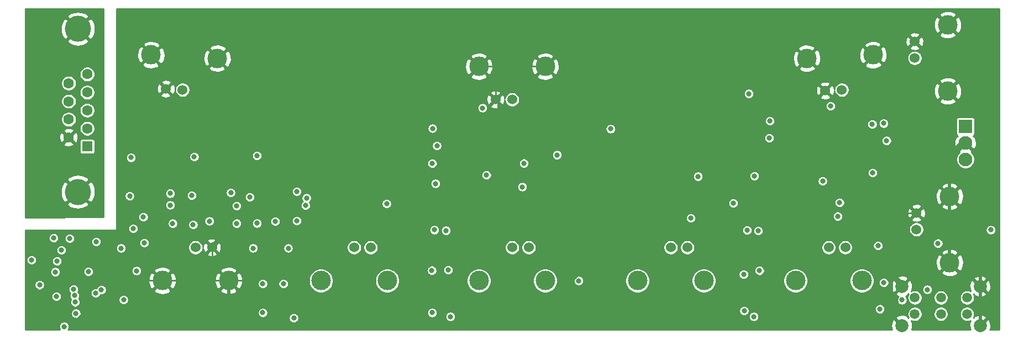
<source format=gbr>
G04 #@! TF.GenerationSoftware,KiCad,Pcbnew,(5.1.5)-3*
G04 #@! TF.CreationDate,2021-03-25T21:43:08+01:00*
G04 #@! TF.ProjectId,tiepieLCR,74696570-6965-44c4-9352-2e6b69636164,rev?*
G04 #@! TF.SameCoordinates,Original*
G04 #@! TF.FileFunction,Copper,L3,Inr*
G04 #@! TF.FilePolarity,Positive*
%FSLAX46Y46*%
G04 Gerber Fmt 4.6, Leading zero omitted, Abs format (unit mm)*
G04 Created by KiCad (PCBNEW (5.1.5)-3) date 2021-03-25 21:43:08*
%MOMM*%
%LPD*%
G04 APERTURE LIST*
%ADD10C,3.000000*%
%ADD11C,1.524000*%
%ADD12R,2.100000X2.100000*%
%ADD13C,2.100000*%
%ADD14R,1.600000X1.600000*%
%ADD15C,1.600000*%
%ADD16C,4.000000*%
%ADD17C,2.000000*%
%ADD18C,1.500000*%
%ADD19C,0.800000*%
%ADD20C,0.250000*%
%ADD21C,0.150000*%
%ADD22C,0.500000*%
%ADD23C,0.254000*%
G04 APERTURE END LIST*
D10*
X19838905Y-7992829D03*
X9692829Y-7461095D03*
D11*
X11963481Y-12667067D03*
X14500000Y-12800000D03*
D10*
X132030000Y-39330000D03*
X132030000Y-29170000D03*
D11*
X126950000Y-31710000D03*
X126950000Y-34250000D03*
X65000000Y-14300000D03*
X62460000Y-14300000D03*
D10*
X59920000Y-9220000D03*
X70080000Y-9220000D03*
D12*
X134450000Y-18400000D03*
D13*
X134450000Y-20940000D03*
X134450000Y-23480000D03*
D14*
X-100000Y-21500000D03*
D15*
X-100000Y-18730000D03*
X-100000Y-15960000D03*
X-100000Y-13190000D03*
X-100000Y-10420000D03*
X-2940000Y-20115000D03*
X-2940000Y-17345000D03*
X-2940000Y-14575000D03*
X-2940000Y-11805000D03*
D16*
X-1520000Y-3460000D03*
X-1520000Y-28460000D03*
D11*
X65000000Y-37000000D03*
X67540000Y-37000000D03*
D10*
X70080000Y-42080000D03*
X59920000Y-42080000D03*
X35720000Y-42080000D03*
X45880000Y-42080000D03*
D11*
X43340000Y-37000000D03*
X40800000Y-37000000D03*
D10*
X11420000Y-42080000D03*
X21580000Y-42080000D03*
D11*
X19040000Y-37000000D03*
X16500000Y-37000000D03*
D10*
X84220000Y-42080000D03*
X94380000Y-42080000D03*
D11*
X91840000Y-37000000D03*
X89300000Y-37000000D03*
X115500000Y-12800000D03*
X112963481Y-12932933D03*
D10*
X110161095Y-7992829D03*
X120307171Y-7461095D03*
D11*
X126670000Y-7930000D03*
X126670000Y-5390000D03*
D10*
X131750000Y-2850000D03*
X131750000Y-13010000D03*
X108420000Y-42080000D03*
X118580000Y-42080000D03*
D11*
X116040000Y-37000000D03*
X113500000Y-37000000D03*
D17*
X124700000Y-48950000D03*
X136700000Y-48950000D03*
D18*
X134700000Y-47200000D03*
X130700000Y-47200000D03*
X126700000Y-47200000D03*
X126700000Y-44700000D03*
X134700000Y-44700000D03*
X130700000Y-44700000D03*
D17*
X124700000Y-42950000D03*
X136700000Y-42950000D03*
D19*
X10500000Y-31400000D03*
X20200000Y-31300000D03*
X29900000Y-31100000D03*
X15200000Y-27900000D03*
X24900000Y-26100000D03*
X71000000Y-37800000D03*
X47000000Y-37800000D03*
X6500000Y-42900000D03*
X25300000Y-41600000D03*
X31300000Y-41800000D03*
X24000000Y-38600000D03*
X56700000Y-40300000D03*
X51100000Y-35700000D03*
X56400000Y-35600000D03*
X104100000Y-35700000D03*
X99600000Y-35500000D03*
X95350000Y-38750000D03*
X119750000Y-38750000D03*
X112900000Y-39150000D03*
X115600000Y-40850000D03*
X122100000Y-39850000D03*
X127100000Y-35750000D03*
X2750000Y-38550000D03*
X35700000Y-38800000D03*
X16000000Y-44350000D03*
X14050000Y-37700000D03*
X10050000Y-36550000D03*
X21700000Y-48750000D03*
X89250000Y-48650000D03*
X112800000Y-44400000D03*
X77900000Y-30900000D03*
X29950000Y-14550000D03*
X44400000Y-14750000D03*
X8450000Y-19200000D03*
X11150000Y-19250000D03*
X13960000Y-19460000D03*
X17300000Y-19900000D03*
X18050000Y-24050000D03*
X20850000Y-25000000D03*
X10850000Y-25150000D03*
X40100000Y-49250000D03*
X40150000Y-44250000D03*
X75275000Y-43825000D03*
X79850000Y-48600000D03*
X109600000Y-31750000D03*
X110675000Y-24700000D03*
X5800000Y-28150000D03*
X85500000Y-31700000D03*
X87725000Y-37325000D03*
X132100000Y-34150000D03*
X137450000Y-39200000D03*
X123450000Y-27325000D03*
X31850000Y-25300000D03*
X27950000Y-24650000D03*
X36125000Y-18575000D03*
X98475000Y-45025000D03*
X12950000Y-47900000D03*
X25000000Y-20850000D03*
X-5725000Y-43650000D03*
X-750000Y-45500000D03*
X3700000Y-45250000D03*
X-1875000Y-48150000D03*
X95375000Y-28900000D03*
X96275000Y-23100000D03*
X104275000Y-22900000D03*
X113375000Y-29700000D03*
X113975000Y-22800000D03*
X51175000Y-22300000D03*
X58075000Y-20500000D03*
X62975000Y-21100000D03*
X79675000Y-12700000D03*
X85975000Y-17700000D03*
X97025000Y-32550000D03*
X94075000Y-32100000D03*
X117075000Y-32000000D03*
X-6925000Y-49100000D03*
X120475000Y-21200000D03*
X42575000Y-30000000D03*
X64575000Y-24600000D03*
X71675000Y-20600000D03*
X64475000Y-30100000D03*
X114875000Y-19900000D03*
X56675000Y-44200000D03*
X54175000Y-31900000D03*
X107975000Y-16100000D03*
X13000000Y-33300000D03*
X22800000Y-33300000D03*
X32000000Y-32900000D03*
X1275000Y-36100000D03*
X60475000Y-15600000D03*
X130250000Y-36350000D03*
X121950000Y-42400000D03*
X128600000Y-43450000D03*
X-3650000Y-49125000D03*
X120175000Y-18100000D03*
X122375000Y-20600000D03*
X-4725000Y-39100000D03*
X53100000Y-34300000D03*
X52775000Y-24100000D03*
X71875000Y-22800000D03*
X66575000Y-27700000D03*
X54875000Y-34400000D03*
X61075000Y-25900000D03*
X45775000Y-30300000D03*
X75175000Y-42100000D03*
X-2800000Y-35600000D03*
X121925000Y-17950000D03*
X121050000Y-36725000D03*
X-5225000Y-35550000D03*
X-7400000Y-42750000D03*
X-5000000Y-40750000D03*
X7475000Y-40575000D03*
X18600000Y-32950000D03*
X8500000Y-32300000D03*
X28700000Y-33000000D03*
X5100000Y-37100000D03*
X25300000Y-37100000D03*
X12600000Y-30500000D03*
X22800000Y-30600000D03*
X32000000Y-28400000D03*
X33350000Y-30550000D03*
X30700000Y-37100000D03*
X75000Y-40700000D03*
X92375000Y-32500000D03*
X93475000Y-26100000D03*
X120225000Y-25550000D03*
X101000000Y-34350000D03*
X102125000Y-26025000D03*
X113775000Y-15300000D03*
X102700000Y-34450000D03*
X98875000Y-30200000D03*
X115175000Y-30100000D03*
X104475000Y-17600000D03*
X6600000Y-23200000D03*
X16300000Y-23100000D03*
X25900000Y-22900000D03*
X-4825000Y-44500000D03*
X53475000Y-21400000D03*
X-4050000Y-37400000D03*
X-8625000Y-38900000D03*
X5475000Y-45000000D03*
X101275000Y-13400000D03*
X52800000Y-18725000D03*
X1200000Y-44000000D03*
X-2175000Y-43400000D03*
X-1950000Y-45375000D03*
X-2025000Y-44375000D03*
X80075000Y-18800000D03*
X-1825000Y-47100000D03*
X2075000Y-43500000D03*
X12600000Y-28700000D03*
X33500000Y-29400000D03*
X21900000Y-28600000D03*
X100475000Y-41100000D03*
X52750000Y-47000000D03*
X52700000Y-40500000D03*
X26800000Y-47000000D03*
X26800000Y-42550000D03*
X124750000Y-45050000D03*
X100550000Y-46700000D03*
X102900000Y-40550000D03*
X29950000Y-42550000D03*
X31550000Y-47800000D03*
X138325000Y-34300000D03*
X102050000Y-47600000D03*
X121350000Y-46425000D03*
X55550000Y-47600000D03*
X55200000Y-40450000D03*
X6400000Y-29112500D03*
X15900000Y-29012500D03*
X24800000Y-29250000D03*
X-5587500Y-25662500D03*
X16125000Y-33475000D03*
X25900000Y-33275000D03*
X6950000Y-34100000D03*
X8650000Y-36300000D03*
X104375000Y-20200000D03*
X114875000Y-32200000D03*
X112575000Y-26800000D03*
X66800000Y-24075000D03*
X53275000Y-27200000D03*
D20*
X10500000Y-30400000D02*
X10500000Y-31400000D01*
X5750000Y-28200000D02*
X8300000Y-28200000D01*
X8300000Y-28200000D02*
X10500000Y-30400000D01*
X10500000Y-31400000D02*
X10400000Y-31300000D01*
X19100000Y-30200000D02*
X20200000Y-31300000D01*
X19100000Y-30200000D02*
X15200000Y-30200000D01*
X24900000Y-26100000D02*
X26200000Y-26100000D01*
X29900000Y-29800000D02*
X29900000Y-31100000D01*
X29900000Y-29800000D02*
X26200000Y-26100000D01*
X15200000Y-30200000D02*
X15200000Y-27900000D01*
X14000000Y-31400000D02*
X15200000Y-30200000D01*
X14000000Y-31400000D02*
X10500000Y-31400000D01*
X24900000Y-28100000D02*
X24900000Y-26100000D01*
X20600000Y-31300000D02*
X20200000Y-31300000D01*
X20600000Y-31300000D02*
X22800000Y-29100000D01*
X22800000Y-29100000D02*
X23900000Y-29100000D01*
X23900000Y-29100000D02*
X24900000Y-28100000D01*
X19040000Y-37000000D02*
X19040000Y-36460000D01*
X20200000Y-35300000D02*
X20200000Y-31300000D01*
X19040000Y-36460000D02*
X20200000Y-35300000D01*
X31900000Y-31100000D02*
X29900000Y-31100000D01*
X32500000Y-31700000D02*
X31900000Y-31100000D01*
X35600000Y-31700000D02*
X32500000Y-31700000D01*
X42200000Y-31300000D02*
X42725000Y-31825000D01*
X47000000Y-36100000D02*
X42725000Y-31825000D01*
X47000000Y-36100000D02*
X47000000Y-37800000D01*
X42200000Y-31300000D02*
X37300000Y-31300000D01*
X36000000Y-31300000D02*
X35600000Y-31700000D01*
X37300000Y-31300000D02*
X36000000Y-31300000D01*
X19040000Y-37000000D02*
X19040000Y-39540000D01*
X19040000Y-39540000D02*
X21580000Y-42080000D01*
X11420000Y-42080000D02*
X14100000Y-42080000D01*
X14100000Y-42080000D02*
X16000000Y-42080000D01*
X16000000Y-42080000D02*
X21580000Y-42080000D01*
X21580000Y-42080000D02*
X24820000Y-42080000D01*
X24820000Y-42080000D02*
X25300000Y-41600000D01*
X25500000Y-41800000D02*
X25300000Y-41600000D01*
X31300000Y-41800000D02*
X25500000Y-41800000D01*
X11420000Y-42080000D02*
X7320000Y-42080000D01*
X7320000Y-42080000D02*
X6500000Y-42900000D01*
D21*
X56700000Y-40300000D02*
X52100000Y-35700000D01*
X52100000Y-35700000D02*
X51100000Y-35700000D01*
D20*
X56400000Y-35600000D02*
X51200000Y-35600000D01*
X51200000Y-35600000D02*
X51100000Y-35700000D01*
X47000000Y-37800000D02*
X47600000Y-37800000D01*
X49700000Y-35700000D02*
X51100000Y-35700000D01*
X47600000Y-37800000D02*
X49700000Y-35700000D01*
X108150000Y-31650000D02*
X104100000Y-35700000D01*
X77900000Y-30900000D02*
X71000000Y-37800000D01*
X99600000Y-35500000D02*
X98600000Y-35500000D01*
X98600000Y-35500000D02*
X95350000Y-38750000D01*
X104100000Y-35700000D02*
X99800000Y-35700000D01*
X99800000Y-35700000D02*
X99600000Y-35500000D01*
D22*
X132030000Y-39330000D02*
X132030000Y-35350000D01*
X132030000Y-35350000D02*
X132030000Y-29170000D01*
X132030000Y-29170000D02*
X132030000Y-22720000D01*
X133810000Y-20940000D02*
X134450000Y-20940000D01*
X132030000Y-22720000D02*
X133810000Y-20940000D01*
D20*
X110150000Y-31650000D02*
X112575000Y-31650000D01*
X112575000Y-31650000D02*
X112650000Y-31650000D01*
X112900000Y-39150000D02*
X114600000Y-40850000D01*
X115600000Y-40850000D02*
X114600000Y-40850000D01*
D22*
X117700000Y-38750000D02*
X119750000Y-38750000D01*
X115600000Y-40850000D02*
X117700000Y-38750000D01*
D20*
X112650000Y-31650000D02*
X119750000Y-38750000D01*
D22*
X119750000Y-38750000D02*
X121000000Y-38750000D01*
X121000000Y-38750000D02*
X122100000Y-39850000D01*
X128250000Y-33010000D02*
X126950000Y-31710000D01*
X127100000Y-35750000D02*
X127650000Y-35750000D01*
X127650000Y-35750000D02*
X128250000Y-35150000D01*
X128250000Y-35150000D02*
X128250000Y-33010000D01*
X35600000Y-31700000D02*
X35600000Y-38700000D01*
X35600000Y-38700000D02*
X35700000Y-38800000D01*
X16000000Y-42080000D02*
X16000000Y-44350000D01*
X14100000Y-42080000D02*
X14100000Y-37750000D01*
X10500000Y-36100000D02*
X10050000Y-36550000D01*
X10500000Y-36100000D02*
X10500000Y-31400000D01*
X14100000Y-37750000D02*
X14050000Y-37700000D01*
X14050000Y-37700000D02*
X11200000Y-37700000D01*
X11200000Y-37700000D02*
X10050000Y-36550000D01*
X21580000Y-42080000D02*
X21580000Y-48630000D01*
X21580000Y-48630000D02*
X21700000Y-48750000D01*
X95350000Y-38750000D02*
X92600000Y-38750000D01*
X92600000Y-38750000D02*
X90700000Y-40650000D01*
X90700000Y-40650000D02*
X89100000Y-42250000D01*
X89100000Y-48500000D02*
X89100000Y-42250000D01*
X89250000Y-48650000D02*
X89100000Y-48500000D01*
X95350000Y-38750000D02*
X95900000Y-38750000D01*
X101550000Y-44400000D02*
X112800000Y-44400000D01*
X95900000Y-38750000D02*
X100187500Y-43037500D01*
X100187500Y-43037500D02*
X101550000Y-44400000D01*
X30150000Y-14750000D02*
X29950000Y-14550000D01*
X36350000Y-14750000D02*
X30150000Y-14750000D01*
X44400000Y-14750000D02*
X36350000Y-14750000D01*
X44100000Y-15050000D02*
X44400000Y-14750000D01*
X122100000Y-39850000D02*
X123000000Y-39850000D01*
X123000000Y-39850000D02*
X127100000Y-35750000D01*
X5750000Y-28200000D02*
X6350000Y-28200000D01*
X8500000Y-19250000D02*
X8450000Y-19200000D01*
X11150000Y-19250000D02*
X8500000Y-19250000D01*
X6350000Y-28200000D02*
X10375000Y-24175000D01*
X10375000Y-24175000D02*
X11150000Y-23400000D01*
X11150000Y-23400000D02*
X11150000Y-19250000D01*
X13750000Y-19250000D02*
X13960000Y-19460000D01*
X13750000Y-19250000D02*
X11150000Y-19250000D01*
X13960000Y-19460000D02*
X16860000Y-19460000D01*
X16860000Y-19460000D02*
X17300000Y-19900000D01*
X17300000Y-19900000D02*
X19050000Y-19900000D01*
X19050000Y-19900000D02*
X19050000Y-23000000D01*
X19050000Y-23000000D02*
X19050000Y-23050000D01*
X19050000Y-23050000D02*
X18050000Y-24050000D01*
X19050000Y-23000000D02*
X19050000Y-23200000D01*
X19050000Y-23200000D02*
X20850000Y-25000000D01*
X10375000Y-24175000D02*
X10375000Y-24675000D01*
X10375000Y-24675000D02*
X10850000Y-25150000D01*
X35700000Y-38800000D02*
X37900000Y-38800000D01*
X40150000Y-49200000D02*
X40100000Y-49250000D01*
X40150000Y-44250000D02*
X40150000Y-49200000D01*
X37900000Y-38800000D02*
X40150000Y-41050000D01*
X40150000Y-41050000D02*
X40150000Y-44250000D01*
X110150000Y-31650000D02*
X108150000Y-31650000D01*
X108150000Y-31650000D02*
X107950000Y-31850000D01*
X132030000Y-35350000D02*
X132150000Y-35350000D01*
X132150000Y-35350000D02*
X132030000Y-35350000D01*
D20*
X123200000Y-45950000D02*
X123200000Y-45900000D01*
X123200000Y-45900000D02*
X123200000Y-40950000D01*
X123200000Y-40950000D02*
X122100000Y-39850000D01*
X59920000Y-9220000D02*
X70080000Y-9220000D01*
X62460000Y-14300000D02*
X62460000Y-11760000D01*
X62460000Y-11760000D02*
X59920000Y-9220000D01*
D21*
X71000000Y-37800000D02*
X71000000Y-37850000D01*
X74150000Y-40900000D02*
X76250000Y-40900000D01*
X71100000Y-37850000D02*
X74150000Y-40900000D01*
X71000000Y-37800000D02*
X73050000Y-37800000D01*
X73150000Y-37800000D02*
X76250000Y-40900000D01*
D20*
X75425000Y-40850000D02*
X76300000Y-40850000D01*
X72075000Y-44200000D02*
X73675000Y-42600000D01*
X73675000Y-42600000D02*
X75425000Y-40850000D01*
X72075000Y-44200000D02*
X56675000Y-44200000D01*
D22*
X73675000Y-42600000D02*
X74900000Y-43825000D01*
X75275000Y-43825000D02*
X74900000Y-43825000D01*
D21*
X71000000Y-37800000D02*
X76500000Y-37800000D01*
X76500000Y-37800000D02*
X77600000Y-38900000D01*
X77600000Y-46350000D02*
X77612500Y-46362500D01*
X77612500Y-46362500D02*
X79850000Y-48600000D01*
D22*
X110675000Y-24700000D02*
X109600000Y-25775000D01*
X109600000Y-25775000D02*
X109600000Y-31750000D01*
D20*
X85500000Y-34625000D02*
X85500000Y-31700000D01*
X87725000Y-36850000D02*
X85500000Y-34625000D01*
X87725000Y-37325000D02*
X87725000Y-36850000D01*
X90700000Y-40300000D02*
X87725000Y-37325000D01*
X90700000Y-40650000D02*
X90700000Y-40300000D01*
X84700000Y-30900000D02*
X81775000Y-30900000D01*
X81775000Y-30900000D02*
X77900000Y-30900000D01*
X85500000Y-31700000D02*
X84700000Y-30900000D01*
D22*
X124700000Y-42950000D02*
X124700000Y-42450000D01*
X124700000Y-42450000D02*
X122100000Y-39850000D01*
D21*
X123200000Y-45900000D02*
X123200000Y-47450000D01*
X123200000Y-47450000D02*
X124700000Y-48950000D01*
D22*
X136700000Y-42950000D02*
X136700000Y-48950000D01*
X136700000Y-40075000D02*
X137550000Y-39225000D01*
X136700000Y-42950000D02*
X136700000Y-40075000D01*
X132100000Y-34150000D02*
X132100000Y-34325000D01*
X132100000Y-34325000D02*
X137000000Y-39225000D01*
X137000000Y-39225000D02*
X137550000Y-39225000D01*
D20*
X123450000Y-30425000D02*
X123450000Y-27325000D01*
X123450000Y-30425000D02*
X124735000Y-31710000D01*
X124735000Y-31710000D02*
X126950000Y-31710000D01*
D22*
X25350000Y-19900000D02*
X25700000Y-20250000D01*
X31850000Y-25300000D02*
X31200000Y-24650000D01*
X27950000Y-24650000D02*
X31200000Y-24650000D01*
X26700000Y-21750000D02*
X25700000Y-20750000D01*
X26700000Y-21750000D02*
X26700000Y-21950000D01*
X26700000Y-21950000D02*
X27950000Y-23200000D01*
X27950000Y-24650000D02*
X27950000Y-23200000D01*
D20*
X31850000Y-25300000D02*
X35475000Y-25300000D01*
X35475000Y-25300000D02*
X37325000Y-25300000D01*
D22*
X25700000Y-20750000D02*
X25700000Y-20250000D01*
X19050000Y-19900000D02*
X25350000Y-19900000D01*
X25700000Y-20350000D02*
X24900000Y-21150000D01*
X25700000Y-20250000D02*
X25700000Y-20350000D01*
X24900000Y-21150000D02*
X24900000Y-26100000D01*
D20*
X36350000Y-14750000D02*
X36350000Y-18350000D01*
X35475000Y-19225000D02*
X36125000Y-18575000D01*
X35475000Y-19225000D02*
X35475000Y-25300000D01*
X36350000Y-18350000D02*
X36125000Y-18575000D01*
X100187500Y-43037500D02*
X100187500Y-43312500D01*
X100187500Y-43312500D02*
X98475000Y-45025000D01*
X16000000Y-44350000D02*
X16000000Y-44850000D01*
X16000000Y-44850000D02*
X12950000Y-47900000D01*
X25700000Y-20750000D02*
X25100000Y-20750000D01*
X25000000Y-15675000D02*
X25000000Y-20850000D01*
X26125000Y-14550000D02*
X25000000Y-15675000D01*
X26125000Y-14550000D02*
X29950000Y-14550000D01*
X25100000Y-20750000D02*
X25000000Y-20850000D01*
X-5725000Y-46425000D02*
X-5725000Y-43650000D01*
X-4000000Y-48150000D02*
X-4787500Y-47362500D01*
X-4787500Y-47362500D02*
X-5725000Y-46425000D01*
X-1875000Y-48150000D02*
X-4000000Y-48150000D01*
D22*
X-500000Y-45250000D02*
X-750000Y-45500000D01*
X3700000Y-45250000D02*
X-500000Y-45250000D01*
X6050000Y-42900000D02*
X3700000Y-45250000D01*
D20*
X-750000Y-45500000D02*
X-750000Y-47025000D01*
X-750000Y-47025000D02*
X-1875000Y-48150000D01*
D22*
X6500000Y-42900000D02*
X6050000Y-42900000D01*
D20*
X95375000Y-28900000D02*
X95375000Y-24000000D01*
X95375000Y-24000000D02*
X96275000Y-23100000D01*
X104075000Y-23100000D02*
X104275000Y-22900000D01*
X104075000Y-23100000D02*
X96275000Y-23100000D01*
X99600000Y-35500000D02*
X99600000Y-35125000D01*
X95375000Y-30900000D02*
X95375000Y-28900000D01*
X99600000Y-35125000D02*
X97025000Y-32550000D01*
X97025000Y-32550000D02*
X95375000Y-30900000D01*
X112575000Y-31650000D02*
X112575000Y-30500000D01*
X112575000Y-30500000D02*
X113375000Y-29700000D01*
X113975000Y-29100000D02*
X113375000Y-29700000D01*
X113975000Y-22800000D02*
X113975000Y-29100000D01*
X55575000Y-23000000D02*
X58075000Y-20500000D01*
X55575000Y-23000000D02*
X51875000Y-23000000D01*
X51875000Y-23000000D02*
X51175000Y-22300000D01*
D22*
X62375000Y-20500000D02*
X62975000Y-21100000D01*
X62375000Y-20500000D02*
X58075000Y-20500000D01*
X62975000Y-21100000D02*
X62975000Y-14815000D01*
X62975000Y-14815000D02*
X62460000Y-14300000D01*
X81775000Y-30900000D02*
X81775000Y-21900000D01*
X84675000Y-17700000D02*
X79675000Y-12700000D01*
X85975000Y-17700000D02*
X84675000Y-17700000D01*
X81775000Y-21900000D02*
X85975000Y-17700000D01*
X97025000Y-32550000D02*
X94525000Y-32550000D01*
X94525000Y-32550000D02*
X94075000Y-32100000D01*
X113375000Y-29700000D02*
X113375000Y-30100000D01*
X116275000Y-31200000D02*
X117075000Y-32000000D01*
X114475000Y-31200000D02*
X116275000Y-31200000D01*
X113375000Y-30100000D02*
X114475000Y-31200000D01*
D20*
X-4787500Y-47362500D02*
X-5187500Y-47362500D01*
X-5187500Y-47362500D02*
X-6925000Y-49100000D01*
X115575000Y-21200000D02*
X113975000Y-22800000D01*
X120475000Y-21200000D02*
X115575000Y-21200000D01*
X42575000Y-30925000D02*
X42200000Y-31300000D01*
X42575000Y-30000000D02*
X42575000Y-30925000D01*
X62175000Y-24600000D02*
X58075000Y-20500000D01*
X64575000Y-24600000D02*
X62175000Y-24600000D01*
X63475000Y-20600000D02*
X62975000Y-21100000D01*
X71675000Y-20600000D02*
X63475000Y-20600000D01*
X56400000Y-35600000D02*
X60075000Y-35600000D01*
X60075000Y-35600000D02*
X64475000Y-31200000D01*
X64475000Y-31200000D02*
X64475000Y-30100000D01*
D22*
X113975000Y-22800000D02*
X113975000Y-20800000D01*
X113975000Y-20800000D02*
X114875000Y-19900000D01*
D20*
X56700000Y-40300000D02*
X56700000Y-44175000D01*
X56700000Y-44175000D02*
X56675000Y-44200000D01*
X77612500Y-46362500D02*
X77612500Y-41037500D01*
X77475000Y-40900000D02*
X76250000Y-40900000D01*
X77612500Y-41037500D02*
X77475000Y-40900000D01*
X51100000Y-33575000D02*
X51100000Y-35700000D01*
X52775000Y-31900000D02*
X51100000Y-33575000D01*
X54175000Y-31900000D02*
X52775000Y-31900000D01*
D22*
X104275000Y-22900000D02*
X104275000Y-22500000D01*
X104275000Y-22500000D02*
X109225000Y-17550000D01*
X110475000Y-15421414D02*
X112963481Y-12932933D01*
X109225000Y-17550000D02*
X110475000Y-16300000D01*
X110475000Y-16300000D02*
X110475000Y-15421414D01*
X107975000Y-16300000D02*
X109225000Y-17550000D01*
X107975000Y-16100000D02*
X107975000Y-16300000D01*
D20*
X32000000Y-32900000D02*
X32000000Y-33000000D01*
X7400000Y-40487500D02*
X7400000Y-40500000D01*
X6600000Y-23200000D02*
X6500000Y-23200000D01*
X16300000Y-23100000D02*
X16200000Y-23200000D01*
X6500000Y-29212500D02*
X6500000Y-29400000D01*
X6400000Y-29112500D02*
X6500000Y-29212500D01*
X15900000Y-29012500D02*
X15900000Y-29000000D01*
D23*
G36*
X2373000Y-32323509D02*
G01*
X-9594000Y-32371569D01*
X-9594000Y-30307499D01*
X-3187894Y-30307499D01*
X-2971772Y-30674258D01*
X-2511895Y-30914938D01*
X-2013902Y-31061275D01*
X-1496929Y-31107648D01*
X-980841Y-31052273D01*
X-485474Y-30897279D01*
X-68228Y-30674258D01*
X147894Y-30307499D01*
X-1520000Y-28639605D01*
X-3187894Y-30307499D01*
X-9594000Y-30307499D01*
X-9594000Y-28483071D01*
X-4167648Y-28483071D01*
X-4112273Y-28999159D01*
X-3957279Y-29494526D01*
X-3734258Y-29911772D01*
X-3367499Y-30127894D01*
X-1699605Y-28460000D01*
X-1340395Y-28460000D01*
X327499Y-30127894D01*
X694258Y-29911772D01*
X934938Y-29451895D01*
X1081275Y-28953902D01*
X1127648Y-28436929D01*
X1072273Y-27920841D01*
X917279Y-27425474D01*
X694258Y-27008228D01*
X327499Y-26792106D01*
X-1340395Y-28460000D01*
X-1699605Y-28460000D01*
X-3367499Y-26792106D01*
X-3734258Y-27008228D01*
X-3974938Y-27468105D01*
X-4121275Y-27966098D01*
X-4167648Y-28483071D01*
X-9594000Y-28483071D01*
X-9594000Y-26612501D01*
X-3187894Y-26612501D01*
X-1520000Y-28280395D01*
X147894Y-26612501D01*
X-68228Y-26245742D01*
X-528105Y-26005062D01*
X-1026098Y-25858725D01*
X-1543071Y-25812352D01*
X-2059159Y-25867727D01*
X-2554526Y-26022721D01*
X-2971772Y-26245742D01*
X-3187894Y-26612501D01*
X-9594000Y-26612501D01*
X-9594000Y-21107702D01*
X-3753097Y-21107702D01*
X-3681514Y-21351671D01*
X-3426004Y-21472571D01*
X-3151816Y-21541300D01*
X-2869488Y-21555217D01*
X-2589870Y-21513787D01*
X-2323708Y-21418603D01*
X-2198486Y-21351671D01*
X-2126903Y-21107702D01*
X-2940000Y-20294605D01*
X-3753097Y-21107702D01*
X-9594000Y-21107702D01*
X-9594000Y-20185512D01*
X-4380217Y-20185512D01*
X-4338787Y-20465130D01*
X-4243603Y-20731292D01*
X-4176671Y-20856514D01*
X-3932702Y-20928097D01*
X-3119605Y-20115000D01*
X-2760395Y-20115000D01*
X-1947298Y-20928097D01*
X-1703329Y-20856514D01*
X-1629272Y-20700000D01*
X-1282843Y-20700000D01*
X-1282843Y-22300000D01*
X-1275487Y-22374689D01*
X-1253701Y-22446508D01*
X-1218322Y-22512696D01*
X-1170711Y-22570711D01*
X-1112696Y-22618322D01*
X-1046508Y-22653701D01*
X-974689Y-22675487D01*
X-900000Y-22682843D01*
X700000Y-22682843D01*
X774689Y-22675487D01*
X846508Y-22653701D01*
X912696Y-22618322D01*
X970711Y-22570711D01*
X1018322Y-22512696D01*
X1053701Y-22446508D01*
X1075487Y-22374689D01*
X1082843Y-22300000D01*
X1082843Y-20700000D01*
X1075487Y-20625311D01*
X1053701Y-20553492D01*
X1018322Y-20487304D01*
X970711Y-20429289D01*
X912696Y-20381678D01*
X846508Y-20346299D01*
X774689Y-20324513D01*
X700000Y-20317157D01*
X-900000Y-20317157D01*
X-974689Y-20324513D01*
X-1046508Y-20346299D01*
X-1112696Y-20381678D01*
X-1170711Y-20429289D01*
X-1218322Y-20487304D01*
X-1253701Y-20553492D01*
X-1275487Y-20625311D01*
X-1282843Y-20700000D01*
X-1629272Y-20700000D01*
X-1582429Y-20601004D01*
X-1513700Y-20326816D01*
X-1499783Y-20044488D01*
X-1541213Y-19764870D01*
X-1636397Y-19498708D01*
X-1703329Y-19373486D01*
X-1947298Y-19301903D01*
X-2760395Y-20115000D01*
X-3119605Y-20115000D01*
X-3932702Y-19301903D01*
X-4176671Y-19373486D01*
X-4297571Y-19628996D01*
X-4366300Y-19903184D01*
X-4380217Y-20185512D01*
X-9594000Y-20185512D01*
X-9594000Y-19122298D01*
X-3753097Y-19122298D01*
X-2940000Y-19935395D01*
X-2126903Y-19122298D01*
X-2198486Y-18878329D01*
X-2453996Y-18757429D01*
X-2728184Y-18688700D01*
X-3010512Y-18674783D01*
X-3290130Y-18716213D01*
X-3556292Y-18811397D01*
X-3681514Y-18878329D01*
X-3753097Y-19122298D01*
X-9594000Y-19122298D01*
X-9594000Y-18613682D01*
X-1281000Y-18613682D01*
X-1281000Y-18846318D01*
X-1235614Y-19074485D01*
X-1146588Y-19289413D01*
X-1017342Y-19482843D01*
X-852843Y-19647342D01*
X-659413Y-19776588D01*
X-444485Y-19865614D01*
X-216318Y-19911000D01*
X16318Y-19911000D01*
X244485Y-19865614D01*
X459413Y-19776588D01*
X652843Y-19647342D01*
X817342Y-19482843D01*
X946588Y-19289413D01*
X1035614Y-19074485D01*
X1081000Y-18846318D01*
X1081000Y-18613682D01*
X1035614Y-18385515D01*
X946588Y-18170587D01*
X817342Y-17977157D01*
X652843Y-17812658D01*
X459413Y-17683412D01*
X244485Y-17594386D01*
X16318Y-17549000D01*
X-216318Y-17549000D01*
X-444485Y-17594386D01*
X-659413Y-17683412D01*
X-852843Y-17812658D01*
X-1017342Y-17977157D01*
X-1146588Y-18170587D01*
X-1235614Y-18385515D01*
X-1281000Y-18613682D01*
X-9594000Y-18613682D01*
X-9594000Y-17228682D01*
X-4121000Y-17228682D01*
X-4121000Y-17461318D01*
X-4075614Y-17689485D01*
X-3986588Y-17904413D01*
X-3857342Y-18097843D01*
X-3692843Y-18262342D01*
X-3499413Y-18391588D01*
X-3284485Y-18480614D01*
X-3056318Y-18526000D01*
X-2823682Y-18526000D01*
X-2595515Y-18480614D01*
X-2380587Y-18391588D01*
X-2187157Y-18262342D01*
X-2022658Y-18097843D01*
X-1893412Y-17904413D01*
X-1804386Y-17689485D01*
X-1759000Y-17461318D01*
X-1759000Y-17228682D01*
X-1804386Y-17000515D01*
X-1893412Y-16785587D01*
X-2022658Y-16592157D01*
X-2187157Y-16427658D01*
X-2380587Y-16298412D01*
X-2595515Y-16209386D01*
X-2823682Y-16164000D01*
X-3056318Y-16164000D01*
X-3284485Y-16209386D01*
X-3499413Y-16298412D01*
X-3692843Y-16427658D01*
X-3857342Y-16592157D01*
X-3986588Y-16785587D01*
X-4075614Y-17000515D01*
X-4121000Y-17228682D01*
X-9594000Y-17228682D01*
X-9594000Y-15843682D01*
X-1281000Y-15843682D01*
X-1281000Y-16076318D01*
X-1235614Y-16304485D01*
X-1146588Y-16519413D01*
X-1017342Y-16712843D01*
X-852843Y-16877342D01*
X-659413Y-17006588D01*
X-444485Y-17095614D01*
X-216318Y-17141000D01*
X16318Y-17141000D01*
X244485Y-17095614D01*
X459413Y-17006588D01*
X652843Y-16877342D01*
X817342Y-16712843D01*
X946588Y-16519413D01*
X1035614Y-16304485D01*
X1081000Y-16076318D01*
X1081000Y-15843682D01*
X1035614Y-15615515D01*
X946588Y-15400587D01*
X817342Y-15207157D01*
X652843Y-15042658D01*
X459413Y-14913412D01*
X244485Y-14824386D01*
X16318Y-14779000D01*
X-216318Y-14779000D01*
X-444485Y-14824386D01*
X-659413Y-14913412D01*
X-852843Y-15042658D01*
X-1017342Y-15207157D01*
X-1146588Y-15400587D01*
X-1235614Y-15615515D01*
X-1281000Y-15843682D01*
X-9594000Y-15843682D01*
X-9594000Y-14458682D01*
X-4121000Y-14458682D01*
X-4121000Y-14691318D01*
X-4075614Y-14919485D01*
X-3986588Y-15134413D01*
X-3857342Y-15327843D01*
X-3692843Y-15492342D01*
X-3499413Y-15621588D01*
X-3284485Y-15710614D01*
X-3056318Y-15756000D01*
X-2823682Y-15756000D01*
X-2595515Y-15710614D01*
X-2380587Y-15621588D01*
X-2187157Y-15492342D01*
X-2022658Y-15327843D01*
X-1893412Y-15134413D01*
X-1804386Y-14919485D01*
X-1759000Y-14691318D01*
X-1759000Y-14458682D01*
X-1804386Y-14230515D01*
X-1893412Y-14015587D01*
X-2022658Y-13822157D01*
X-2187157Y-13657658D01*
X-2380587Y-13528412D01*
X-2595515Y-13439386D01*
X-2823682Y-13394000D01*
X-3056318Y-13394000D01*
X-3284485Y-13439386D01*
X-3499413Y-13528412D01*
X-3692843Y-13657658D01*
X-3857342Y-13822157D01*
X-3986588Y-14015587D01*
X-4075614Y-14230515D01*
X-4121000Y-14458682D01*
X-9594000Y-14458682D01*
X-9594000Y-13073682D01*
X-1281000Y-13073682D01*
X-1281000Y-13306318D01*
X-1235614Y-13534485D01*
X-1146588Y-13749413D01*
X-1017342Y-13942843D01*
X-852843Y-14107342D01*
X-659413Y-14236588D01*
X-444485Y-14325614D01*
X-216318Y-14371000D01*
X16318Y-14371000D01*
X244485Y-14325614D01*
X459413Y-14236588D01*
X652843Y-14107342D01*
X817342Y-13942843D01*
X946588Y-13749413D01*
X1035614Y-13534485D01*
X1081000Y-13306318D01*
X1081000Y-13073682D01*
X1035614Y-12845515D01*
X946588Y-12630587D01*
X817342Y-12437157D01*
X652843Y-12272658D01*
X459413Y-12143412D01*
X244485Y-12054386D01*
X16318Y-12009000D01*
X-216318Y-12009000D01*
X-444485Y-12054386D01*
X-659413Y-12143412D01*
X-852843Y-12272658D01*
X-1017342Y-12437157D01*
X-1146588Y-12630587D01*
X-1235614Y-12845515D01*
X-1281000Y-13073682D01*
X-9594000Y-13073682D01*
X-9594000Y-11688682D01*
X-4121000Y-11688682D01*
X-4121000Y-11921318D01*
X-4075614Y-12149485D01*
X-3986588Y-12364413D01*
X-3857342Y-12557843D01*
X-3692843Y-12722342D01*
X-3499413Y-12851588D01*
X-3284485Y-12940614D01*
X-3056318Y-12986000D01*
X-2823682Y-12986000D01*
X-2595515Y-12940614D01*
X-2380587Y-12851588D01*
X-2187157Y-12722342D01*
X-2022658Y-12557843D01*
X-1893412Y-12364413D01*
X-1804386Y-12149485D01*
X-1759000Y-11921318D01*
X-1759000Y-11688682D01*
X-1804386Y-11460515D01*
X-1893412Y-11245587D01*
X-2022658Y-11052157D01*
X-2187157Y-10887658D01*
X-2380587Y-10758412D01*
X-2595515Y-10669386D01*
X-2823682Y-10624000D01*
X-3056318Y-10624000D01*
X-3284485Y-10669386D01*
X-3499413Y-10758412D01*
X-3692843Y-10887658D01*
X-3857342Y-11052157D01*
X-3986588Y-11245587D01*
X-4075614Y-11460515D01*
X-4121000Y-11688682D01*
X-9594000Y-11688682D01*
X-9594000Y-10303682D01*
X-1281000Y-10303682D01*
X-1281000Y-10536318D01*
X-1235614Y-10764485D01*
X-1146588Y-10979413D01*
X-1017342Y-11172843D01*
X-852843Y-11337342D01*
X-659413Y-11466588D01*
X-444485Y-11555614D01*
X-216318Y-11601000D01*
X16318Y-11601000D01*
X244485Y-11555614D01*
X459413Y-11466588D01*
X652843Y-11337342D01*
X817342Y-11172843D01*
X946588Y-10979413D01*
X1035614Y-10764485D01*
X1081000Y-10536318D01*
X1081000Y-10303682D01*
X1035614Y-10075515D01*
X946588Y-9860587D01*
X817342Y-9667157D01*
X652843Y-9502658D01*
X459413Y-9373412D01*
X244485Y-9284386D01*
X16318Y-9239000D01*
X-216318Y-9239000D01*
X-444485Y-9284386D01*
X-659413Y-9373412D01*
X-852843Y-9502658D01*
X-1017342Y-9667157D01*
X-1146588Y-9860587D01*
X-1235614Y-10075515D01*
X-1281000Y-10303682D01*
X-9594000Y-10303682D01*
X-9594000Y-5307499D01*
X-3187894Y-5307499D01*
X-2971772Y-5674258D01*
X-2511895Y-5914938D01*
X-2013902Y-6061275D01*
X-1496929Y-6107648D01*
X-980841Y-6052273D01*
X-485474Y-5897279D01*
X-68228Y-5674258D01*
X147894Y-5307499D01*
X-1520000Y-3639605D01*
X-3187894Y-5307499D01*
X-9594000Y-5307499D01*
X-9594000Y-3483071D01*
X-4167648Y-3483071D01*
X-4112273Y-3999159D01*
X-3957279Y-4494526D01*
X-3734258Y-4911772D01*
X-3367499Y-5127894D01*
X-1699605Y-3460000D01*
X-1340395Y-3460000D01*
X327499Y-5127894D01*
X694258Y-4911772D01*
X934938Y-4451895D01*
X1081275Y-3953902D01*
X1127648Y-3436929D01*
X1072273Y-2920841D01*
X917279Y-2425474D01*
X694258Y-2008228D01*
X327499Y-1792106D01*
X-1340395Y-3460000D01*
X-1699605Y-3460000D01*
X-3367499Y-1792106D01*
X-3734258Y-2008228D01*
X-3974938Y-2468105D01*
X-4121275Y-2966098D01*
X-4167648Y-3483071D01*
X-9594000Y-3483071D01*
X-9594000Y-1612501D01*
X-3187894Y-1612501D01*
X-1520000Y-3280395D01*
X147894Y-1612501D01*
X-68228Y-1245742D01*
X-528105Y-1005062D01*
X-1026098Y-858725D01*
X-1543071Y-812352D01*
X-2059159Y-867727D01*
X-2554526Y-1022721D01*
X-2971772Y-1245742D01*
X-3187894Y-1612501D01*
X-9594000Y-1612501D01*
X-9594000Y-406000D01*
X2373000Y-406000D01*
X2373000Y-32323509D01*
G37*
X2373000Y-32323509D02*
X-9594000Y-32371569D01*
X-9594000Y-30307499D01*
X-3187894Y-30307499D01*
X-2971772Y-30674258D01*
X-2511895Y-30914938D01*
X-2013902Y-31061275D01*
X-1496929Y-31107648D01*
X-980841Y-31052273D01*
X-485474Y-30897279D01*
X-68228Y-30674258D01*
X147894Y-30307499D01*
X-1520000Y-28639605D01*
X-3187894Y-30307499D01*
X-9594000Y-30307499D01*
X-9594000Y-28483071D01*
X-4167648Y-28483071D01*
X-4112273Y-28999159D01*
X-3957279Y-29494526D01*
X-3734258Y-29911772D01*
X-3367499Y-30127894D01*
X-1699605Y-28460000D01*
X-1340395Y-28460000D01*
X327499Y-30127894D01*
X694258Y-29911772D01*
X934938Y-29451895D01*
X1081275Y-28953902D01*
X1127648Y-28436929D01*
X1072273Y-27920841D01*
X917279Y-27425474D01*
X694258Y-27008228D01*
X327499Y-26792106D01*
X-1340395Y-28460000D01*
X-1699605Y-28460000D01*
X-3367499Y-26792106D01*
X-3734258Y-27008228D01*
X-3974938Y-27468105D01*
X-4121275Y-27966098D01*
X-4167648Y-28483071D01*
X-9594000Y-28483071D01*
X-9594000Y-26612501D01*
X-3187894Y-26612501D01*
X-1520000Y-28280395D01*
X147894Y-26612501D01*
X-68228Y-26245742D01*
X-528105Y-26005062D01*
X-1026098Y-25858725D01*
X-1543071Y-25812352D01*
X-2059159Y-25867727D01*
X-2554526Y-26022721D01*
X-2971772Y-26245742D01*
X-3187894Y-26612501D01*
X-9594000Y-26612501D01*
X-9594000Y-21107702D01*
X-3753097Y-21107702D01*
X-3681514Y-21351671D01*
X-3426004Y-21472571D01*
X-3151816Y-21541300D01*
X-2869488Y-21555217D01*
X-2589870Y-21513787D01*
X-2323708Y-21418603D01*
X-2198486Y-21351671D01*
X-2126903Y-21107702D01*
X-2940000Y-20294605D01*
X-3753097Y-21107702D01*
X-9594000Y-21107702D01*
X-9594000Y-20185512D01*
X-4380217Y-20185512D01*
X-4338787Y-20465130D01*
X-4243603Y-20731292D01*
X-4176671Y-20856514D01*
X-3932702Y-20928097D01*
X-3119605Y-20115000D01*
X-2760395Y-20115000D01*
X-1947298Y-20928097D01*
X-1703329Y-20856514D01*
X-1629272Y-20700000D01*
X-1282843Y-20700000D01*
X-1282843Y-22300000D01*
X-1275487Y-22374689D01*
X-1253701Y-22446508D01*
X-1218322Y-22512696D01*
X-1170711Y-22570711D01*
X-1112696Y-22618322D01*
X-1046508Y-22653701D01*
X-974689Y-22675487D01*
X-900000Y-22682843D01*
X700000Y-22682843D01*
X774689Y-22675487D01*
X846508Y-22653701D01*
X912696Y-22618322D01*
X970711Y-22570711D01*
X1018322Y-22512696D01*
X1053701Y-22446508D01*
X1075487Y-22374689D01*
X1082843Y-22300000D01*
X1082843Y-20700000D01*
X1075487Y-20625311D01*
X1053701Y-20553492D01*
X1018322Y-20487304D01*
X970711Y-20429289D01*
X912696Y-20381678D01*
X846508Y-20346299D01*
X774689Y-20324513D01*
X700000Y-20317157D01*
X-900000Y-20317157D01*
X-974689Y-20324513D01*
X-1046508Y-20346299D01*
X-1112696Y-20381678D01*
X-1170711Y-20429289D01*
X-1218322Y-20487304D01*
X-1253701Y-20553492D01*
X-1275487Y-20625311D01*
X-1282843Y-20700000D01*
X-1629272Y-20700000D01*
X-1582429Y-20601004D01*
X-1513700Y-20326816D01*
X-1499783Y-20044488D01*
X-1541213Y-19764870D01*
X-1636397Y-19498708D01*
X-1703329Y-19373486D01*
X-1947298Y-19301903D01*
X-2760395Y-20115000D01*
X-3119605Y-20115000D01*
X-3932702Y-19301903D01*
X-4176671Y-19373486D01*
X-4297571Y-19628996D01*
X-4366300Y-19903184D01*
X-4380217Y-20185512D01*
X-9594000Y-20185512D01*
X-9594000Y-19122298D01*
X-3753097Y-19122298D01*
X-2940000Y-19935395D01*
X-2126903Y-19122298D01*
X-2198486Y-18878329D01*
X-2453996Y-18757429D01*
X-2728184Y-18688700D01*
X-3010512Y-18674783D01*
X-3290130Y-18716213D01*
X-3556292Y-18811397D01*
X-3681514Y-18878329D01*
X-3753097Y-19122298D01*
X-9594000Y-19122298D01*
X-9594000Y-18613682D01*
X-1281000Y-18613682D01*
X-1281000Y-18846318D01*
X-1235614Y-19074485D01*
X-1146588Y-19289413D01*
X-1017342Y-19482843D01*
X-852843Y-19647342D01*
X-659413Y-19776588D01*
X-444485Y-19865614D01*
X-216318Y-19911000D01*
X16318Y-19911000D01*
X244485Y-19865614D01*
X459413Y-19776588D01*
X652843Y-19647342D01*
X817342Y-19482843D01*
X946588Y-19289413D01*
X1035614Y-19074485D01*
X1081000Y-18846318D01*
X1081000Y-18613682D01*
X1035614Y-18385515D01*
X946588Y-18170587D01*
X817342Y-17977157D01*
X652843Y-17812658D01*
X459413Y-17683412D01*
X244485Y-17594386D01*
X16318Y-17549000D01*
X-216318Y-17549000D01*
X-444485Y-17594386D01*
X-659413Y-17683412D01*
X-852843Y-17812658D01*
X-1017342Y-17977157D01*
X-1146588Y-18170587D01*
X-1235614Y-18385515D01*
X-1281000Y-18613682D01*
X-9594000Y-18613682D01*
X-9594000Y-17228682D01*
X-4121000Y-17228682D01*
X-4121000Y-17461318D01*
X-4075614Y-17689485D01*
X-3986588Y-17904413D01*
X-3857342Y-18097843D01*
X-3692843Y-18262342D01*
X-3499413Y-18391588D01*
X-3284485Y-18480614D01*
X-3056318Y-18526000D01*
X-2823682Y-18526000D01*
X-2595515Y-18480614D01*
X-2380587Y-18391588D01*
X-2187157Y-18262342D01*
X-2022658Y-18097843D01*
X-1893412Y-17904413D01*
X-1804386Y-17689485D01*
X-1759000Y-17461318D01*
X-1759000Y-17228682D01*
X-1804386Y-17000515D01*
X-1893412Y-16785587D01*
X-2022658Y-16592157D01*
X-2187157Y-16427658D01*
X-2380587Y-16298412D01*
X-2595515Y-16209386D01*
X-2823682Y-16164000D01*
X-3056318Y-16164000D01*
X-3284485Y-16209386D01*
X-3499413Y-16298412D01*
X-3692843Y-16427658D01*
X-3857342Y-16592157D01*
X-3986588Y-16785587D01*
X-4075614Y-17000515D01*
X-4121000Y-17228682D01*
X-9594000Y-17228682D01*
X-9594000Y-15843682D01*
X-1281000Y-15843682D01*
X-1281000Y-16076318D01*
X-1235614Y-16304485D01*
X-1146588Y-16519413D01*
X-1017342Y-16712843D01*
X-852843Y-16877342D01*
X-659413Y-17006588D01*
X-444485Y-17095614D01*
X-216318Y-17141000D01*
X16318Y-17141000D01*
X244485Y-17095614D01*
X459413Y-17006588D01*
X652843Y-16877342D01*
X817342Y-16712843D01*
X946588Y-16519413D01*
X1035614Y-16304485D01*
X1081000Y-16076318D01*
X1081000Y-15843682D01*
X1035614Y-15615515D01*
X946588Y-15400587D01*
X817342Y-15207157D01*
X652843Y-15042658D01*
X459413Y-14913412D01*
X244485Y-14824386D01*
X16318Y-14779000D01*
X-216318Y-14779000D01*
X-444485Y-14824386D01*
X-659413Y-14913412D01*
X-852843Y-15042658D01*
X-1017342Y-15207157D01*
X-1146588Y-15400587D01*
X-1235614Y-15615515D01*
X-1281000Y-15843682D01*
X-9594000Y-15843682D01*
X-9594000Y-14458682D01*
X-4121000Y-14458682D01*
X-4121000Y-14691318D01*
X-4075614Y-14919485D01*
X-3986588Y-15134413D01*
X-3857342Y-15327843D01*
X-3692843Y-15492342D01*
X-3499413Y-15621588D01*
X-3284485Y-15710614D01*
X-3056318Y-15756000D01*
X-2823682Y-15756000D01*
X-2595515Y-15710614D01*
X-2380587Y-15621588D01*
X-2187157Y-15492342D01*
X-2022658Y-15327843D01*
X-1893412Y-15134413D01*
X-1804386Y-14919485D01*
X-1759000Y-14691318D01*
X-1759000Y-14458682D01*
X-1804386Y-14230515D01*
X-1893412Y-14015587D01*
X-2022658Y-13822157D01*
X-2187157Y-13657658D01*
X-2380587Y-13528412D01*
X-2595515Y-13439386D01*
X-2823682Y-13394000D01*
X-3056318Y-13394000D01*
X-3284485Y-13439386D01*
X-3499413Y-13528412D01*
X-3692843Y-13657658D01*
X-3857342Y-13822157D01*
X-3986588Y-14015587D01*
X-4075614Y-14230515D01*
X-4121000Y-14458682D01*
X-9594000Y-14458682D01*
X-9594000Y-13073682D01*
X-1281000Y-13073682D01*
X-1281000Y-13306318D01*
X-1235614Y-13534485D01*
X-1146588Y-13749413D01*
X-1017342Y-13942843D01*
X-852843Y-14107342D01*
X-659413Y-14236588D01*
X-444485Y-14325614D01*
X-216318Y-14371000D01*
X16318Y-14371000D01*
X244485Y-14325614D01*
X459413Y-14236588D01*
X652843Y-14107342D01*
X817342Y-13942843D01*
X946588Y-13749413D01*
X1035614Y-13534485D01*
X1081000Y-13306318D01*
X1081000Y-13073682D01*
X1035614Y-12845515D01*
X946588Y-12630587D01*
X817342Y-12437157D01*
X652843Y-12272658D01*
X459413Y-12143412D01*
X244485Y-12054386D01*
X16318Y-12009000D01*
X-216318Y-12009000D01*
X-444485Y-12054386D01*
X-659413Y-12143412D01*
X-852843Y-12272658D01*
X-1017342Y-12437157D01*
X-1146588Y-12630587D01*
X-1235614Y-12845515D01*
X-1281000Y-13073682D01*
X-9594000Y-13073682D01*
X-9594000Y-11688682D01*
X-4121000Y-11688682D01*
X-4121000Y-11921318D01*
X-4075614Y-12149485D01*
X-3986588Y-12364413D01*
X-3857342Y-12557843D01*
X-3692843Y-12722342D01*
X-3499413Y-12851588D01*
X-3284485Y-12940614D01*
X-3056318Y-12986000D01*
X-2823682Y-12986000D01*
X-2595515Y-12940614D01*
X-2380587Y-12851588D01*
X-2187157Y-12722342D01*
X-2022658Y-12557843D01*
X-1893412Y-12364413D01*
X-1804386Y-12149485D01*
X-1759000Y-11921318D01*
X-1759000Y-11688682D01*
X-1804386Y-11460515D01*
X-1893412Y-11245587D01*
X-2022658Y-11052157D01*
X-2187157Y-10887658D01*
X-2380587Y-10758412D01*
X-2595515Y-10669386D01*
X-2823682Y-10624000D01*
X-3056318Y-10624000D01*
X-3284485Y-10669386D01*
X-3499413Y-10758412D01*
X-3692843Y-10887658D01*
X-3857342Y-11052157D01*
X-3986588Y-11245587D01*
X-4075614Y-11460515D01*
X-4121000Y-11688682D01*
X-9594000Y-11688682D01*
X-9594000Y-10303682D01*
X-1281000Y-10303682D01*
X-1281000Y-10536318D01*
X-1235614Y-10764485D01*
X-1146588Y-10979413D01*
X-1017342Y-11172843D01*
X-852843Y-11337342D01*
X-659413Y-11466588D01*
X-444485Y-11555614D01*
X-216318Y-11601000D01*
X16318Y-11601000D01*
X244485Y-11555614D01*
X459413Y-11466588D01*
X652843Y-11337342D01*
X817342Y-11172843D01*
X946588Y-10979413D01*
X1035614Y-10764485D01*
X1081000Y-10536318D01*
X1081000Y-10303682D01*
X1035614Y-10075515D01*
X946588Y-9860587D01*
X817342Y-9667157D01*
X652843Y-9502658D01*
X459413Y-9373412D01*
X244485Y-9284386D01*
X16318Y-9239000D01*
X-216318Y-9239000D01*
X-444485Y-9284386D01*
X-659413Y-9373412D01*
X-852843Y-9502658D01*
X-1017342Y-9667157D01*
X-1146588Y-9860587D01*
X-1235614Y-10075515D01*
X-1281000Y-10303682D01*
X-9594000Y-10303682D01*
X-9594000Y-5307499D01*
X-3187894Y-5307499D01*
X-2971772Y-5674258D01*
X-2511895Y-5914938D01*
X-2013902Y-6061275D01*
X-1496929Y-6107648D01*
X-980841Y-6052273D01*
X-485474Y-5897279D01*
X-68228Y-5674258D01*
X147894Y-5307499D01*
X-1520000Y-3639605D01*
X-3187894Y-5307499D01*
X-9594000Y-5307499D01*
X-9594000Y-3483071D01*
X-4167648Y-3483071D01*
X-4112273Y-3999159D01*
X-3957279Y-4494526D01*
X-3734258Y-4911772D01*
X-3367499Y-5127894D01*
X-1699605Y-3460000D01*
X-1340395Y-3460000D01*
X327499Y-5127894D01*
X694258Y-4911772D01*
X934938Y-4451895D01*
X1081275Y-3953902D01*
X1127648Y-3436929D01*
X1072273Y-2920841D01*
X917279Y-2425474D01*
X694258Y-2008228D01*
X327499Y-1792106D01*
X-1340395Y-3460000D01*
X-1699605Y-3460000D01*
X-3367499Y-1792106D01*
X-3734258Y-2008228D01*
X-3974938Y-2468105D01*
X-4121275Y-2966098D01*
X-4167648Y-3483071D01*
X-9594000Y-3483071D01*
X-9594000Y-1612501D01*
X-3187894Y-1612501D01*
X-1520000Y-3280395D01*
X147894Y-1612501D01*
X-68228Y-1245742D01*
X-528105Y-1005062D01*
X-1026098Y-858725D01*
X-1543071Y-812352D01*
X-2059159Y-867727D01*
X-2554526Y-1022721D01*
X-2971772Y-1245742D01*
X-3187894Y-1612501D01*
X-9594000Y-1612501D01*
X-9594000Y-406000D01*
X2373000Y-406000D01*
X2373000Y-32323509D01*
G36*
X139594001Y-49594000D02*
G01*
X138204914Y-49594000D01*
X138240704Y-49520429D01*
X138322384Y-49208892D01*
X138341718Y-48887405D01*
X138297961Y-48568325D01*
X138192795Y-48263912D01*
X138099814Y-48089956D01*
X137835413Y-47994192D01*
X136879605Y-48950000D01*
X136893748Y-48964143D01*
X136714143Y-49143748D01*
X136700000Y-49129605D01*
X136685858Y-49143748D01*
X136506253Y-48964143D01*
X136520395Y-48950000D01*
X136506253Y-48935858D01*
X136685858Y-48756253D01*
X136700000Y-48770395D01*
X137655808Y-47814587D01*
X137560044Y-47550186D01*
X137270429Y-47409296D01*
X136958892Y-47327616D01*
X136637405Y-47308282D01*
X136318325Y-47352039D01*
X136013912Y-47457205D01*
X135839956Y-47550186D01*
X135744193Y-47814585D01*
X135687482Y-47757874D01*
X135702279Y-47735729D01*
X135787536Y-47529900D01*
X135831000Y-47311394D01*
X135831000Y-47088606D01*
X135787536Y-46870100D01*
X135702279Y-46664271D01*
X135578505Y-46479030D01*
X135420970Y-46321495D01*
X135235729Y-46197721D01*
X135029900Y-46112464D01*
X134811394Y-46069000D01*
X134588606Y-46069000D01*
X134370100Y-46112464D01*
X134164271Y-46197721D01*
X133979030Y-46321495D01*
X133821495Y-46479030D01*
X133697721Y-46664271D01*
X133612464Y-46870100D01*
X133569000Y-47088606D01*
X133569000Y-47311394D01*
X133612464Y-47529900D01*
X133697721Y-47735729D01*
X133821495Y-47920970D01*
X133979030Y-48078505D01*
X134164271Y-48202279D01*
X134370100Y-48287536D01*
X134588606Y-48331000D01*
X134811394Y-48331000D01*
X135029900Y-48287536D01*
X135235729Y-48202279D01*
X135250271Y-48192563D01*
X135159296Y-48379571D01*
X135077616Y-48691108D01*
X135058282Y-49012595D01*
X135102039Y-49331675D01*
X135192665Y-49594000D01*
X126204914Y-49594000D01*
X126240704Y-49520429D01*
X126322384Y-49208892D01*
X126341718Y-48887405D01*
X126297961Y-48568325D01*
X126192795Y-48263912D01*
X126157396Y-48197686D01*
X126164271Y-48202279D01*
X126370100Y-48287536D01*
X126588606Y-48331000D01*
X126811394Y-48331000D01*
X127029900Y-48287536D01*
X127235729Y-48202279D01*
X127420970Y-48078505D01*
X127578505Y-47920970D01*
X127702279Y-47735729D01*
X127787536Y-47529900D01*
X127831000Y-47311394D01*
X127831000Y-47088606D01*
X129569000Y-47088606D01*
X129569000Y-47311394D01*
X129612464Y-47529900D01*
X129697721Y-47735729D01*
X129821495Y-47920970D01*
X129979030Y-48078505D01*
X130164271Y-48202279D01*
X130370100Y-48287536D01*
X130588606Y-48331000D01*
X130811394Y-48331000D01*
X131029900Y-48287536D01*
X131235729Y-48202279D01*
X131420970Y-48078505D01*
X131578505Y-47920970D01*
X131702279Y-47735729D01*
X131787536Y-47529900D01*
X131831000Y-47311394D01*
X131831000Y-47088606D01*
X131787536Y-46870100D01*
X131702279Y-46664271D01*
X131578505Y-46479030D01*
X131420970Y-46321495D01*
X131235729Y-46197721D01*
X131029900Y-46112464D01*
X130811394Y-46069000D01*
X130588606Y-46069000D01*
X130370100Y-46112464D01*
X130164271Y-46197721D01*
X129979030Y-46321495D01*
X129821495Y-46479030D01*
X129697721Y-46664271D01*
X129612464Y-46870100D01*
X129569000Y-47088606D01*
X127831000Y-47088606D01*
X127787536Y-46870100D01*
X127702279Y-46664271D01*
X127578505Y-46479030D01*
X127420970Y-46321495D01*
X127235729Y-46197721D01*
X127029900Y-46112464D01*
X126811394Y-46069000D01*
X126588606Y-46069000D01*
X126370100Y-46112464D01*
X126164271Y-46197721D01*
X125979030Y-46321495D01*
X125821495Y-46479030D01*
X125697721Y-46664271D01*
X125612464Y-46870100D01*
X125569000Y-47088606D01*
X125569000Y-47311394D01*
X125612464Y-47529900D01*
X125697721Y-47735729D01*
X125712518Y-47757874D01*
X125655807Y-47814585D01*
X125560044Y-47550186D01*
X125270429Y-47409296D01*
X124958892Y-47327616D01*
X124637405Y-47308282D01*
X124318325Y-47352039D01*
X124013912Y-47457205D01*
X123839956Y-47550186D01*
X123744192Y-47814587D01*
X124700000Y-48770395D01*
X124714143Y-48756253D01*
X124893748Y-48935858D01*
X124879605Y-48950000D01*
X124893748Y-48964143D01*
X124714143Y-49143748D01*
X124700000Y-49129605D01*
X124685858Y-49143748D01*
X124506253Y-48964143D01*
X124520395Y-48950000D01*
X123564587Y-47994192D01*
X123300186Y-48089956D01*
X123159296Y-48379571D01*
X123077616Y-48691108D01*
X123058282Y-49012595D01*
X123102039Y-49331675D01*
X123192665Y-49594000D01*
X-3024075Y-49594000D01*
X-2957887Y-49494942D01*
X-2899013Y-49352809D01*
X-2869000Y-49201922D01*
X-2869000Y-49048078D01*
X-2899013Y-48897191D01*
X-2957887Y-48755058D01*
X-3043358Y-48627141D01*
X-3152141Y-48518358D01*
X-3280058Y-48432887D01*
X-3422191Y-48374013D01*
X-3573078Y-48344000D01*
X-3726922Y-48344000D01*
X-3877809Y-48374013D01*
X-4019942Y-48432887D01*
X-4147859Y-48518358D01*
X-4256642Y-48627141D01*
X-4342113Y-48755058D01*
X-4400987Y-48897191D01*
X-4431000Y-49048078D01*
X-4431000Y-49201922D01*
X-4400987Y-49352809D01*
X-4342113Y-49494942D01*
X-4275925Y-49594000D01*
X-9594000Y-49594000D01*
X-9594000Y-47023078D01*
X-2606000Y-47023078D01*
X-2606000Y-47176922D01*
X-2575987Y-47327809D01*
X-2517113Y-47469942D01*
X-2431642Y-47597859D01*
X-2322859Y-47706642D01*
X-2194942Y-47792113D01*
X-2052809Y-47850987D01*
X-1901922Y-47881000D01*
X-1748078Y-47881000D01*
X-1597191Y-47850987D01*
X-1455058Y-47792113D01*
X-1327141Y-47706642D01*
X-1218358Y-47597859D01*
X-1132887Y-47469942D01*
X-1074013Y-47327809D01*
X-1044000Y-47176922D01*
X-1044000Y-47023078D01*
X-1063891Y-46923078D01*
X26019000Y-46923078D01*
X26019000Y-47076922D01*
X26049013Y-47227809D01*
X26107887Y-47369942D01*
X26193358Y-47497859D01*
X26302141Y-47606642D01*
X26430058Y-47692113D01*
X26572191Y-47750987D01*
X26723078Y-47781000D01*
X26876922Y-47781000D01*
X27027809Y-47750987D01*
X27095186Y-47723078D01*
X30769000Y-47723078D01*
X30769000Y-47876922D01*
X30799013Y-48027809D01*
X30857887Y-48169942D01*
X30943358Y-48297859D01*
X31052141Y-48406642D01*
X31180058Y-48492113D01*
X31322191Y-48550987D01*
X31473078Y-48581000D01*
X31626922Y-48581000D01*
X31777809Y-48550987D01*
X31919942Y-48492113D01*
X32047859Y-48406642D01*
X32156642Y-48297859D01*
X32242113Y-48169942D01*
X32300987Y-48027809D01*
X32331000Y-47876922D01*
X32331000Y-47723078D01*
X32300987Y-47572191D01*
X32242113Y-47430058D01*
X32156642Y-47302141D01*
X32047859Y-47193358D01*
X31919942Y-47107887D01*
X31777809Y-47049013D01*
X31626922Y-47019000D01*
X31473078Y-47019000D01*
X31322191Y-47049013D01*
X31180058Y-47107887D01*
X31052141Y-47193358D01*
X30943358Y-47302141D01*
X30857887Y-47430058D01*
X30799013Y-47572191D01*
X30769000Y-47723078D01*
X27095186Y-47723078D01*
X27169942Y-47692113D01*
X27297859Y-47606642D01*
X27406642Y-47497859D01*
X27492113Y-47369942D01*
X27550987Y-47227809D01*
X27581000Y-47076922D01*
X27581000Y-46923078D01*
X51969000Y-46923078D01*
X51969000Y-47076922D01*
X51999013Y-47227809D01*
X52057887Y-47369942D01*
X52143358Y-47497859D01*
X52252141Y-47606642D01*
X52380058Y-47692113D01*
X52522191Y-47750987D01*
X52673078Y-47781000D01*
X52826922Y-47781000D01*
X52977809Y-47750987D01*
X53119942Y-47692113D01*
X53247859Y-47606642D01*
X53331423Y-47523078D01*
X54769000Y-47523078D01*
X54769000Y-47676922D01*
X54799013Y-47827809D01*
X54857887Y-47969942D01*
X54943358Y-48097859D01*
X55052141Y-48206642D01*
X55180058Y-48292113D01*
X55322191Y-48350987D01*
X55473078Y-48381000D01*
X55626922Y-48381000D01*
X55777809Y-48350987D01*
X55919942Y-48292113D01*
X56047859Y-48206642D01*
X56156642Y-48097859D01*
X56242113Y-47969942D01*
X56300987Y-47827809D01*
X56331000Y-47676922D01*
X56331000Y-47523078D01*
X101269000Y-47523078D01*
X101269000Y-47676922D01*
X101299013Y-47827809D01*
X101357887Y-47969942D01*
X101443358Y-48097859D01*
X101552141Y-48206642D01*
X101680058Y-48292113D01*
X101822191Y-48350987D01*
X101973078Y-48381000D01*
X102126922Y-48381000D01*
X102277809Y-48350987D01*
X102419942Y-48292113D01*
X102547859Y-48206642D01*
X102656642Y-48097859D01*
X102742113Y-47969942D01*
X102800987Y-47827809D01*
X102831000Y-47676922D01*
X102831000Y-47523078D01*
X102800987Y-47372191D01*
X102742113Y-47230058D01*
X102656642Y-47102141D01*
X102547859Y-46993358D01*
X102419942Y-46907887D01*
X102277809Y-46849013D01*
X102126922Y-46819000D01*
X101973078Y-46819000D01*
X101822191Y-46849013D01*
X101680058Y-46907887D01*
X101552141Y-46993358D01*
X101443358Y-47102141D01*
X101357887Y-47230058D01*
X101299013Y-47372191D01*
X101269000Y-47523078D01*
X56331000Y-47523078D01*
X56300987Y-47372191D01*
X56242113Y-47230058D01*
X56156642Y-47102141D01*
X56047859Y-46993358D01*
X55919942Y-46907887D01*
X55777809Y-46849013D01*
X55626922Y-46819000D01*
X55473078Y-46819000D01*
X55322191Y-46849013D01*
X55180058Y-46907887D01*
X55052141Y-46993358D01*
X54943358Y-47102141D01*
X54857887Y-47230058D01*
X54799013Y-47372191D01*
X54769000Y-47523078D01*
X53331423Y-47523078D01*
X53356642Y-47497859D01*
X53442113Y-47369942D01*
X53500987Y-47227809D01*
X53531000Y-47076922D01*
X53531000Y-46923078D01*
X53500987Y-46772191D01*
X53442113Y-46630058D01*
X53437450Y-46623078D01*
X99769000Y-46623078D01*
X99769000Y-46776922D01*
X99799013Y-46927809D01*
X99857887Y-47069942D01*
X99943358Y-47197859D01*
X100052141Y-47306642D01*
X100180058Y-47392113D01*
X100322191Y-47450987D01*
X100473078Y-47481000D01*
X100626922Y-47481000D01*
X100777809Y-47450987D01*
X100919942Y-47392113D01*
X101047859Y-47306642D01*
X101156642Y-47197859D01*
X101242113Y-47069942D01*
X101300987Y-46927809D01*
X101331000Y-46776922D01*
X101331000Y-46623078D01*
X101300987Y-46472191D01*
X101249578Y-46348078D01*
X120569000Y-46348078D01*
X120569000Y-46501922D01*
X120599013Y-46652809D01*
X120657887Y-46794942D01*
X120743358Y-46922859D01*
X120852141Y-47031642D01*
X120980058Y-47117113D01*
X121122191Y-47175987D01*
X121273078Y-47206000D01*
X121426922Y-47206000D01*
X121577809Y-47175987D01*
X121719942Y-47117113D01*
X121847859Y-47031642D01*
X121956642Y-46922859D01*
X122042113Y-46794942D01*
X122100987Y-46652809D01*
X122131000Y-46501922D01*
X122131000Y-46348078D01*
X122100987Y-46197191D01*
X122042113Y-46055058D01*
X121956642Y-45927141D01*
X121847859Y-45818358D01*
X121719942Y-45732887D01*
X121577809Y-45674013D01*
X121426922Y-45644000D01*
X121273078Y-45644000D01*
X121122191Y-45674013D01*
X120980058Y-45732887D01*
X120852141Y-45818358D01*
X120743358Y-45927141D01*
X120657887Y-46055058D01*
X120599013Y-46197191D01*
X120569000Y-46348078D01*
X101249578Y-46348078D01*
X101242113Y-46330058D01*
X101156642Y-46202141D01*
X101047859Y-46093358D01*
X100919942Y-46007887D01*
X100777809Y-45949013D01*
X100626922Y-45919000D01*
X100473078Y-45919000D01*
X100322191Y-45949013D01*
X100180058Y-46007887D01*
X100052141Y-46093358D01*
X99943358Y-46202141D01*
X99857887Y-46330058D01*
X99799013Y-46472191D01*
X99769000Y-46623078D01*
X53437450Y-46623078D01*
X53356642Y-46502141D01*
X53247859Y-46393358D01*
X53119942Y-46307887D01*
X52977809Y-46249013D01*
X52826922Y-46219000D01*
X52673078Y-46219000D01*
X52522191Y-46249013D01*
X52380058Y-46307887D01*
X52252141Y-46393358D01*
X52143358Y-46502141D01*
X52057887Y-46630058D01*
X51999013Y-46772191D01*
X51969000Y-46923078D01*
X27581000Y-46923078D01*
X27550987Y-46772191D01*
X27492113Y-46630058D01*
X27406642Y-46502141D01*
X27297859Y-46393358D01*
X27169942Y-46307887D01*
X27027809Y-46249013D01*
X26876922Y-46219000D01*
X26723078Y-46219000D01*
X26572191Y-46249013D01*
X26430058Y-46307887D01*
X26302141Y-46393358D01*
X26193358Y-46502141D01*
X26107887Y-46630058D01*
X26049013Y-46772191D01*
X26019000Y-46923078D01*
X-1063891Y-46923078D01*
X-1074013Y-46872191D01*
X-1132887Y-46730058D01*
X-1218358Y-46602141D01*
X-1327141Y-46493358D01*
X-1455058Y-46407887D01*
X-1597191Y-46349013D01*
X-1748078Y-46319000D01*
X-1901922Y-46319000D01*
X-2052809Y-46349013D01*
X-2194942Y-46407887D01*
X-2322859Y-46493358D01*
X-2431642Y-46602141D01*
X-2517113Y-46730058D01*
X-2575987Y-46872191D01*
X-2606000Y-47023078D01*
X-9594000Y-47023078D01*
X-9594000Y-44423078D01*
X-5606000Y-44423078D01*
X-5606000Y-44576922D01*
X-5575987Y-44727809D01*
X-5517113Y-44869942D01*
X-5431642Y-44997859D01*
X-5322859Y-45106642D01*
X-5194942Y-45192113D01*
X-5052809Y-45250987D01*
X-4901922Y-45281000D01*
X-4748078Y-45281000D01*
X-4597191Y-45250987D01*
X-4455058Y-45192113D01*
X-4327141Y-45106642D01*
X-4218358Y-44997859D01*
X-4132887Y-44869942D01*
X-4074013Y-44727809D01*
X-4044000Y-44576922D01*
X-4044000Y-44423078D01*
X-4074013Y-44272191D01*
X-4132887Y-44130058D01*
X-4218358Y-44002141D01*
X-4327141Y-43893358D01*
X-4455058Y-43807887D01*
X-4597191Y-43749013D01*
X-4748078Y-43719000D01*
X-4901922Y-43719000D01*
X-5052809Y-43749013D01*
X-5194942Y-43807887D01*
X-5322859Y-43893358D01*
X-5431642Y-44002141D01*
X-5517113Y-44130058D01*
X-5575987Y-44272191D01*
X-5606000Y-44423078D01*
X-9594000Y-44423078D01*
X-9594000Y-42673078D01*
X-8181000Y-42673078D01*
X-8181000Y-42826922D01*
X-8150987Y-42977809D01*
X-8092113Y-43119942D01*
X-8006642Y-43247859D01*
X-7897859Y-43356642D01*
X-7769942Y-43442113D01*
X-7627809Y-43500987D01*
X-7476922Y-43531000D01*
X-7323078Y-43531000D01*
X-7172191Y-43500987D01*
X-7030058Y-43442113D01*
X-6902141Y-43356642D01*
X-6868577Y-43323078D01*
X-2956000Y-43323078D01*
X-2956000Y-43476922D01*
X-2925987Y-43627809D01*
X-2867113Y-43769942D01*
X-2781642Y-43897859D01*
X-2700022Y-43979479D01*
X-2717113Y-44005058D01*
X-2775987Y-44147191D01*
X-2806000Y-44298078D01*
X-2806000Y-44451922D01*
X-2775987Y-44602809D01*
X-2717113Y-44744942D01*
X-2631642Y-44872859D01*
X-2584968Y-44919533D01*
X-2642113Y-45005058D01*
X-2700987Y-45147191D01*
X-2731000Y-45298078D01*
X-2731000Y-45451922D01*
X-2700987Y-45602809D01*
X-2642113Y-45744942D01*
X-2556642Y-45872859D01*
X-2447859Y-45981642D01*
X-2319942Y-46067113D01*
X-2177809Y-46125987D01*
X-2026922Y-46156000D01*
X-1873078Y-46156000D01*
X-1722191Y-46125987D01*
X-1580058Y-46067113D01*
X-1452141Y-45981642D01*
X-1343358Y-45872859D01*
X-1257887Y-45744942D01*
X-1199013Y-45602809D01*
X-1169000Y-45451922D01*
X-1169000Y-45298078D01*
X-1199013Y-45147191D01*
X-1257887Y-45005058D01*
X-1312664Y-44923078D01*
X4694000Y-44923078D01*
X4694000Y-45076922D01*
X4724013Y-45227809D01*
X4782887Y-45369942D01*
X4868358Y-45497859D01*
X4977141Y-45606642D01*
X5105058Y-45692113D01*
X5247191Y-45750987D01*
X5398078Y-45781000D01*
X5551922Y-45781000D01*
X5702809Y-45750987D01*
X5844942Y-45692113D01*
X5972859Y-45606642D01*
X6081642Y-45497859D01*
X6167113Y-45369942D01*
X6225987Y-45227809D01*
X6256000Y-45076922D01*
X6256000Y-44923078D01*
X6225987Y-44772191D01*
X6167113Y-44630058D01*
X6081642Y-44502141D01*
X5972859Y-44393358D01*
X5844942Y-44307887D01*
X5702809Y-44249013D01*
X5551922Y-44219000D01*
X5398078Y-44219000D01*
X5247191Y-44249013D01*
X5105058Y-44307887D01*
X4977141Y-44393358D01*
X4868358Y-44502141D01*
X4782887Y-44630058D01*
X4724013Y-44772191D01*
X4694000Y-44923078D01*
X-1312664Y-44923078D01*
X-1343358Y-44877141D01*
X-1390032Y-44830467D01*
X-1332887Y-44744942D01*
X-1274013Y-44602809D01*
X-1244000Y-44451922D01*
X-1244000Y-44298078D01*
X-1274013Y-44147191D01*
X-1332887Y-44005058D01*
X-1387664Y-43923078D01*
X419000Y-43923078D01*
X419000Y-44076922D01*
X449013Y-44227809D01*
X507887Y-44369942D01*
X593358Y-44497859D01*
X702141Y-44606642D01*
X830058Y-44692113D01*
X972191Y-44750987D01*
X1123078Y-44781000D01*
X1276922Y-44781000D01*
X1427809Y-44750987D01*
X1569942Y-44692113D01*
X1697859Y-44606642D01*
X1806642Y-44497859D01*
X1892113Y-44369942D01*
X1934216Y-44268297D01*
X1998078Y-44281000D01*
X2151922Y-44281000D01*
X2302809Y-44250987D01*
X2444942Y-44192113D01*
X2572859Y-44106642D01*
X2681642Y-43997859D01*
X2767113Y-43869942D01*
X2825987Y-43727809D01*
X2856000Y-43576922D01*
X2856000Y-43571653D01*
X10107952Y-43571653D01*
X10263962Y-43887214D01*
X10638745Y-44078020D01*
X11043551Y-44192044D01*
X11462824Y-44224902D01*
X11880451Y-44175334D01*
X12280383Y-44045243D01*
X12576038Y-43887214D01*
X12732048Y-43571653D01*
X20267952Y-43571653D01*
X20423962Y-43887214D01*
X20798745Y-44078020D01*
X21203551Y-44192044D01*
X21622824Y-44224902D01*
X22040451Y-44175334D01*
X22316890Y-44085413D01*
X123744192Y-44085413D01*
X123839956Y-44349814D01*
X124129571Y-44490704D01*
X124189169Y-44506330D01*
X124143358Y-44552141D01*
X124057887Y-44680058D01*
X123999013Y-44822191D01*
X123969000Y-44973078D01*
X123969000Y-45126922D01*
X123999013Y-45277809D01*
X124057887Y-45419942D01*
X124143358Y-45547859D01*
X124252141Y-45656642D01*
X124380058Y-45742113D01*
X124522191Y-45800987D01*
X124673078Y-45831000D01*
X124826922Y-45831000D01*
X124977809Y-45800987D01*
X125119942Y-45742113D01*
X125247859Y-45656642D01*
X125356642Y-45547859D01*
X125442113Y-45419942D01*
X125500987Y-45277809D01*
X125531000Y-45126922D01*
X125531000Y-44973078D01*
X125500987Y-44822191D01*
X125442113Y-44680058D01*
X125356642Y-44552141D01*
X125282933Y-44478432D01*
X125386088Y-44442795D01*
X125560044Y-44349814D01*
X125655807Y-44085415D01*
X125712518Y-44142126D01*
X125697721Y-44164271D01*
X125612464Y-44370100D01*
X125569000Y-44588606D01*
X125569000Y-44811394D01*
X125612464Y-45029900D01*
X125697721Y-45235729D01*
X125821495Y-45420970D01*
X125979030Y-45578505D01*
X126164271Y-45702279D01*
X126370100Y-45787536D01*
X126588606Y-45831000D01*
X126811394Y-45831000D01*
X127029900Y-45787536D01*
X127235729Y-45702279D01*
X127420970Y-45578505D01*
X127578505Y-45420970D01*
X127702279Y-45235729D01*
X127787536Y-45029900D01*
X127831000Y-44811394D01*
X127831000Y-44588606D01*
X129569000Y-44588606D01*
X129569000Y-44811394D01*
X129612464Y-45029900D01*
X129697721Y-45235729D01*
X129821495Y-45420970D01*
X129979030Y-45578505D01*
X130164271Y-45702279D01*
X130370100Y-45787536D01*
X130588606Y-45831000D01*
X130811394Y-45831000D01*
X131029900Y-45787536D01*
X131235729Y-45702279D01*
X131420970Y-45578505D01*
X131578505Y-45420970D01*
X131702279Y-45235729D01*
X131787536Y-45029900D01*
X131831000Y-44811394D01*
X131831000Y-44588606D01*
X133569000Y-44588606D01*
X133569000Y-44811394D01*
X133612464Y-45029900D01*
X133697721Y-45235729D01*
X133821495Y-45420970D01*
X133979030Y-45578505D01*
X134164271Y-45702279D01*
X134370100Y-45787536D01*
X134588606Y-45831000D01*
X134811394Y-45831000D01*
X135029900Y-45787536D01*
X135235729Y-45702279D01*
X135420970Y-45578505D01*
X135578505Y-45420970D01*
X135702279Y-45235729D01*
X135787536Y-45029900D01*
X135831000Y-44811394D01*
X135831000Y-44588606D01*
X135787536Y-44370100D01*
X135702279Y-44164271D01*
X135687482Y-44142126D01*
X135744193Y-44085415D01*
X135839956Y-44349814D01*
X136129571Y-44490704D01*
X136441108Y-44572384D01*
X136762595Y-44591718D01*
X137081675Y-44547961D01*
X137386088Y-44442795D01*
X137560044Y-44349814D01*
X137655808Y-44085413D01*
X136700000Y-43129605D01*
X136685858Y-43143748D01*
X136506253Y-42964143D01*
X136520395Y-42950000D01*
X136879605Y-42950000D01*
X137835413Y-43905808D01*
X138099814Y-43810044D01*
X138240704Y-43520429D01*
X138322384Y-43208892D01*
X138341718Y-42887405D01*
X138297961Y-42568325D01*
X138192795Y-42263912D01*
X138099814Y-42089956D01*
X137835413Y-41994192D01*
X136879605Y-42950000D01*
X136520395Y-42950000D01*
X135564587Y-41994192D01*
X135300186Y-42089956D01*
X135159296Y-42379571D01*
X135077616Y-42691108D01*
X135058282Y-43012595D01*
X135102039Y-43331675D01*
X135207205Y-43636088D01*
X135242604Y-43702314D01*
X135235729Y-43697721D01*
X135029900Y-43612464D01*
X134811394Y-43569000D01*
X134588606Y-43569000D01*
X134370100Y-43612464D01*
X134164271Y-43697721D01*
X133979030Y-43821495D01*
X133821495Y-43979030D01*
X133697721Y-44164271D01*
X133612464Y-44370100D01*
X133569000Y-44588606D01*
X131831000Y-44588606D01*
X131787536Y-44370100D01*
X131702279Y-44164271D01*
X131578505Y-43979030D01*
X131420970Y-43821495D01*
X131235729Y-43697721D01*
X131029900Y-43612464D01*
X130811394Y-43569000D01*
X130588606Y-43569000D01*
X130370100Y-43612464D01*
X130164271Y-43697721D01*
X129979030Y-43821495D01*
X129821495Y-43979030D01*
X129697721Y-44164271D01*
X129612464Y-44370100D01*
X129569000Y-44588606D01*
X127831000Y-44588606D01*
X127787536Y-44370100D01*
X127702279Y-44164271D01*
X127578505Y-43979030D01*
X127420970Y-43821495D01*
X127235729Y-43697721D01*
X127029900Y-43612464D01*
X126811394Y-43569000D01*
X126588606Y-43569000D01*
X126370100Y-43612464D01*
X126164271Y-43697721D01*
X126149729Y-43707437D01*
X126240704Y-43520429D01*
X126279337Y-43373078D01*
X127819000Y-43373078D01*
X127819000Y-43526922D01*
X127849013Y-43677809D01*
X127907887Y-43819942D01*
X127993358Y-43947859D01*
X128102141Y-44056642D01*
X128230058Y-44142113D01*
X128372191Y-44200987D01*
X128523078Y-44231000D01*
X128676922Y-44231000D01*
X128827809Y-44200987D01*
X128969942Y-44142113D01*
X129097859Y-44056642D01*
X129206642Y-43947859D01*
X129292113Y-43819942D01*
X129350987Y-43677809D01*
X129381000Y-43526922D01*
X129381000Y-43373078D01*
X129350987Y-43222191D01*
X129292113Y-43080058D01*
X129206642Y-42952141D01*
X129097859Y-42843358D01*
X128969942Y-42757887D01*
X128827809Y-42699013D01*
X128676922Y-42669000D01*
X128523078Y-42669000D01*
X128372191Y-42699013D01*
X128230058Y-42757887D01*
X128102141Y-42843358D01*
X127993358Y-42952141D01*
X127907887Y-43080058D01*
X127849013Y-43222191D01*
X127819000Y-43373078D01*
X126279337Y-43373078D01*
X126322384Y-43208892D01*
X126341718Y-42887405D01*
X126297961Y-42568325D01*
X126192795Y-42263912D01*
X126099814Y-42089956D01*
X125835413Y-41994192D01*
X124879605Y-42950000D01*
X124893748Y-42964143D01*
X124714143Y-43143748D01*
X124700000Y-43129605D01*
X123744192Y-44085413D01*
X22316890Y-44085413D01*
X22440383Y-44045243D01*
X22736038Y-43887214D01*
X22892048Y-43571653D01*
X21580000Y-42259605D01*
X20267952Y-43571653D01*
X12732048Y-43571653D01*
X11420000Y-42259605D01*
X10107952Y-43571653D01*
X2856000Y-43571653D01*
X2856000Y-43423078D01*
X2825987Y-43272191D01*
X2767113Y-43130058D01*
X2681642Y-43002141D01*
X2572859Y-42893358D01*
X2444942Y-42807887D01*
X2302809Y-42749013D01*
X2151922Y-42719000D01*
X1998078Y-42719000D01*
X1847191Y-42749013D01*
X1705058Y-42807887D01*
X1577141Y-42893358D01*
X1468358Y-43002141D01*
X1382887Y-43130058D01*
X1340784Y-43231703D01*
X1276922Y-43219000D01*
X1123078Y-43219000D01*
X972191Y-43249013D01*
X830058Y-43307887D01*
X702141Y-43393358D01*
X593358Y-43502141D01*
X507887Y-43630058D01*
X449013Y-43772191D01*
X419000Y-43923078D01*
X-1387664Y-43923078D01*
X-1418358Y-43877141D01*
X-1499978Y-43795521D01*
X-1482887Y-43769942D01*
X-1424013Y-43627809D01*
X-1394000Y-43476922D01*
X-1394000Y-43323078D01*
X-1424013Y-43172191D01*
X-1482887Y-43030058D01*
X-1568358Y-42902141D01*
X-1677141Y-42793358D01*
X-1805058Y-42707887D01*
X-1947191Y-42649013D01*
X-2098078Y-42619000D01*
X-2251922Y-42619000D01*
X-2402809Y-42649013D01*
X-2544942Y-42707887D01*
X-2672859Y-42793358D01*
X-2781642Y-42902141D01*
X-2867113Y-43030058D01*
X-2925987Y-43172191D01*
X-2956000Y-43323078D01*
X-6868577Y-43323078D01*
X-6793358Y-43247859D01*
X-6707887Y-43119942D01*
X-6649013Y-42977809D01*
X-6619000Y-42826922D01*
X-6619000Y-42673078D01*
X-6649013Y-42522191D01*
X-6707887Y-42380058D01*
X-6793358Y-42252141D01*
X-6902141Y-42143358D01*
X-6932872Y-42122824D01*
X9275098Y-42122824D01*
X9324666Y-42540451D01*
X9454757Y-42940383D01*
X9612786Y-43236038D01*
X9928347Y-43392048D01*
X11240395Y-42080000D01*
X11599605Y-42080000D01*
X12911653Y-43392048D01*
X13227214Y-43236038D01*
X13418020Y-42861255D01*
X13532044Y-42456449D01*
X13558189Y-42122824D01*
X19435098Y-42122824D01*
X19484666Y-42540451D01*
X19614757Y-42940383D01*
X19772786Y-43236038D01*
X20088347Y-43392048D01*
X21400395Y-42080000D01*
X21759605Y-42080000D01*
X23071653Y-43392048D01*
X23387214Y-43236038D01*
X23578020Y-42861255D01*
X23687360Y-42473078D01*
X26019000Y-42473078D01*
X26019000Y-42626922D01*
X26049013Y-42777809D01*
X26107887Y-42919942D01*
X26193358Y-43047859D01*
X26302141Y-43156642D01*
X26430058Y-43242113D01*
X26572191Y-43300987D01*
X26723078Y-43331000D01*
X26876922Y-43331000D01*
X27027809Y-43300987D01*
X27169942Y-43242113D01*
X27297859Y-43156642D01*
X27406642Y-43047859D01*
X27492113Y-42919942D01*
X27550987Y-42777809D01*
X27581000Y-42626922D01*
X27581000Y-42473078D01*
X29169000Y-42473078D01*
X29169000Y-42626922D01*
X29199013Y-42777809D01*
X29257887Y-42919942D01*
X29343358Y-43047859D01*
X29452141Y-43156642D01*
X29580058Y-43242113D01*
X29722191Y-43300987D01*
X29873078Y-43331000D01*
X30026922Y-43331000D01*
X30177809Y-43300987D01*
X30319942Y-43242113D01*
X30447859Y-43156642D01*
X30556642Y-43047859D01*
X30642113Y-42919942D01*
X30700987Y-42777809D01*
X30731000Y-42626922D01*
X30731000Y-42473078D01*
X30700987Y-42322191D01*
X30642113Y-42180058D01*
X30556642Y-42052141D01*
X30447859Y-41943358D01*
X30375094Y-41894738D01*
X33839000Y-41894738D01*
X33839000Y-42265262D01*
X33911286Y-42628667D01*
X34053080Y-42970987D01*
X34258932Y-43279067D01*
X34520933Y-43541068D01*
X34829013Y-43746920D01*
X35171333Y-43888714D01*
X35534738Y-43961000D01*
X35905262Y-43961000D01*
X36268667Y-43888714D01*
X36610987Y-43746920D01*
X36919067Y-43541068D01*
X37181068Y-43279067D01*
X37386920Y-42970987D01*
X37528714Y-42628667D01*
X37601000Y-42265262D01*
X37601000Y-41894738D01*
X43999000Y-41894738D01*
X43999000Y-42265262D01*
X44071286Y-42628667D01*
X44213080Y-42970987D01*
X44418932Y-43279067D01*
X44680933Y-43541068D01*
X44989013Y-43746920D01*
X45331333Y-43888714D01*
X45694738Y-43961000D01*
X46065262Y-43961000D01*
X46428667Y-43888714D01*
X46770987Y-43746920D01*
X47079067Y-43541068D01*
X47341068Y-43279067D01*
X47546920Y-42970987D01*
X47688714Y-42628667D01*
X47761000Y-42265262D01*
X47761000Y-41894738D01*
X58039000Y-41894738D01*
X58039000Y-42265262D01*
X58111286Y-42628667D01*
X58253080Y-42970987D01*
X58458932Y-43279067D01*
X58720933Y-43541068D01*
X59029013Y-43746920D01*
X59371333Y-43888714D01*
X59734738Y-43961000D01*
X60105262Y-43961000D01*
X60468667Y-43888714D01*
X60810987Y-43746920D01*
X61119067Y-43541068D01*
X61381068Y-43279067D01*
X61586920Y-42970987D01*
X61728714Y-42628667D01*
X61801000Y-42265262D01*
X61801000Y-41894738D01*
X68199000Y-41894738D01*
X68199000Y-42265262D01*
X68271286Y-42628667D01*
X68413080Y-42970987D01*
X68618932Y-43279067D01*
X68880933Y-43541068D01*
X69189013Y-43746920D01*
X69531333Y-43888714D01*
X69894738Y-43961000D01*
X70265262Y-43961000D01*
X70628667Y-43888714D01*
X70970987Y-43746920D01*
X71279067Y-43541068D01*
X71541068Y-43279067D01*
X71746920Y-42970987D01*
X71888714Y-42628667D01*
X71961000Y-42265262D01*
X71961000Y-42023078D01*
X74394000Y-42023078D01*
X74394000Y-42176922D01*
X74424013Y-42327809D01*
X74482887Y-42469942D01*
X74568358Y-42597859D01*
X74677141Y-42706642D01*
X74805058Y-42792113D01*
X74947191Y-42850987D01*
X75098078Y-42881000D01*
X75251922Y-42881000D01*
X75402809Y-42850987D01*
X75544942Y-42792113D01*
X75672859Y-42706642D01*
X75781642Y-42597859D01*
X75867113Y-42469942D01*
X75925987Y-42327809D01*
X75956000Y-42176922D01*
X75956000Y-42023078D01*
X75930472Y-41894738D01*
X82339000Y-41894738D01*
X82339000Y-42265262D01*
X82411286Y-42628667D01*
X82553080Y-42970987D01*
X82758932Y-43279067D01*
X83020933Y-43541068D01*
X83329013Y-43746920D01*
X83671333Y-43888714D01*
X84034738Y-43961000D01*
X84405262Y-43961000D01*
X84768667Y-43888714D01*
X85110987Y-43746920D01*
X85419067Y-43541068D01*
X85681068Y-43279067D01*
X85886920Y-42970987D01*
X86028714Y-42628667D01*
X86101000Y-42265262D01*
X86101000Y-41894738D01*
X92499000Y-41894738D01*
X92499000Y-42265262D01*
X92571286Y-42628667D01*
X92713080Y-42970987D01*
X92918932Y-43279067D01*
X93180933Y-43541068D01*
X93489013Y-43746920D01*
X93831333Y-43888714D01*
X94194738Y-43961000D01*
X94565262Y-43961000D01*
X94928667Y-43888714D01*
X95270987Y-43746920D01*
X95579067Y-43541068D01*
X95841068Y-43279067D01*
X96046920Y-42970987D01*
X96188714Y-42628667D01*
X96261000Y-42265262D01*
X96261000Y-41894738D01*
X106539000Y-41894738D01*
X106539000Y-42265262D01*
X106611286Y-42628667D01*
X106753080Y-42970987D01*
X106958932Y-43279067D01*
X107220933Y-43541068D01*
X107529013Y-43746920D01*
X107871333Y-43888714D01*
X108234738Y-43961000D01*
X108605262Y-43961000D01*
X108968667Y-43888714D01*
X109310987Y-43746920D01*
X109619067Y-43541068D01*
X109881068Y-43279067D01*
X110086920Y-42970987D01*
X110228714Y-42628667D01*
X110301000Y-42265262D01*
X110301000Y-41894738D01*
X116699000Y-41894738D01*
X116699000Y-42265262D01*
X116771286Y-42628667D01*
X116913080Y-42970987D01*
X117118932Y-43279067D01*
X117380933Y-43541068D01*
X117689013Y-43746920D01*
X118031333Y-43888714D01*
X118394738Y-43961000D01*
X118765262Y-43961000D01*
X119128667Y-43888714D01*
X119470987Y-43746920D01*
X119779067Y-43541068D01*
X120041068Y-43279067D01*
X120246920Y-42970987D01*
X120388714Y-42628667D01*
X120449499Y-42323078D01*
X121169000Y-42323078D01*
X121169000Y-42476922D01*
X121199013Y-42627809D01*
X121257887Y-42769942D01*
X121343358Y-42897859D01*
X121452141Y-43006642D01*
X121580058Y-43092113D01*
X121722191Y-43150987D01*
X121873078Y-43181000D01*
X122026922Y-43181000D01*
X122177809Y-43150987D01*
X122319942Y-43092113D01*
X122438949Y-43012595D01*
X123058282Y-43012595D01*
X123102039Y-43331675D01*
X123207205Y-43636088D01*
X123300186Y-43810044D01*
X123564587Y-43905808D01*
X124520395Y-42950000D01*
X123564587Y-41994192D01*
X123300186Y-42089956D01*
X123159296Y-42379571D01*
X123077616Y-42691108D01*
X123058282Y-43012595D01*
X122438949Y-43012595D01*
X122447859Y-43006642D01*
X122556642Y-42897859D01*
X122642113Y-42769942D01*
X122700987Y-42627809D01*
X122731000Y-42476922D01*
X122731000Y-42323078D01*
X122700987Y-42172191D01*
X122642113Y-42030058D01*
X122556642Y-41902141D01*
X122469088Y-41814587D01*
X123744192Y-41814587D01*
X124700000Y-42770395D01*
X125655808Y-41814587D01*
X135744192Y-41814587D01*
X136700000Y-42770395D01*
X137655808Y-41814587D01*
X137560044Y-41550186D01*
X137270429Y-41409296D01*
X136958892Y-41327616D01*
X136637405Y-41308282D01*
X136318325Y-41352039D01*
X136013912Y-41457205D01*
X135839956Y-41550186D01*
X135744192Y-41814587D01*
X125655808Y-41814587D01*
X125560044Y-41550186D01*
X125270429Y-41409296D01*
X124958892Y-41327616D01*
X124637405Y-41308282D01*
X124318325Y-41352039D01*
X124013912Y-41457205D01*
X123839956Y-41550186D01*
X123744192Y-41814587D01*
X122469088Y-41814587D01*
X122447859Y-41793358D01*
X122319942Y-41707887D01*
X122177809Y-41649013D01*
X122026922Y-41619000D01*
X121873078Y-41619000D01*
X121722191Y-41649013D01*
X121580058Y-41707887D01*
X121452141Y-41793358D01*
X121343358Y-41902141D01*
X121257887Y-42030058D01*
X121199013Y-42172191D01*
X121169000Y-42323078D01*
X120449499Y-42323078D01*
X120461000Y-42265262D01*
X120461000Y-41894738D01*
X120388714Y-41531333D01*
X120246920Y-41189013D01*
X120041068Y-40880933D01*
X119981788Y-40821653D01*
X130717952Y-40821653D01*
X130873962Y-41137214D01*
X131248745Y-41328020D01*
X131653551Y-41442044D01*
X132072824Y-41474902D01*
X132490451Y-41425334D01*
X132890383Y-41295243D01*
X133186038Y-41137214D01*
X133342048Y-40821653D01*
X132030000Y-39509605D01*
X130717952Y-40821653D01*
X119981788Y-40821653D01*
X119779067Y-40618932D01*
X119470987Y-40413080D01*
X119128667Y-40271286D01*
X118765262Y-40199000D01*
X118394738Y-40199000D01*
X118031333Y-40271286D01*
X117689013Y-40413080D01*
X117380933Y-40618932D01*
X117118932Y-40880933D01*
X116913080Y-41189013D01*
X116771286Y-41531333D01*
X116699000Y-41894738D01*
X110301000Y-41894738D01*
X110228714Y-41531333D01*
X110086920Y-41189013D01*
X109881068Y-40880933D01*
X109619067Y-40618932D01*
X109310987Y-40413080D01*
X108968667Y-40271286D01*
X108605262Y-40199000D01*
X108234738Y-40199000D01*
X107871333Y-40271286D01*
X107529013Y-40413080D01*
X107220933Y-40618932D01*
X106958932Y-40880933D01*
X106753080Y-41189013D01*
X106611286Y-41531333D01*
X106539000Y-41894738D01*
X96261000Y-41894738D01*
X96188714Y-41531333D01*
X96046920Y-41189013D01*
X95936047Y-41023078D01*
X99694000Y-41023078D01*
X99694000Y-41176922D01*
X99724013Y-41327809D01*
X99782887Y-41469942D01*
X99868358Y-41597859D01*
X99977141Y-41706642D01*
X100105058Y-41792113D01*
X100247191Y-41850987D01*
X100398078Y-41881000D01*
X100551922Y-41881000D01*
X100702809Y-41850987D01*
X100844942Y-41792113D01*
X100972859Y-41706642D01*
X101081642Y-41597859D01*
X101167113Y-41469942D01*
X101225987Y-41327809D01*
X101256000Y-41176922D01*
X101256000Y-41023078D01*
X101225987Y-40872191D01*
X101167113Y-40730058D01*
X101081642Y-40602141D01*
X100972859Y-40493358D01*
X100942508Y-40473078D01*
X102119000Y-40473078D01*
X102119000Y-40626922D01*
X102149013Y-40777809D01*
X102207887Y-40919942D01*
X102293358Y-41047859D01*
X102402141Y-41156642D01*
X102530058Y-41242113D01*
X102672191Y-41300987D01*
X102823078Y-41331000D01*
X102976922Y-41331000D01*
X103127809Y-41300987D01*
X103269942Y-41242113D01*
X103397859Y-41156642D01*
X103506642Y-41047859D01*
X103592113Y-40919942D01*
X103650987Y-40777809D01*
X103681000Y-40626922D01*
X103681000Y-40473078D01*
X103650987Y-40322191D01*
X103592113Y-40180058D01*
X103506642Y-40052141D01*
X103397859Y-39943358D01*
X103269942Y-39857887D01*
X103127809Y-39799013D01*
X102976922Y-39769000D01*
X102823078Y-39769000D01*
X102672191Y-39799013D01*
X102530058Y-39857887D01*
X102402141Y-39943358D01*
X102293358Y-40052141D01*
X102207887Y-40180058D01*
X102149013Y-40322191D01*
X102119000Y-40473078D01*
X100942508Y-40473078D01*
X100844942Y-40407887D01*
X100702809Y-40349013D01*
X100551922Y-40319000D01*
X100398078Y-40319000D01*
X100247191Y-40349013D01*
X100105058Y-40407887D01*
X99977141Y-40493358D01*
X99868358Y-40602141D01*
X99782887Y-40730058D01*
X99724013Y-40872191D01*
X99694000Y-41023078D01*
X95936047Y-41023078D01*
X95841068Y-40880933D01*
X95579067Y-40618932D01*
X95270987Y-40413080D01*
X94928667Y-40271286D01*
X94565262Y-40199000D01*
X94194738Y-40199000D01*
X93831333Y-40271286D01*
X93489013Y-40413080D01*
X93180933Y-40618932D01*
X92918932Y-40880933D01*
X92713080Y-41189013D01*
X92571286Y-41531333D01*
X92499000Y-41894738D01*
X86101000Y-41894738D01*
X86028714Y-41531333D01*
X85886920Y-41189013D01*
X85681068Y-40880933D01*
X85419067Y-40618932D01*
X85110987Y-40413080D01*
X84768667Y-40271286D01*
X84405262Y-40199000D01*
X84034738Y-40199000D01*
X83671333Y-40271286D01*
X83329013Y-40413080D01*
X83020933Y-40618932D01*
X82758932Y-40880933D01*
X82553080Y-41189013D01*
X82411286Y-41531333D01*
X82339000Y-41894738D01*
X75930472Y-41894738D01*
X75925987Y-41872191D01*
X75867113Y-41730058D01*
X75781642Y-41602141D01*
X75672859Y-41493358D01*
X75544942Y-41407887D01*
X75402809Y-41349013D01*
X75251922Y-41319000D01*
X75098078Y-41319000D01*
X74947191Y-41349013D01*
X74805058Y-41407887D01*
X74677141Y-41493358D01*
X74568358Y-41602141D01*
X74482887Y-41730058D01*
X74424013Y-41872191D01*
X74394000Y-42023078D01*
X71961000Y-42023078D01*
X71961000Y-41894738D01*
X71888714Y-41531333D01*
X71746920Y-41189013D01*
X71541068Y-40880933D01*
X71279067Y-40618932D01*
X70970987Y-40413080D01*
X70628667Y-40271286D01*
X70265262Y-40199000D01*
X69894738Y-40199000D01*
X69531333Y-40271286D01*
X69189013Y-40413080D01*
X68880933Y-40618932D01*
X68618932Y-40880933D01*
X68413080Y-41189013D01*
X68271286Y-41531333D01*
X68199000Y-41894738D01*
X61801000Y-41894738D01*
X61728714Y-41531333D01*
X61586920Y-41189013D01*
X61381068Y-40880933D01*
X61119067Y-40618932D01*
X60810987Y-40413080D01*
X60468667Y-40271286D01*
X60105262Y-40199000D01*
X59734738Y-40199000D01*
X59371333Y-40271286D01*
X59029013Y-40413080D01*
X58720933Y-40618932D01*
X58458932Y-40880933D01*
X58253080Y-41189013D01*
X58111286Y-41531333D01*
X58039000Y-41894738D01*
X47761000Y-41894738D01*
X47688714Y-41531333D01*
X47546920Y-41189013D01*
X47341068Y-40880933D01*
X47079067Y-40618932D01*
X46785951Y-40423078D01*
X51919000Y-40423078D01*
X51919000Y-40576922D01*
X51949013Y-40727809D01*
X52007887Y-40869942D01*
X52093358Y-40997859D01*
X52202141Y-41106642D01*
X52330058Y-41192113D01*
X52472191Y-41250987D01*
X52623078Y-41281000D01*
X52776922Y-41281000D01*
X52927809Y-41250987D01*
X53069942Y-41192113D01*
X53197859Y-41106642D01*
X53306642Y-40997859D01*
X53392113Y-40869942D01*
X53450987Y-40727809D01*
X53481000Y-40576922D01*
X53481000Y-40423078D01*
X53471055Y-40373078D01*
X54419000Y-40373078D01*
X54419000Y-40526922D01*
X54449013Y-40677809D01*
X54507887Y-40819942D01*
X54593358Y-40947859D01*
X54702141Y-41056642D01*
X54830058Y-41142113D01*
X54972191Y-41200987D01*
X55123078Y-41231000D01*
X55276922Y-41231000D01*
X55427809Y-41200987D01*
X55569942Y-41142113D01*
X55697859Y-41056642D01*
X55806642Y-40947859D01*
X55892113Y-40819942D01*
X55950987Y-40677809D01*
X55981000Y-40526922D01*
X55981000Y-40373078D01*
X55950987Y-40222191D01*
X55892113Y-40080058D01*
X55806642Y-39952141D01*
X55697859Y-39843358D01*
X55569942Y-39757887D01*
X55427809Y-39699013D01*
X55276922Y-39669000D01*
X55123078Y-39669000D01*
X54972191Y-39699013D01*
X54830058Y-39757887D01*
X54702141Y-39843358D01*
X54593358Y-39952141D01*
X54507887Y-40080058D01*
X54449013Y-40222191D01*
X54419000Y-40373078D01*
X53471055Y-40373078D01*
X53450987Y-40272191D01*
X53392113Y-40130058D01*
X53306642Y-40002141D01*
X53197859Y-39893358D01*
X53069942Y-39807887D01*
X52927809Y-39749013D01*
X52776922Y-39719000D01*
X52623078Y-39719000D01*
X52472191Y-39749013D01*
X52330058Y-39807887D01*
X52202141Y-39893358D01*
X52093358Y-40002141D01*
X52007887Y-40130058D01*
X51949013Y-40272191D01*
X51919000Y-40423078D01*
X46785951Y-40423078D01*
X46770987Y-40413080D01*
X46428667Y-40271286D01*
X46065262Y-40199000D01*
X45694738Y-40199000D01*
X45331333Y-40271286D01*
X44989013Y-40413080D01*
X44680933Y-40618932D01*
X44418932Y-40880933D01*
X44213080Y-41189013D01*
X44071286Y-41531333D01*
X43999000Y-41894738D01*
X37601000Y-41894738D01*
X37528714Y-41531333D01*
X37386920Y-41189013D01*
X37181068Y-40880933D01*
X36919067Y-40618932D01*
X36610987Y-40413080D01*
X36268667Y-40271286D01*
X35905262Y-40199000D01*
X35534738Y-40199000D01*
X35171333Y-40271286D01*
X34829013Y-40413080D01*
X34520933Y-40618932D01*
X34258932Y-40880933D01*
X34053080Y-41189013D01*
X33911286Y-41531333D01*
X33839000Y-41894738D01*
X30375094Y-41894738D01*
X30319942Y-41857887D01*
X30177809Y-41799013D01*
X30026922Y-41769000D01*
X29873078Y-41769000D01*
X29722191Y-41799013D01*
X29580058Y-41857887D01*
X29452141Y-41943358D01*
X29343358Y-42052141D01*
X29257887Y-42180058D01*
X29199013Y-42322191D01*
X29169000Y-42473078D01*
X27581000Y-42473078D01*
X27550987Y-42322191D01*
X27492113Y-42180058D01*
X27406642Y-42052141D01*
X27297859Y-41943358D01*
X27169942Y-41857887D01*
X27027809Y-41799013D01*
X26876922Y-41769000D01*
X26723078Y-41769000D01*
X26572191Y-41799013D01*
X26430058Y-41857887D01*
X26302141Y-41943358D01*
X26193358Y-42052141D01*
X26107887Y-42180058D01*
X26049013Y-42322191D01*
X26019000Y-42473078D01*
X23687360Y-42473078D01*
X23692044Y-42456449D01*
X23724902Y-42037176D01*
X23675334Y-41619549D01*
X23545243Y-41219617D01*
X23387214Y-40923962D01*
X23071653Y-40767952D01*
X21759605Y-42080000D01*
X21400395Y-42080000D01*
X20088347Y-40767952D01*
X19772786Y-40923962D01*
X19581980Y-41298745D01*
X19467956Y-41703551D01*
X19435098Y-42122824D01*
X13558189Y-42122824D01*
X13564902Y-42037176D01*
X13515334Y-41619549D01*
X13385243Y-41219617D01*
X13227214Y-40923962D01*
X12911653Y-40767952D01*
X11599605Y-42080000D01*
X11240395Y-42080000D01*
X9928347Y-40767952D01*
X9612786Y-40923962D01*
X9421980Y-41298745D01*
X9307956Y-41703551D01*
X9275098Y-42122824D01*
X-6932872Y-42122824D01*
X-7030058Y-42057887D01*
X-7172191Y-41999013D01*
X-7323078Y-41969000D01*
X-7476922Y-41969000D01*
X-7627809Y-41999013D01*
X-7769942Y-42057887D01*
X-7897859Y-42143358D01*
X-8006642Y-42252141D01*
X-8092113Y-42380058D01*
X-8150987Y-42522191D01*
X-8181000Y-42673078D01*
X-9594000Y-42673078D01*
X-9594000Y-40673078D01*
X-5781000Y-40673078D01*
X-5781000Y-40826922D01*
X-5750987Y-40977809D01*
X-5692113Y-41119942D01*
X-5606642Y-41247859D01*
X-5497859Y-41356642D01*
X-5369942Y-41442113D01*
X-5227809Y-41500987D01*
X-5076922Y-41531000D01*
X-4923078Y-41531000D01*
X-4772191Y-41500987D01*
X-4630058Y-41442113D01*
X-4502141Y-41356642D01*
X-4393358Y-41247859D01*
X-4307887Y-41119942D01*
X-4249013Y-40977809D01*
X-4219000Y-40826922D01*
X-4219000Y-40673078D01*
X-4228945Y-40623078D01*
X-706000Y-40623078D01*
X-706000Y-40776922D01*
X-675987Y-40927809D01*
X-617113Y-41069942D01*
X-531642Y-41197859D01*
X-422859Y-41306642D01*
X-294942Y-41392113D01*
X-152809Y-41450987D01*
X-1922Y-41481000D01*
X151922Y-41481000D01*
X302809Y-41450987D01*
X444942Y-41392113D01*
X572859Y-41306642D01*
X681642Y-41197859D01*
X767113Y-41069942D01*
X825987Y-40927809D01*
X856000Y-40776922D01*
X856000Y-40623078D01*
X831137Y-40498078D01*
X6694000Y-40498078D01*
X6694000Y-40651922D01*
X6724013Y-40802809D01*
X6782887Y-40944942D01*
X6868358Y-41072859D01*
X6977141Y-41181642D01*
X7105058Y-41267113D01*
X7247191Y-41325987D01*
X7398078Y-41356000D01*
X7551922Y-41356000D01*
X7702809Y-41325987D01*
X7844942Y-41267113D01*
X7972859Y-41181642D01*
X8081642Y-41072859D01*
X8167113Y-40944942D01*
X8225987Y-40802809D01*
X8256000Y-40651922D01*
X8256000Y-40588347D01*
X10107952Y-40588347D01*
X11420000Y-41900395D01*
X12732048Y-40588347D01*
X20267952Y-40588347D01*
X21580000Y-41900395D01*
X22892048Y-40588347D01*
X22736038Y-40272786D01*
X22361255Y-40081980D01*
X21956449Y-39967956D01*
X21537176Y-39935098D01*
X21119549Y-39984666D01*
X20719617Y-40114757D01*
X20423962Y-40272786D01*
X20267952Y-40588347D01*
X12732048Y-40588347D01*
X12576038Y-40272786D01*
X12201255Y-40081980D01*
X11796449Y-39967956D01*
X11377176Y-39935098D01*
X10959549Y-39984666D01*
X10559617Y-40114757D01*
X10263962Y-40272786D01*
X10107952Y-40588347D01*
X8256000Y-40588347D01*
X8256000Y-40498078D01*
X8225987Y-40347191D01*
X8167113Y-40205058D01*
X8081642Y-40077141D01*
X7972859Y-39968358D01*
X7844942Y-39882887D01*
X7702809Y-39824013D01*
X7551922Y-39794000D01*
X7398078Y-39794000D01*
X7247191Y-39824013D01*
X7105058Y-39882887D01*
X6977141Y-39968358D01*
X6868358Y-40077141D01*
X6782887Y-40205058D01*
X6724013Y-40347191D01*
X6694000Y-40498078D01*
X831137Y-40498078D01*
X825987Y-40472191D01*
X767113Y-40330058D01*
X681642Y-40202141D01*
X572859Y-40093358D01*
X444942Y-40007887D01*
X302809Y-39949013D01*
X151922Y-39919000D01*
X-1922Y-39919000D01*
X-152809Y-39949013D01*
X-294942Y-40007887D01*
X-422859Y-40093358D01*
X-531642Y-40202141D01*
X-617113Y-40330058D01*
X-675987Y-40472191D01*
X-706000Y-40623078D01*
X-4228945Y-40623078D01*
X-4249013Y-40522191D01*
X-4307887Y-40380058D01*
X-4393358Y-40252141D01*
X-4502141Y-40143358D01*
X-4630058Y-40057887D01*
X-4772191Y-39999013D01*
X-4923078Y-39969000D01*
X-5076922Y-39969000D01*
X-5227809Y-39999013D01*
X-5369942Y-40057887D01*
X-5497859Y-40143358D01*
X-5606642Y-40252141D01*
X-5692113Y-40380058D01*
X-5750987Y-40522191D01*
X-5781000Y-40673078D01*
X-9594000Y-40673078D01*
X-9594000Y-38823078D01*
X-9406000Y-38823078D01*
X-9406000Y-38976922D01*
X-9375987Y-39127809D01*
X-9317113Y-39269942D01*
X-9231642Y-39397859D01*
X-9122859Y-39506642D01*
X-8994942Y-39592113D01*
X-8852809Y-39650987D01*
X-8701922Y-39681000D01*
X-8548078Y-39681000D01*
X-8397191Y-39650987D01*
X-8255058Y-39592113D01*
X-8127141Y-39506642D01*
X-8018358Y-39397859D01*
X-7932887Y-39269942D01*
X-7874013Y-39127809D01*
X-7853181Y-39023078D01*
X-5506000Y-39023078D01*
X-5506000Y-39176922D01*
X-5475987Y-39327809D01*
X-5417113Y-39469942D01*
X-5331642Y-39597859D01*
X-5222859Y-39706642D01*
X-5094942Y-39792113D01*
X-4952809Y-39850987D01*
X-4801922Y-39881000D01*
X-4648078Y-39881000D01*
X-4497191Y-39850987D01*
X-4355058Y-39792113D01*
X-4227141Y-39706642D01*
X-4118358Y-39597859D01*
X-4032887Y-39469942D01*
X-3992660Y-39372824D01*
X129885098Y-39372824D01*
X129934666Y-39790451D01*
X130064757Y-40190383D01*
X130222786Y-40486038D01*
X130538347Y-40642048D01*
X131850395Y-39330000D01*
X132209605Y-39330000D01*
X133521653Y-40642048D01*
X133837214Y-40486038D01*
X134028020Y-40111255D01*
X134142044Y-39706449D01*
X134174902Y-39287176D01*
X134125334Y-38869549D01*
X133995243Y-38469617D01*
X133837214Y-38173962D01*
X133521653Y-38017952D01*
X132209605Y-39330000D01*
X131850395Y-39330000D01*
X130538347Y-38017952D01*
X130222786Y-38173962D01*
X130031980Y-38548745D01*
X129917956Y-38953551D01*
X129885098Y-39372824D01*
X-3992660Y-39372824D01*
X-3974013Y-39327809D01*
X-3944000Y-39176922D01*
X-3944000Y-39023078D01*
X-3974013Y-38872191D01*
X-4032887Y-38730058D01*
X-4118358Y-38602141D01*
X-4227141Y-38493358D01*
X-4355058Y-38407887D01*
X-4497191Y-38349013D01*
X-4648078Y-38319000D01*
X-4801922Y-38319000D01*
X-4952809Y-38349013D01*
X-5094942Y-38407887D01*
X-5222859Y-38493358D01*
X-5331642Y-38602141D01*
X-5417113Y-38730058D01*
X-5475987Y-38872191D01*
X-5506000Y-39023078D01*
X-7853181Y-39023078D01*
X-7844000Y-38976922D01*
X-7844000Y-38823078D01*
X-7874013Y-38672191D01*
X-7932887Y-38530058D01*
X-8018358Y-38402141D01*
X-8127141Y-38293358D01*
X-8255058Y-38207887D01*
X-8397191Y-38149013D01*
X-8548078Y-38119000D01*
X-8701922Y-38119000D01*
X-8852809Y-38149013D01*
X-8994942Y-38207887D01*
X-9122859Y-38293358D01*
X-9231642Y-38402141D01*
X-9317113Y-38530058D01*
X-9375987Y-38672191D01*
X-9406000Y-38823078D01*
X-9594000Y-38823078D01*
X-9594000Y-37323078D01*
X-4831000Y-37323078D01*
X-4831000Y-37476922D01*
X-4800987Y-37627809D01*
X-4742113Y-37769942D01*
X-4656642Y-37897859D01*
X-4547859Y-38006642D01*
X-4419942Y-38092113D01*
X-4277809Y-38150987D01*
X-4126922Y-38181000D01*
X-3973078Y-38181000D01*
X-3822191Y-38150987D01*
X-3680058Y-38092113D01*
X-3552141Y-38006642D01*
X-3443358Y-37897859D01*
X-3357887Y-37769942D01*
X-3299013Y-37627809D01*
X-3269000Y-37476922D01*
X-3269000Y-37323078D01*
X-3299013Y-37172191D01*
X-3357887Y-37030058D01*
X-3362550Y-37023078D01*
X4319000Y-37023078D01*
X4319000Y-37176922D01*
X4349013Y-37327809D01*
X4407887Y-37469942D01*
X4493358Y-37597859D01*
X4602141Y-37706642D01*
X4730058Y-37792113D01*
X4872191Y-37850987D01*
X5023078Y-37881000D01*
X5176922Y-37881000D01*
X5327809Y-37850987D01*
X5469942Y-37792113D01*
X5597859Y-37706642D01*
X5706642Y-37597859D01*
X5792113Y-37469942D01*
X5850987Y-37327809D01*
X5881000Y-37176922D01*
X5881000Y-37023078D01*
X5850987Y-36872191D01*
X5792113Y-36730058D01*
X5706642Y-36602141D01*
X5597859Y-36493358D01*
X5469942Y-36407887D01*
X5327809Y-36349013D01*
X5176922Y-36319000D01*
X5023078Y-36319000D01*
X4872191Y-36349013D01*
X4730058Y-36407887D01*
X4602141Y-36493358D01*
X4493358Y-36602141D01*
X4407887Y-36730058D01*
X4349013Y-36872191D01*
X4319000Y-37023078D01*
X-3362550Y-37023078D01*
X-3443358Y-36902141D01*
X-3552141Y-36793358D01*
X-3680058Y-36707887D01*
X-3822191Y-36649013D01*
X-3973078Y-36619000D01*
X-4126922Y-36619000D01*
X-4277809Y-36649013D01*
X-4419942Y-36707887D01*
X-4547859Y-36793358D01*
X-4656642Y-36902141D01*
X-4742113Y-37030058D01*
X-4800987Y-37172191D01*
X-4831000Y-37323078D01*
X-9594000Y-37323078D01*
X-9594000Y-35473078D01*
X-6006000Y-35473078D01*
X-6006000Y-35626922D01*
X-5975987Y-35777809D01*
X-5917113Y-35919942D01*
X-5831642Y-36047859D01*
X-5722859Y-36156642D01*
X-5594942Y-36242113D01*
X-5452809Y-36300987D01*
X-5301922Y-36331000D01*
X-5148078Y-36331000D01*
X-4997191Y-36300987D01*
X-4855058Y-36242113D01*
X-4727141Y-36156642D01*
X-4618358Y-36047859D01*
X-4532887Y-35919942D01*
X-4474013Y-35777809D01*
X-4444000Y-35626922D01*
X-4444000Y-35523078D01*
X-3581000Y-35523078D01*
X-3581000Y-35676922D01*
X-3550987Y-35827809D01*
X-3492113Y-35969942D01*
X-3406642Y-36097859D01*
X-3297859Y-36206642D01*
X-3169942Y-36292113D01*
X-3027809Y-36350987D01*
X-2876922Y-36381000D01*
X-2723078Y-36381000D01*
X-2572191Y-36350987D01*
X-2430058Y-36292113D01*
X-2302141Y-36206642D01*
X-2193358Y-36097859D01*
X-2143392Y-36023078D01*
X494000Y-36023078D01*
X494000Y-36176922D01*
X524013Y-36327809D01*
X582887Y-36469942D01*
X668358Y-36597859D01*
X777141Y-36706642D01*
X905058Y-36792113D01*
X1047191Y-36850987D01*
X1198078Y-36881000D01*
X1351922Y-36881000D01*
X1502809Y-36850987D01*
X1644942Y-36792113D01*
X1772859Y-36706642D01*
X1881642Y-36597859D01*
X1967113Y-36469942D01*
X2025987Y-36327809D01*
X2046819Y-36223078D01*
X7869000Y-36223078D01*
X7869000Y-36376922D01*
X7899013Y-36527809D01*
X7957887Y-36669942D01*
X8043358Y-36797859D01*
X8152141Y-36906642D01*
X8280058Y-36992113D01*
X8422191Y-37050987D01*
X8573078Y-37081000D01*
X8726922Y-37081000D01*
X8877809Y-37050987D01*
X9019942Y-36992113D01*
X9147859Y-36906642D01*
X9167077Y-36887424D01*
X15357000Y-36887424D01*
X15357000Y-37112576D01*
X15400925Y-37333401D01*
X15487087Y-37541413D01*
X15612174Y-37728620D01*
X15771380Y-37887826D01*
X15958587Y-38012913D01*
X16166599Y-38099075D01*
X16387424Y-38143000D01*
X16612576Y-38143000D01*
X16833401Y-38099075D01*
X17041413Y-38012913D01*
X17112274Y-37965565D01*
X18254040Y-37965565D01*
X18321020Y-38205656D01*
X18570048Y-38322756D01*
X18837135Y-38389023D01*
X19112017Y-38401910D01*
X19384133Y-38360922D01*
X19643023Y-38267636D01*
X19758980Y-38205656D01*
X19825960Y-37965565D01*
X19040000Y-37179605D01*
X18254040Y-37965565D01*
X17112274Y-37965565D01*
X17228620Y-37887826D01*
X17387826Y-37728620D01*
X17512913Y-37541413D01*
X17599075Y-37333401D01*
X17643000Y-37112576D01*
X17643000Y-37104614D01*
X17679078Y-37344133D01*
X17772364Y-37603023D01*
X17834344Y-37718980D01*
X18074435Y-37785960D01*
X18860395Y-37000000D01*
X19219605Y-37000000D01*
X20005565Y-37785960D01*
X20245656Y-37718980D01*
X20362756Y-37469952D01*
X20429023Y-37202865D01*
X20437451Y-37023078D01*
X24519000Y-37023078D01*
X24519000Y-37176922D01*
X24549013Y-37327809D01*
X24607887Y-37469942D01*
X24693358Y-37597859D01*
X24802141Y-37706642D01*
X24930058Y-37792113D01*
X25072191Y-37850987D01*
X25223078Y-37881000D01*
X25376922Y-37881000D01*
X25527809Y-37850987D01*
X25669942Y-37792113D01*
X25797859Y-37706642D01*
X25906642Y-37597859D01*
X25992113Y-37469942D01*
X26050987Y-37327809D01*
X26081000Y-37176922D01*
X26081000Y-37023078D01*
X29919000Y-37023078D01*
X29919000Y-37176922D01*
X29949013Y-37327809D01*
X30007887Y-37469942D01*
X30093358Y-37597859D01*
X30202141Y-37706642D01*
X30330058Y-37792113D01*
X30472191Y-37850987D01*
X30623078Y-37881000D01*
X30776922Y-37881000D01*
X30927809Y-37850987D01*
X31069942Y-37792113D01*
X31197859Y-37706642D01*
X31306642Y-37597859D01*
X31392113Y-37469942D01*
X31450987Y-37327809D01*
X31481000Y-37176922D01*
X31481000Y-37023078D01*
X31454018Y-36887424D01*
X39657000Y-36887424D01*
X39657000Y-37112576D01*
X39700925Y-37333401D01*
X39787087Y-37541413D01*
X39912174Y-37728620D01*
X40071380Y-37887826D01*
X40258587Y-38012913D01*
X40466599Y-38099075D01*
X40687424Y-38143000D01*
X40912576Y-38143000D01*
X41133401Y-38099075D01*
X41341413Y-38012913D01*
X41528620Y-37887826D01*
X41687826Y-37728620D01*
X41812913Y-37541413D01*
X41899075Y-37333401D01*
X41943000Y-37112576D01*
X41943000Y-36887424D01*
X42197000Y-36887424D01*
X42197000Y-37112576D01*
X42240925Y-37333401D01*
X42327087Y-37541413D01*
X42452174Y-37728620D01*
X42611380Y-37887826D01*
X42798587Y-38012913D01*
X43006599Y-38099075D01*
X43227424Y-38143000D01*
X43452576Y-38143000D01*
X43673401Y-38099075D01*
X43881413Y-38012913D01*
X44068620Y-37887826D01*
X44227826Y-37728620D01*
X44352913Y-37541413D01*
X44439075Y-37333401D01*
X44483000Y-37112576D01*
X44483000Y-36887424D01*
X63857000Y-36887424D01*
X63857000Y-37112576D01*
X63900925Y-37333401D01*
X63987087Y-37541413D01*
X64112174Y-37728620D01*
X64271380Y-37887826D01*
X64458587Y-38012913D01*
X64666599Y-38099075D01*
X64887424Y-38143000D01*
X65112576Y-38143000D01*
X65333401Y-38099075D01*
X65541413Y-38012913D01*
X65728620Y-37887826D01*
X65887826Y-37728620D01*
X66012913Y-37541413D01*
X66099075Y-37333401D01*
X66143000Y-37112576D01*
X66143000Y-36887424D01*
X66397000Y-36887424D01*
X66397000Y-37112576D01*
X66440925Y-37333401D01*
X66527087Y-37541413D01*
X66652174Y-37728620D01*
X66811380Y-37887826D01*
X66998587Y-38012913D01*
X67206599Y-38099075D01*
X67427424Y-38143000D01*
X67652576Y-38143000D01*
X67873401Y-38099075D01*
X68081413Y-38012913D01*
X68268620Y-37887826D01*
X68427826Y-37728620D01*
X68552913Y-37541413D01*
X68639075Y-37333401D01*
X68683000Y-37112576D01*
X68683000Y-36887424D01*
X88157000Y-36887424D01*
X88157000Y-37112576D01*
X88200925Y-37333401D01*
X88287087Y-37541413D01*
X88412174Y-37728620D01*
X88571380Y-37887826D01*
X88758587Y-38012913D01*
X88966599Y-38099075D01*
X89187424Y-38143000D01*
X89412576Y-38143000D01*
X89633401Y-38099075D01*
X89841413Y-38012913D01*
X90028620Y-37887826D01*
X90187826Y-37728620D01*
X90312913Y-37541413D01*
X90399075Y-37333401D01*
X90443000Y-37112576D01*
X90443000Y-36887424D01*
X90697000Y-36887424D01*
X90697000Y-37112576D01*
X90740925Y-37333401D01*
X90827087Y-37541413D01*
X90952174Y-37728620D01*
X91111380Y-37887826D01*
X91298587Y-38012913D01*
X91506599Y-38099075D01*
X91727424Y-38143000D01*
X91952576Y-38143000D01*
X92173401Y-38099075D01*
X92381413Y-38012913D01*
X92568620Y-37887826D01*
X92727826Y-37728620D01*
X92852913Y-37541413D01*
X92939075Y-37333401D01*
X92983000Y-37112576D01*
X92983000Y-36887424D01*
X112357000Y-36887424D01*
X112357000Y-37112576D01*
X112400925Y-37333401D01*
X112487087Y-37541413D01*
X112612174Y-37728620D01*
X112771380Y-37887826D01*
X112958587Y-38012913D01*
X113166599Y-38099075D01*
X113387424Y-38143000D01*
X113612576Y-38143000D01*
X113833401Y-38099075D01*
X114041413Y-38012913D01*
X114228620Y-37887826D01*
X114387826Y-37728620D01*
X114512913Y-37541413D01*
X114599075Y-37333401D01*
X114643000Y-37112576D01*
X114643000Y-36887424D01*
X114897000Y-36887424D01*
X114897000Y-37112576D01*
X114940925Y-37333401D01*
X115027087Y-37541413D01*
X115152174Y-37728620D01*
X115311380Y-37887826D01*
X115498587Y-38012913D01*
X115706599Y-38099075D01*
X115927424Y-38143000D01*
X116152576Y-38143000D01*
X116373401Y-38099075D01*
X116581413Y-38012913D01*
X116768620Y-37887826D01*
X116818099Y-37838347D01*
X130717952Y-37838347D01*
X132030000Y-39150395D01*
X133342048Y-37838347D01*
X133186038Y-37522786D01*
X132811255Y-37331980D01*
X132406449Y-37217956D01*
X131987176Y-37185098D01*
X131569549Y-37234666D01*
X131169617Y-37364757D01*
X130873962Y-37522786D01*
X130717952Y-37838347D01*
X116818099Y-37838347D01*
X116927826Y-37728620D01*
X117052913Y-37541413D01*
X117139075Y-37333401D01*
X117183000Y-37112576D01*
X117183000Y-36887424D01*
X117139075Y-36666599D01*
X117131404Y-36648078D01*
X120269000Y-36648078D01*
X120269000Y-36801922D01*
X120299013Y-36952809D01*
X120357887Y-37094942D01*
X120443358Y-37222859D01*
X120552141Y-37331642D01*
X120680058Y-37417113D01*
X120822191Y-37475987D01*
X120973078Y-37506000D01*
X121126922Y-37506000D01*
X121277809Y-37475987D01*
X121419942Y-37417113D01*
X121547859Y-37331642D01*
X121656642Y-37222859D01*
X121742113Y-37094942D01*
X121800987Y-36952809D01*
X121831000Y-36801922D01*
X121831000Y-36648078D01*
X121800987Y-36497191D01*
X121742113Y-36355058D01*
X121687336Y-36273078D01*
X129469000Y-36273078D01*
X129469000Y-36426922D01*
X129499013Y-36577809D01*
X129557887Y-36719942D01*
X129643358Y-36847859D01*
X129752141Y-36956642D01*
X129880058Y-37042113D01*
X130022191Y-37100987D01*
X130173078Y-37131000D01*
X130326922Y-37131000D01*
X130477809Y-37100987D01*
X130619942Y-37042113D01*
X130747859Y-36956642D01*
X130856642Y-36847859D01*
X130942113Y-36719942D01*
X131000987Y-36577809D01*
X131031000Y-36426922D01*
X131031000Y-36273078D01*
X131000987Y-36122191D01*
X130942113Y-35980058D01*
X130856642Y-35852141D01*
X130747859Y-35743358D01*
X130619942Y-35657887D01*
X130477809Y-35599013D01*
X130326922Y-35569000D01*
X130173078Y-35569000D01*
X130022191Y-35599013D01*
X129880058Y-35657887D01*
X129752141Y-35743358D01*
X129643358Y-35852141D01*
X129557887Y-35980058D01*
X129499013Y-36122191D01*
X129469000Y-36273078D01*
X121687336Y-36273078D01*
X121656642Y-36227141D01*
X121547859Y-36118358D01*
X121419942Y-36032887D01*
X121277809Y-35974013D01*
X121126922Y-35944000D01*
X120973078Y-35944000D01*
X120822191Y-35974013D01*
X120680058Y-36032887D01*
X120552141Y-36118358D01*
X120443358Y-36227141D01*
X120357887Y-36355058D01*
X120299013Y-36497191D01*
X120269000Y-36648078D01*
X117131404Y-36648078D01*
X117052913Y-36458587D01*
X116927826Y-36271380D01*
X116768620Y-36112174D01*
X116581413Y-35987087D01*
X116373401Y-35900925D01*
X116152576Y-35857000D01*
X115927424Y-35857000D01*
X115706599Y-35900925D01*
X115498587Y-35987087D01*
X115311380Y-36112174D01*
X115152174Y-36271380D01*
X115027087Y-36458587D01*
X114940925Y-36666599D01*
X114897000Y-36887424D01*
X114643000Y-36887424D01*
X114599075Y-36666599D01*
X114512913Y-36458587D01*
X114387826Y-36271380D01*
X114228620Y-36112174D01*
X114041413Y-35987087D01*
X113833401Y-35900925D01*
X113612576Y-35857000D01*
X113387424Y-35857000D01*
X113166599Y-35900925D01*
X112958587Y-35987087D01*
X112771380Y-36112174D01*
X112612174Y-36271380D01*
X112487087Y-36458587D01*
X112400925Y-36666599D01*
X112357000Y-36887424D01*
X92983000Y-36887424D01*
X92939075Y-36666599D01*
X92852913Y-36458587D01*
X92727826Y-36271380D01*
X92568620Y-36112174D01*
X92381413Y-35987087D01*
X92173401Y-35900925D01*
X91952576Y-35857000D01*
X91727424Y-35857000D01*
X91506599Y-35900925D01*
X91298587Y-35987087D01*
X91111380Y-36112174D01*
X90952174Y-36271380D01*
X90827087Y-36458587D01*
X90740925Y-36666599D01*
X90697000Y-36887424D01*
X90443000Y-36887424D01*
X90399075Y-36666599D01*
X90312913Y-36458587D01*
X90187826Y-36271380D01*
X90028620Y-36112174D01*
X89841413Y-35987087D01*
X89633401Y-35900925D01*
X89412576Y-35857000D01*
X89187424Y-35857000D01*
X88966599Y-35900925D01*
X88758587Y-35987087D01*
X88571380Y-36112174D01*
X88412174Y-36271380D01*
X88287087Y-36458587D01*
X88200925Y-36666599D01*
X88157000Y-36887424D01*
X68683000Y-36887424D01*
X68639075Y-36666599D01*
X68552913Y-36458587D01*
X68427826Y-36271380D01*
X68268620Y-36112174D01*
X68081413Y-35987087D01*
X67873401Y-35900925D01*
X67652576Y-35857000D01*
X67427424Y-35857000D01*
X67206599Y-35900925D01*
X66998587Y-35987087D01*
X66811380Y-36112174D01*
X66652174Y-36271380D01*
X66527087Y-36458587D01*
X66440925Y-36666599D01*
X66397000Y-36887424D01*
X66143000Y-36887424D01*
X66099075Y-36666599D01*
X66012913Y-36458587D01*
X65887826Y-36271380D01*
X65728620Y-36112174D01*
X65541413Y-35987087D01*
X65333401Y-35900925D01*
X65112576Y-35857000D01*
X64887424Y-35857000D01*
X64666599Y-35900925D01*
X64458587Y-35987087D01*
X64271380Y-36112174D01*
X64112174Y-36271380D01*
X63987087Y-36458587D01*
X63900925Y-36666599D01*
X63857000Y-36887424D01*
X44483000Y-36887424D01*
X44439075Y-36666599D01*
X44352913Y-36458587D01*
X44227826Y-36271380D01*
X44068620Y-36112174D01*
X43881413Y-35987087D01*
X43673401Y-35900925D01*
X43452576Y-35857000D01*
X43227424Y-35857000D01*
X43006599Y-35900925D01*
X42798587Y-35987087D01*
X42611380Y-36112174D01*
X42452174Y-36271380D01*
X42327087Y-36458587D01*
X42240925Y-36666599D01*
X42197000Y-36887424D01*
X41943000Y-36887424D01*
X41899075Y-36666599D01*
X41812913Y-36458587D01*
X41687826Y-36271380D01*
X41528620Y-36112174D01*
X41341413Y-35987087D01*
X41133401Y-35900925D01*
X40912576Y-35857000D01*
X40687424Y-35857000D01*
X40466599Y-35900925D01*
X40258587Y-35987087D01*
X40071380Y-36112174D01*
X39912174Y-36271380D01*
X39787087Y-36458587D01*
X39700925Y-36666599D01*
X39657000Y-36887424D01*
X31454018Y-36887424D01*
X31450987Y-36872191D01*
X31392113Y-36730058D01*
X31306642Y-36602141D01*
X31197859Y-36493358D01*
X31069942Y-36407887D01*
X30927809Y-36349013D01*
X30776922Y-36319000D01*
X30623078Y-36319000D01*
X30472191Y-36349013D01*
X30330058Y-36407887D01*
X30202141Y-36493358D01*
X30093358Y-36602141D01*
X30007887Y-36730058D01*
X29949013Y-36872191D01*
X29919000Y-37023078D01*
X26081000Y-37023078D01*
X26050987Y-36872191D01*
X25992113Y-36730058D01*
X25906642Y-36602141D01*
X25797859Y-36493358D01*
X25669942Y-36407887D01*
X25527809Y-36349013D01*
X25376922Y-36319000D01*
X25223078Y-36319000D01*
X25072191Y-36349013D01*
X24930058Y-36407887D01*
X24802141Y-36493358D01*
X24693358Y-36602141D01*
X24607887Y-36730058D01*
X24549013Y-36872191D01*
X24519000Y-37023078D01*
X20437451Y-37023078D01*
X20441910Y-36927983D01*
X20400922Y-36655867D01*
X20307636Y-36396977D01*
X20245656Y-36281020D01*
X20005565Y-36214040D01*
X19219605Y-37000000D01*
X18860395Y-37000000D01*
X18074435Y-36214040D01*
X17834344Y-36281020D01*
X17717244Y-36530048D01*
X17650977Y-36797135D01*
X17643000Y-36967286D01*
X17643000Y-36887424D01*
X17599075Y-36666599D01*
X17512913Y-36458587D01*
X17387826Y-36271380D01*
X17228620Y-36112174D01*
X17112275Y-36034435D01*
X18254040Y-36034435D01*
X19040000Y-36820395D01*
X19825960Y-36034435D01*
X19758980Y-35794344D01*
X19509952Y-35677244D01*
X19242865Y-35610977D01*
X18967983Y-35598090D01*
X18695867Y-35639078D01*
X18436977Y-35732364D01*
X18321020Y-35794344D01*
X18254040Y-36034435D01*
X17112275Y-36034435D01*
X17041413Y-35987087D01*
X16833401Y-35900925D01*
X16612576Y-35857000D01*
X16387424Y-35857000D01*
X16166599Y-35900925D01*
X15958587Y-35987087D01*
X15771380Y-36112174D01*
X15612174Y-36271380D01*
X15487087Y-36458587D01*
X15400925Y-36666599D01*
X15357000Y-36887424D01*
X9167077Y-36887424D01*
X9256642Y-36797859D01*
X9342113Y-36669942D01*
X9400987Y-36527809D01*
X9431000Y-36376922D01*
X9431000Y-36223078D01*
X9400987Y-36072191D01*
X9342113Y-35930058D01*
X9256642Y-35802141D01*
X9147859Y-35693358D01*
X9019942Y-35607887D01*
X8877809Y-35549013D01*
X8726922Y-35519000D01*
X8573078Y-35519000D01*
X8422191Y-35549013D01*
X8280058Y-35607887D01*
X8152141Y-35693358D01*
X8043358Y-35802141D01*
X7957887Y-35930058D01*
X7899013Y-36072191D01*
X7869000Y-36223078D01*
X2046819Y-36223078D01*
X2056000Y-36176922D01*
X2056000Y-36023078D01*
X2025987Y-35872191D01*
X1967113Y-35730058D01*
X1881642Y-35602141D01*
X1772859Y-35493358D01*
X1644942Y-35407887D01*
X1502809Y-35349013D01*
X1351922Y-35319000D01*
X1198078Y-35319000D01*
X1047191Y-35349013D01*
X905058Y-35407887D01*
X777141Y-35493358D01*
X668358Y-35602141D01*
X582887Y-35730058D01*
X524013Y-35872191D01*
X494000Y-36023078D01*
X-2143392Y-36023078D01*
X-2107887Y-35969942D01*
X-2049013Y-35827809D01*
X-2019000Y-35676922D01*
X-2019000Y-35523078D01*
X-2049013Y-35372191D01*
X-2107887Y-35230058D01*
X-2193358Y-35102141D01*
X-2302141Y-34993358D01*
X-2430058Y-34907887D01*
X-2572191Y-34849013D01*
X-2723078Y-34819000D01*
X-2876922Y-34819000D01*
X-3027809Y-34849013D01*
X-3169942Y-34907887D01*
X-3297859Y-34993358D01*
X-3406642Y-35102141D01*
X-3492113Y-35230058D01*
X-3550987Y-35372191D01*
X-3581000Y-35523078D01*
X-4444000Y-35523078D01*
X-4444000Y-35473078D01*
X-4474013Y-35322191D01*
X-4532887Y-35180058D01*
X-4618358Y-35052141D01*
X-4727141Y-34943358D01*
X-4855058Y-34857887D01*
X-4997191Y-34799013D01*
X-5148078Y-34769000D01*
X-5301922Y-34769000D01*
X-5452809Y-34799013D01*
X-5594942Y-34857887D01*
X-5722859Y-34943358D01*
X-5831642Y-35052141D01*
X-5917113Y-35180058D01*
X-5975987Y-35322191D01*
X-6006000Y-35473078D01*
X-9594000Y-35473078D01*
X-9594000Y-34375406D01*
X4250444Y-34326999D01*
X4275212Y-34324472D01*
X4299011Y-34317162D01*
X4320926Y-34305349D01*
X4340116Y-34289488D01*
X4355843Y-34270188D01*
X4367502Y-34248190D01*
X4374646Y-34224341D01*
X4377000Y-34200186D01*
X4377258Y-34023078D01*
X6169000Y-34023078D01*
X6169000Y-34176922D01*
X6199013Y-34327809D01*
X6257887Y-34469942D01*
X6343358Y-34597859D01*
X6452141Y-34706642D01*
X6580058Y-34792113D01*
X6722191Y-34850987D01*
X6873078Y-34881000D01*
X7026922Y-34881000D01*
X7177809Y-34850987D01*
X7319942Y-34792113D01*
X7447859Y-34706642D01*
X7556642Y-34597859D01*
X7642113Y-34469942D01*
X7700987Y-34327809D01*
X7731000Y-34176922D01*
X7731000Y-34023078D01*
X7700987Y-33872191D01*
X7642113Y-33730058D01*
X7556642Y-33602141D01*
X7447859Y-33493358D01*
X7319942Y-33407887D01*
X7177809Y-33349013D01*
X7026922Y-33319000D01*
X6873078Y-33319000D01*
X6722191Y-33349013D01*
X6580058Y-33407887D01*
X6452141Y-33493358D01*
X6343358Y-33602141D01*
X6257887Y-33730058D01*
X6199013Y-33872191D01*
X6169000Y-34023078D01*
X4377258Y-34023078D01*
X4378427Y-33223078D01*
X12219000Y-33223078D01*
X12219000Y-33376922D01*
X12249013Y-33527809D01*
X12307887Y-33669942D01*
X12393358Y-33797859D01*
X12502141Y-33906642D01*
X12630058Y-33992113D01*
X12772191Y-34050987D01*
X12923078Y-34081000D01*
X13076922Y-34081000D01*
X13227809Y-34050987D01*
X13369942Y-33992113D01*
X13497859Y-33906642D01*
X13606642Y-33797859D01*
X13692113Y-33669942D01*
X13750987Y-33527809D01*
X13776791Y-33398078D01*
X15344000Y-33398078D01*
X15344000Y-33551922D01*
X15374013Y-33702809D01*
X15432887Y-33844942D01*
X15518358Y-33972859D01*
X15627141Y-34081642D01*
X15755058Y-34167113D01*
X15897191Y-34225987D01*
X16048078Y-34256000D01*
X16201922Y-34256000D01*
X16352809Y-34225987D01*
X16359831Y-34223078D01*
X52319000Y-34223078D01*
X52319000Y-34376922D01*
X52349013Y-34527809D01*
X52407887Y-34669942D01*
X52493358Y-34797859D01*
X52602141Y-34906642D01*
X52730058Y-34992113D01*
X52872191Y-35050987D01*
X53023078Y-35081000D01*
X53176922Y-35081000D01*
X53327809Y-35050987D01*
X53469942Y-34992113D01*
X53597859Y-34906642D01*
X53706642Y-34797859D01*
X53792113Y-34669942D01*
X53850987Y-34527809D01*
X53881000Y-34376922D01*
X53881000Y-34323078D01*
X54094000Y-34323078D01*
X54094000Y-34476922D01*
X54124013Y-34627809D01*
X54182887Y-34769942D01*
X54268358Y-34897859D01*
X54377141Y-35006642D01*
X54505058Y-35092113D01*
X54647191Y-35150987D01*
X54798078Y-35181000D01*
X54951922Y-35181000D01*
X55102809Y-35150987D01*
X55244942Y-35092113D01*
X55372859Y-35006642D01*
X55481642Y-34897859D01*
X55567113Y-34769942D01*
X55625987Y-34627809D01*
X55656000Y-34476922D01*
X55656000Y-34323078D01*
X55646055Y-34273078D01*
X100219000Y-34273078D01*
X100219000Y-34426922D01*
X100249013Y-34577809D01*
X100307887Y-34719942D01*
X100393358Y-34847859D01*
X100502141Y-34956642D01*
X100630058Y-35042113D01*
X100772191Y-35100987D01*
X100923078Y-35131000D01*
X101076922Y-35131000D01*
X101227809Y-35100987D01*
X101369942Y-35042113D01*
X101497859Y-34956642D01*
X101606642Y-34847859D01*
X101692113Y-34719942D01*
X101750987Y-34577809D01*
X101781000Y-34426922D01*
X101781000Y-34373078D01*
X101919000Y-34373078D01*
X101919000Y-34526922D01*
X101949013Y-34677809D01*
X102007887Y-34819942D01*
X102093358Y-34947859D01*
X102202141Y-35056642D01*
X102330058Y-35142113D01*
X102472191Y-35200987D01*
X102623078Y-35231000D01*
X102776922Y-35231000D01*
X102927809Y-35200987D01*
X103069942Y-35142113D01*
X103197859Y-35056642D01*
X103306642Y-34947859D01*
X103392113Y-34819942D01*
X103450987Y-34677809D01*
X103481000Y-34526922D01*
X103481000Y-34373078D01*
X103450987Y-34222191D01*
X103415876Y-34137424D01*
X125807000Y-34137424D01*
X125807000Y-34362576D01*
X125850925Y-34583401D01*
X125937087Y-34791413D01*
X126062174Y-34978620D01*
X126221380Y-35137826D01*
X126408587Y-35262913D01*
X126616599Y-35349075D01*
X126837424Y-35393000D01*
X127062576Y-35393000D01*
X127283401Y-35349075D01*
X127491413Y-35262913D01*
X127678620Y-35137826D01*
X127837826Y-34978620D01*
X127962913Y-34791413D01*
X128049075Y-34583401D01*
X128093000Y-34362576D01*
X128093000Y-34223078D01*
X137544000Y-34223078D01*
X137544000Y-34376922D01*
X137574013Y-34527809D01*
X137632887Y-34669942D01*
X137718358Y-34797859D01*
X137827141Y-34906642D01*
X137955058Y-34992113D01*
X138097191Y-35050987D01*
X138248078Y-35081000D01*
X138401922Y-35081000D01*
X138552809Y-35050987D01*
X138694942Y-34992113D01*
X138822859Y-34906642D01*
X138931642Y-34797859D01*
X139017113Y-34669942D01*
X139075987Y-34527809D01*
X139106000Y-34376922D01*
X139106000Y-34223078D01*
X139075987Y-34072191D01*
X139017113Y-33930058D01*
X138931642Y-33802141D01*
X138822859Y-33693358D01*
X138694942Y-33607887D01*
X138552809Y-33549013D01*
X138401922Y-33519000D01*
X138248078Y-33519000D01*
X138097191Y-33549013D01*
X137955058Y-33607887D01*
X137827141Y-33693358D01*
X137718358Y-33802141D01*
X137632887Y-33930058D01*
X137574013Y-34072191D01*
X137544000Y-34223078D01*
X128093000Y-34223078D01*
X128093000Y-34137424D01*
X128049075Y-33916599D01*
X127962913Y-33708587D01*
X127837826Y-33521380D01*
X127678620Y-33362174D01*
X127491413Y-33237087D01*
X127283401Y-33150925D01*
X127062576Y-33107000D01*
X127054614Y-33107000D01*
X127294133Y-33070922D01*
X127553023Y-32977636D01*
X127668980Y-32915656D01*
X127735960Y-32675565D01*
X126950000Y-31889605D01*
X126164040Y-32675565D01*
X126231020Y-32915656D01*
X126480048Y-33032756D01*
X126747135Y-33099023D01*
X126917286Y-33107000D01*
X126837424Y-33107000D01*
X126616599Y-33150925D01*
X126408587Y-33237087D01*
X126221380Y-33362174D01*
X126062174Y-33521380D01*
X125937087Y-33708587D01*
X125850925Y-33916599D01*
X125807000Y-34137424D01*
X103415876Y-34137424D01*
X103392113Y-34080058D01*
X103306642Y-33952141D01*
X103197859Y-33843358D01*
X103069942Y-33757887D01*
X102927809Y-33699013D01*
X102776922Y-33669000D01*
X102623078Y-33669000D01*
X102472191Y-33699013D01*
X102330058Y-33757887D01*
X102202141Y-33843358D01*
X102093358Y-33952141D01*
X102007887Y-34080058D01*
X101949013Y-34222191D01*
X101919000Y-34373078D01*
X101781000Y-34373078D01*
X101781000Y-34273078D01*
X101750987Y-34122191D01*
X101692113Y-33980058D01*
X101606642Y-33852141D01*
X101497859Y-33743358D01*
X101369942Y-33657887D01*
X101227809Y-33599013D01*
X101076922Y-33569000D01*
X100923078Y-33569000D01*
X100772191Y-33599013D01*
X100630058Y-33657887D01*
X100502141Y-33743358D01*
X100393358Y-33852141D01*
X100307887Y-33980058D01*
X100249013Y-34122191D01*
X100219000Y-34273078D01*
X55646055Y-34273078D01*
X55625987Y-34172191D01*
X55567113Y-34030058D01*
X55481642Y-33902141D01*
X55372859Y-33793358D01*
X55244942Y-33707887D01*
X55102809Y-33649013D01*
X54951922Y-33619000D01*
X54798078Y-33619000D01*
X54647191Y-33649013D01*
X54505058Y-33707887D01*
X54377141Y-33793358D01*
X54268358Y-33902141D01*
X54182887Y-34030058D01*
X54124013Y-34172191D01*
X54094000Y-34323078D01*
X53881000Y-34323078D01*
X53881000Y-34223078D01*
X53850987Y-34072191D01*
X53792113Y-33930058D01*
X53706642Y-33802141D01*
X53597859Y-33693358D01*
X53469942Y-33607887D01*
X53327809Y-33549013D01*
X53176922Y-33519000D01*
X53023078Y-33519000D01*
X52872191Y-33549013D01*
X52730058Y-33607887D01*
X52602141Y-33693358D01*
X52493358Y-33802141D01*
X52407887Y-33930058D01*
X52349013Y-34072191D01*
X52319000Y-34223078D01*
X16359831Y-34223078D01*
X16494942Y-34167113D01*
X16622859Y-34081642D01*
X16731642Y-33972859D01*
X16817113Y-33844942D01*
X16875987Y-33702809D01*
X16906000Y-33551922D01*
X16906000Y-33398078D01*
X16875987Y-33247191D01*
X16817113Y-33105058D01*
X16731642Y-32977141D01*
X16627579Y-32873078D01*
X17819000Y-32873078D01*
X17819000Y-33026922D01*
X17849013Y-33177809D01*
X17907887Y-33319942D01*
X17993358Y-33447859D01*
X18102141Y-33556642D01*
X18230058Y-33642113D01*
X18372191Y-33700987D01*
X18523078Y-33731000D01*
X18676922Y-33731000D01*
X18827809Y-33700987D01*
X18969942Y-33642113D01*
X19097859Y-33556642D01*
X19206642Y-33447859D01*
X19292113Y-33319942D01*
X19332235Y-33223078D01*
X22019000Y-33223078D01*
X22019000Y-33376922D01*
X22049013Y-33527809D01*
X22107887Y-33669942D01*
X22193358Y-33797859D01*
X22302141Y-33906642D01*
X22430058Y-33992113D01*
X22572191Y-34050987D01*
X22723078Y-34081000D01*
X22876922Y-34081000D01*
X23027809Y-34050987D01*
X23169942Y-33992113D01*
X23297859Y-33906642D01*
X23406642Y-33797859D01*
X23492113Y-33669942D01*
X23550987Y-33527809D01*
X23581000Y-33376922D01*
X23581000Y-33223078D01*
X23576028Y-33198078D01*
X25119000Y-33198078D01*
X25119000Y-33351922D01*
X25149013Y-33502809D01*
X25207887Y-33644942D01*
X25293358Y-33772859D01*
X25402141Y-33881642D01*
X25530058Y-33967113D01*
X25672191Y-34025987D01*
X25823078Y-34056000D01*
X25976922Y-34056000D01*
X26127809Y-34025987D01*
X26269942Y-33967113D01*
X26397859Y-33881642D01*
X26506642Y-33772859D01*
X26592113Y-33644942D01*
X26650987Y-33502809D01*
X26681000Y-33351922D01*
X26681000Y-33198078D01*
X26650987Y-33047191D01*
X26599578Y-32923078D01*
X27919000Y-32923078D01*
X27919000Y-33076922D01*
X27949013Y-33227809D01*
X28007887Y-33369942D01*
X28093358Y-33497859D01*
X28202141Y-33606642D01*
X28330058Y-33692113D01*
X28472191Y-33750987D01*
X28623078Y-33781000D01*
X28776922Y-33781000D01*
X28927809Y-33750987D01*
X29069942Y-33692113D01*
X29197859Y-33606642D01*
X29306642Y-33497859D01*
X29392113Y-33369942D01*
X29450987Y-33227809D01*
X29481000Y-33076922D01*
X29481000Y-32923078D01*
X29461109Y-32823078D01*
X31219000Y-32823078D01*
X31219000Y-32976922D01*
X31249013Y-33127809D01*
X31307887Y-33269942D01*
X31393358Y-33397859D01*
X31502141Y-33506642D01*
X31630058Y-33592113D01*
X31772191Y-33650987D01*
X31923078Y-33681000D01*
X32076922Y-33681000D01*
X32227809Y-33650987D01*
X32369942Y-33592113D01*
X32497859Y-33506642D01*
X32606642Y-33397859D01*
X32692113Y-33269942D01*
X32750987Y-33127809D01*
X32781000Y-32976922D01*
X32781000Y-32823078D01*
X32750987Y-32672191D01*
X32692113Y-32530058D01*
X32620632Y-32423078D01*
X91594000Y-32423078D01*
X91594000Y-32576922D01*
X91624013Y-32727809D01*
X91682887Y-32869942D01*
X91768358Y-32997859D01*
X91877141Y-33106642D01*
X92005058Y-33192113D01*
X92147191Y-33250987D01*
X92298078Y-33281000D01*
X92451922Y-33281000D01*
X92602809Y-33250987D01*
X92744942Y-33192113D01*
X92872859Y-33106642D01*
X92981642Y-32997859D01*
X93067113Y-32869942D01*
X93125987Y-32727809D01*
X93156000Y-32576922D01*
X93156000Y-32423078D01*
X93125987Y-32272191D01*
X93067113Y-32130058D01*
X93062450Y-32123078D01*
X114094000Y-32123078D01*
X114094000Y-32276922D01*
X114124013Y-32427809D01*
X114182887Y-32569942D01*
X114268358Y-32697859D01*
X114377141Y-32806642D01*
X114505058Y-32892113D01*
X114647191Y-32950987D01*
X114798078Y-32981000D01*
X114951922Y-32981000D01*
X115102809Y-32950987D01*
X115244942Y-32892113D01*
X115372859Y-32806642D01*
X115481642Y-32697859D01*
X115567113Y-32569942D01*
X115625987Y-32427809D01*
X115656000Y-32276922D01*
X115656000Y-32123078D01*
X115625987Y-31972191D01*
X115567113Y-31830058D01*
X115535014Y-31782017D01*
X125548090Y-31782017D01*
X125589078Y-32054133D01*
X125682364Y-32313023D01*
X125744344Y-32428980D01*
X125984435Y-32495960D01*
X126770395Y-31710000D01*
X127129605Y-31710000D01*
X127915565Y-32495960D01*
X128155656Y-32428980D01*
X128272756Y-32179952D01*
X128339023Y-31912865D01*
X128351910Y-31637983D01*
X128310922Y-31365867D01*
X128217636Y-31106977D01*
X128155656Y-30991020D01*
X127915565Y-30924040D01*
X127129605Y-31710000D01*
X126770395Y-31710000D01*
X125984435Y-30924040D01*
X125744344Y-30991020D01*
X125627244Y-31240048D01*
X125560977Y-31507135D01*
X125548090Y-31782017D01*
X115535014Y-31782017D01*
X115481642Y-31702141D01*
X115372859Y-31593358D01*
X115244942Y-31507887D01*
X115102809Y-31449013D01*
X114951922Y-31419000D01*
X114798078Y-31419000D01*
X114647191Y-31449013D01*
X114505058Y-31507887D01*
X114377141Y-31593358D01*
X114268358Y-31702141D01*
X114182887Y-31830058D01*
X114124013Y-31972191D01*
X114094000Y-32123078D01*
X93062450Y-32123078D01*
X92981642Y-32002141D01*
X92872859Y-31893358D01*
X92744942Y-31807887D01*
X92602809Y-31749013D01*
X92451922Y-31719000D01*
X92298078Y-31719000D01*
X92147191Y-31749013D01*
X92005058Y-31807887D01*
X91877141Y-31893358D01*
X91768358Y-32002141D01*
X91682887Y-32130058D01*
X91624013Y-32272191D01*
X91594000Y-32423078D01*
X32620632Y-32423078D01*
X32606642Y-32402141D01*
X32497859Y-32293358D01*
X32369942Y-32207887D01*
X32227809Y-32149013D01*
X32076922Y-32119000D01*
X31923078Y-32119000D01*
X31772191Y-32149013D01*
X31630058Y-32207887D01*
X31502141Y-32293358D01*
X31393358Y-32402141D01*
X31307887Y-32530058D01*
X31249013Y-32672191D01*
X31219000Y-32823078D01*
X29461109Y-32823078D01*
X29450987Y-32772191D01*
X29392113Y-32630058D01*
X29306642Y-32502141D01*
X29197859Y-32393358D01*
X29069942Y-32307887D01*
X28927809Y-32249013D01*
X28776922Y-32219000D01*
X28623078Y-32219000D01*
X28472191Y-32249013D01*
X28330058Y-32307887D01*
X28202141Y-32393358D01*
X28093358Y-32502141D01*
X28007887Y-32630058D01*
X27949013Y-32772191D01*
X27919000Y-32923078D01*
X26599578Y-32923078D01*
X26592113Y-32905058D01*
X26506642Y-32777141D01*
X26397859Y-32668358D01*
X26269942Y-32582887D01*
X26127809Y-32524013D01*
X25976922Y-32494000D01*
X25823078Y-32494000D01*
X25672191Y-32524013D01*
X25530058Y-32582887D01*
X25402141Y-32668358D01*
X25293358Y-32777141D01*
X25207887Y-32905058D01*
X25149013Y-33047191D01*
X25119000Y-33198078D01*
X23576028Y-33198078D01*
X23550987Y-33072191D01*
X23492113Y-32930058D01*
X23406642Y-32802141D01*
X23297859Y-32693358D01*
X23169942Y-32607887D01*
X23027809Y-32549013D01*
X22876922Y-32519000D01*
X22723078Y-32519000D01*
X22572191Y-32549013D01*
X22430058Y-32607887D01*
X22302141Y-32693358D01*
X22193358Y-32802141D01*
X22107887Y-32930058D01*
X22049013Y-33072191D01*
X22019000Y-33223078D01*
X19332235Y-33223078D01*
X19350987Y-33177809D01*
X19381000Y-33026922D01*
X19381000Y-32873078D01*
X19350987Y-32722191D01*
X19292113Y-32580058D01*
X19206642Y-32452141D01*
X19097859Y-32343358D01*
X18969942Y-32257887D01*
X18827809Y-32199013D01*
X18676922Y-32169000D01*
X18523078Y-32169000D01*
X18372191Y-32199013D01*
X18230058Y-32257887D01*
X18102141Y-32343358D01*
X17993358Y-32452141D01*
X17907887Y-32580058D01*
X17849013Y-32722191D01*
X17819000Y-32873078D01*
X16627579Y-32873078D01*
X16622859Y-32868358D01*
X16494942Y-32782887D01*
X16352809Y-32724013D01*
X16201922Y-32694000D01*
X16048078Y-32694000D01*
X15897191Y-32724013D01*
X15755058Y-32782887D01*
X15627141Y-32868358D01*
X15518358Y-32977141D01*
X15432887Y-33105058D01*
X15374013Y-33247191D01*
X15344000Y-33398078D01*
X13776791Y-33398078D01*
X13781000Y-33376922D01*
X13781000Y-33223078D01*
X13750987Y-33072191D01*
X13692113Y-32930058D01*
X13606642Y-32802141D01*
X13497859Y-32693358D01*
X13369942Y-32607887D01*
X13227809Y-32549013D01*
X13076922Y-32519000D01*
X12923078Y-32519000D01*
X12772191Y-32549013D01*
X12630058Y-32607887D01*
X12502141Y-32693358D01*
X12393358Y-32802141D01*
X12307887Y-32930058D01*
X12249013Y-33072191D01*
X12219000Y-33223078D01*
X4378427Y-33223078D01*
X4379889Y-32223078D01*
X7719000Y-32223078D01*
X7719000Y-32376922D01*
X7749013Y-32527809D01*
X7807887Y-32669942D01*
X7893358Y-32797859D01*
X8002141Y-32906642D01*
X8130058Y-32992113D01*
X8272191Y-33050987D01*
X8423078Y-33081000D01*
X8576922Y-33081000D01*
X8727809Y-33050987D01*
X8869942Y-32992113D01*
X8997859Y-32906642D01*
X9106642Y-32797859D01*
X9192113Y-32669942D01*
X9250987Y-32527809D01*
X9281000Y-32376922D01*
X9281000Y-32223078D01*
X9250987Y-32072191D01*
X9192113Y-31930058D01*
X9106642Y-31802141D01*
X8997859Y-31693358D01*
X8869942Y-31607887D01*
X8727809Y-31549013D01*
X8576922Y-31519000D01*
X8423078Y-31519000D01*
X8272191Y-31549013D01*
X8130058Y-31607887D01*
X8002141Y-31693358D01*
X7893358Y-31802141D01*
X7807887Y-31930058D01*
X7749013Y-32072191D01*
X7719000Y-32223078D01*
X4379889Y-32223078D01*
X4382521Y-30423078D01*
X11819000Y-30423078D01*
X11819000Y-30576922D01*
X11849013Y-30727809D01*
X11907887Y-30869942D01*
X11993358Y-30997859D01*
X12102141Y-31106642D01*
X12230058Y-31192113D01*
X12372191Y-31250987D01*
X12523078Y-31281000D01*
X12676922Y-31281000D01*
X12827809Y-31250987D01*
X12969942Y-31192113D01*
X13097859Y-31106642D01*
X13206642Y-30997859D01*
X13292113Y-30869942D01*
X13350987Y-30727809D01*
X13381000Y-30576922D01*
X13381000Y-30523078D01*
X22019000Y-30523078D01*
X22019000Y-30676922D01*
X22049013Y-30827809D01*
X22107887Y-30969942D01*
X22193358Y-31097859D01*
X22302141Y-31206642D01*
X22430058Y-31292113D01*
X22572191Y-31350987D01*
X22723078Y-31381000D01*
X22876922Y-31381000D01*
X23027809Y-31350987D01*
X23169942Y-31292113D01*
X23297859Y-31206642D01*
X23406642Y-31097859D01*
X23492113Y-30969942D01*
X23550987Y-30827809D01*
X23581000Y-30676922D01*
X23581000Y-30523078D01*
X23571055Y-30473078D01*
X32569000Y-30473078D01*
X32569000Y-30626922D01*
X32599013Y-30777809D01*
X32657887Y-30919942D01*
X32743358Y-31047859D01*
X32852141Y-31156642D01*
X32980058Y-31242113D01*
X33122191Y-31300987D01*
X33273078Y-31331000D01*
X33426922Y-31331000D01*
X33577809Y-31300987D01*
X33719942Y-31242113D01*
X33847859Y-31156642D01*
X33956642Y-31047859D01*
X34042113Y-30919942D01*
X34100987Y-30777809D01*
X34131000Y-30626922D01*
X34131000Y-30473078D01*
X34100987Y-30322191D01*
X34059933Y-30223078D01*
X44994000Y-30223078D01*
X44994000Y-30376922D01*
X45024013Y-30527809D01*
X45082887Y-30669942D01*
X45168358Y-30797859D01*
X45277141Y-30906642D01*
X45405058Y-30992113D01*
X45547191Y-31050987D01*
X45698078Y-31081000D01*
X45851922Y-31081000D01*
X46002809Y-31050987D01*
X46144942Y-30992113D01*
X46272859Y-30906642D01*
X46381642Y-30797859D01*
X46467113Y-30669942D01*
X46525987Y-30527809D01*
X46556000Y-30376922D01*
X46556000Y-30223078D01*
X46536109Y-30123078D01*
X98094000Y-30123078D01*
X98094000Y-30276922D01*
X98124013Y-30427809D01*
X98182887Y-30569942D01*
X98268358Y-30697859D01*
X98377141Y-30806642D01*
X98505058Y-30892113D01*
X98647191Y-30950987D01*
X98798078Y-30981000D01*
X98951922Y-30981000D01*
X99102809Y-30950987D01*
X99244942Y-30892113D01*
X99372859Y-30806642D01*
X99481642Y-30697859D01*
X99567113Y-30569942D01*
X99625987Y-30427809D01*
X99656000Y-30276922D01*
X99656000Y-30123078D01*
X99636109Y-30023078D01*
X114394000Y-30023078D01*
X114394000Y-30176922D01*
X114424013Y-30327809D01*
X114482887Y-30469942D01*
X114568358Y-30597859D01*
X114677141Y-30706642D01*
X114805058Y-30792113D01*
X114947191Y-30850987D01*
X115098078Y-30881000D01*
X115251922Y-30881000D01*
X115402809Y-30850987D01*
X115544942Y-30792113D01*
X115616297Y-30744435D01*
X126164040Y-30744435D01*
X126950000Y-31530395D01*
X127735960Y-30744435D01*
X127712866Y-30661653D01*
X130717952Y-30661653D01*
X130873962Y-30977214D01*
X131248745Y-31168020D01*
X131653551Y-31282044D01*
X132072824Y-31314902D01*
X132490451Y-31265334D01*
X132890383Y-31135243D01*
X133186038Y-30977214D01*
X133342048Y-30661653D01*
X132030000Y-29349605D01*
X130717952Y-30661653D01*
X127712866Y-30661653D01*
X127668980Y-30504344D01*
X127419952Y-30387244D01*
X127152865Y-30320977D01*
X126877983Y-30308090D01*
X126605867Y-30349078D01*
X126346977Y-30442364D01*
X126231020Y-30504344D01*
X126164040Y-30744435D01*
X115616297Y-30744435D01*
X115672859Y-30706642D01*
X115781642Y-30597859D01*
X115867113Y-30469942D01*
X115925987Y-30327809D01*
X115956000Y-30176922D01*
X115956000Y-30023078D01*
X115925987Y-29872191D01*
X115867113Y-29730058D01*
X115781642Y-29602141D01*
X115672859Y-29493358D01*
X115544942Y-29407887D01*
X115402809Y-29349013D01*
X115251922Y-29319000D01*
X115098078Y-29319000D01*
X114947191Y-29349013D01*
X114805058Y-29407887D01*
X114677141Y-29493358D01*
X114568358Y-29602141D01*
X114482887Y-29730058D01*
X114424013Y-29872191D01*
X114394000Y-30023078D01*
X99636109Y-30023078D01*
X99625987Y-29972191D01*
X99567113Y-29830058D01*
X99481642Y-29702141D01*
X99372859Y-29593358D01*
X99244942Y-29507887D01*
X99102809Y-29449013D01*
X98951922Y-29419000D01*
X98798078Y-29419000D01*
X98647191Y-29449013D01*
X98505058Y-29507887D01*
X98377141Y-29593358D01*
X98268358Y-29702141D01*
X98182887Y-29830058D01*
X98124013Y-29972191D01*
X98094000Y-30123078D01*
X46536109Y-30123078D01*
X46525987Y-30072191D01*
X46467113Y-29930058D01*
X46381642Y-29802141D01*
X46272859Y-29693358D01*
X46144942Y-29607887D01*
X46002809Y-29549013D01*
X45851922Y-29519000D01*
X45698078Y-29519000D01*
X45547191Y-29549013D01*
X45405058Y-29607887D01*
X45277141Y-29693358D01*
X45168358Y-29802141D01*
X45082887Y-29930058D01*
X45024013Y-30072191D01*
X44994000Y-30223078D01*
X34059933Y-30223078D01*
X34042113Y-30180058D01*
X33956642Y-30052141D01*
X33945876Y-30041375D01*
X33997859Y-30006642D01*
X34106642Y-29897859D01*
X34192113Y-29769942D01*
X34250987Y-29627809D01*
X34281000Y-29476922D01*
X34281000Y-29323078D01*
X34259070Y-29212824D01*
X129885098Y-29212824D01*
X129934666Y-29630451D01*
X130064757Y-30030383D01*
X130222786Y-30326038D01*
X130538347Y-30482048D01*
X131850395Y-29170000D01*
X132209605Y-29170000D01*
X133521653Y-30482048D01*
X133837214Y-30326038D01*
X134028020Y-29951255D01*
X134142044Y-29546449D01*
X134174902Y-29127176D01*
X134125334Y-28709549D01*
X133995243Y-28309617D01*
X133837214Y-28013962D01*
X133521653Y-27857952D01*
X132209605Y-29170000D01*
X131850395Y-29170000D01*
X130538347Y-27857952D01*
X130222786Y-28013962D01*
X130031980Y-28388745D01*
X129917956Y-28793551D01*
X129885098Y-29212824D01*
X34259070Y-29212824D01*
X34250987Y-29172191D01*
X34192113Y-29030058D01*
X34106642Y-28902141D01*
X33997859Y-28793358D01*
X33869942Y-28707887D01*
X33727809Y-28649013D01*
X33576922Y-28619000D01*
X33423078Y-28619000D01*
X33272191Y-28649013D01*
X33130058Y-28707887D01*
X33002141Y-28793358D01*
X32893358Y-28902141D01*
X32807887Y-29030058D01*
X32749013Y-29172191D01*
X32719000Y-29323078D01*
X32719000Y-29476922D01*
X32749013Y-29627809D01*
X32807887Y-29769942D01*
X32893358Y-29897859D01*
X32904124Y-29908625D01*
X32852141Y-29943358D01*
X32743358Y-30052141D01*
X32657887Y-30180058D01*
X32599013Y-30322191D01*
X32569000Y-30473078D01*
X23571055Y-30473078D01*
X23550987Y-30372191D01*
X23492113Y-30230058D01*
X23406642Y-30102141D01*
X23297859Y-29993358D01*
X23169942Y-29907887D01*
X23027809Y-29849013D01*
X22876922Y-29819000D01*
X22723078Y-29819000D01*
X22572191Y-29849013D01*
X22430058Y-29907887D01*
X22302141Y-29993358D01*
X22193358Y-30102141D01*
X22107887Y-30230058D01*
X22049013Y-30372191D01*
X22019000Y-30523078D01*
X13381000Y-30523078D01*
X13381000Y-30423078D01*
X13350987Y-30272191D01*
X13292113Y-30130058D01*
X13206642Y-30002141D01*
X13097859Y-29893358D01*
X12969942Y-29807887D01*
X12827809Y-29749013D01*
X12676922Y-29719000D01*
X12523078Y-29719000D01*
X12372191Y-29749013D01*
X12230058Y-29807887D01*
X12102141Y-29893358D01*
X11993358Y-30002141D01*
X11907887Y-30130058D01*
X11849013Y-30272191D01*
X11819000Y-30423078D01*
X4382521Y-30423078D01*
X4384550Y-29035578D01*
X5619000Y-29035578D01*
X5619000Y-29189422D01*
X5649013Y-29340309D01*
X5707887Y-29482442D01*
X5793358Y-29610359D01*
X5902141Y-29719142D01*
X6030058Y-29804613D01*
X6172191Y-29863487D01*
X6323078Y-29893500D01*
X6383738Y-29893500D01*
X6400808Y-29898678D01*
X6500000Y-29908448D01*
X6599193Y-29898678D01*
X6694575Y-29869745D01*
X6782479Y-29822759D01*
X6859527Y-29759527D01*
X6886370Y-29726818D01*
X6897859Y-29719142D01*
X7006642Y-29610359D01*
X7092113Y-29482442D01*
X7150987Y-29340309D01*
X7181000Y-29189422D01*
X7181000Y-29035578D01*
X7150987Y-28884691D01*
X7092113Y-28742558D01*
X7012280Y-28623078D01*
X11819000Y-28623078D01*
X11819000Y-28776922D01*
X11849013Y-28927809D01*
X11907887Y-29069942D01*
X11993358Y-29197859D01*
X12102141Y-29306642D01*
X12230058Y-29392113D01*
X12372191Y-29450987D01*
X12523078Y-29481000D01*
X12676922Y-29481000D01*
X12827809Y-29450987D01*
X12969942Y-29392113D01*
X13097859Y-29306642D01*
X13206642Y-29197859D01*
X13292113Y-29069942D01*
X13347768Y-28935578D01*
X15119000Y-28935578D01*
X15119000Y-29089422D01*
X15149013Y-29240309D01*
X15207887Y-29382442D01*
X15293358Y-29510359D01*
X15402141Y-29619142D01*
X15530058Y-29704613D01*
X15672191Y-29763487D01*
X15823078Y-29793500D01*
X15976922Y-29793500D01*
X16127809Y-29763487D01*
X16269942Y-29704613D01*
X16397859Y-29619142D01*
X16506642Y-29510359D01*
X16592113Y-29382442D01*
X16650987Y-29240309D01*
X16681000Y-29089422D01*
X16681000Y-28935578D01*
X16650987Y-28784691D01*
X16592113Y-28642558D01*
X16512280Y-28523078D01*
X21119000Y-28523078D01*
X21119000Y-28676922D01*
X21149013Y-28827809D01*
X21207887Y-28969942D01*
X21293358Y-29097859D01*
X21402141Y-29206642D01*
X21530058Y-29292113D01*
X21672191Y-29350987D01*
X21823078Y-29381000D01*
X21976922Y-29381000D01*
X22127809Y-29350987D01*
X22269942Y-29292113D01*
X22397859Y-29206642D01*
X22431423Y-29173078D01*
X24019000Y-29173078D01*
X24019000Y-29326922D01*
X24049013Y-29477809D01*
X24107887Y-29619942D01*
X24193358Y-29747859D01*
X24302141Y-29856642D01*
X24430058Y-29942113D01*
X24572191Y-30000987D01*
X24723078Y-30031000D01*
X24876922Y-30031000D01*
X25027809Y-30000987D01*
X25169942Y-29942113D01*
X25297859Y-29856642D01*
X25406642Y-29747859D01*
X25492113Y-29619942D01*
X25550987Y-29477809D01*
X25581000Y-29326922D01*
X25581000Y-29173078D01*
X25550987Y-29022191D01*
X25492113Y-28880058D01*
X25406642Y-28752141D01*
X25297859Y-28643358D01*
X25169942Y-28557887D01*
X25027809Y-28499013D01*
X24876922Y-28469000D01*
X24723078Y-28469000D01*
X24572191Y-28499013D01*
X24430058Y-28557887D01*
X24302141Y-28643358D01*
X24193358Y-28752141D01*
X24107887Y-28880058D01*
X24049013Y-29022191D01*
X24019000Y-29173078D01*
X22431423Y-29173078D01*
X22506642Y-29097859D01*
X22592113Y-28969942D01*
X22650987Y-28827809D01*
X22681000Y-28676922D01*
X22681000Y-28523078D01*
X22650987Y-28372191D01*
X22630644Y-28323078D01*
X31219000Y-28323078D01*
X31219000Y-28476922D01*
X31249013Y-28627809D01*
X31307887Y-28769942D01*
X31393358Y-28897859D01*
X31502141Y-29006642D01*
X31630058Y-29092113D01*
X31772191Y-29150987D01*
X31923078Y-29181000D01*
X32076922Y-29181000D01*
X32227809Y-29150987D01*
X32369942Y-29092113D01*
X32497859Y-29006642D01*
X32606642Y-28897859D01*
X32692113Y-28769942D01*
X32750987Y-28627809D01*
X32781000Y-28476922D01*
X32781000Y-28323078D01*
X32750987Y-28172191D01*
X32692113Y-28030058D01*
X32606642Y-27902141D01*
X32497859Y-27793358D01*
X32369942Y-27707887D01*
X32227809Y-27649013D01*
X32076922Y-27619000D01*
X31923078Y-27619000D01*
X31772191Y-27649013D01*
X31630058Y-27707887D01*
X31502141Y-27793358D01*
X31393358Y-27902141D01*
X31307887Y-28030058D01*
X31249013Y-28172191D01*
X31219000Y-28323078D01*
X22630644Y-28323078D01*
X22592113Y-28230058D01*
X22506642Y-28102141D01*
X22397859Y-27993358D01*
X22269942Y-27907887D01*
X22127809Y-27849013D01*
X21976922Y-27819000D01*
X21823078Y-27819000D01*
X21672191Y-27849013D01*
X21530058Y-27907887D01*
X21402141Y-27993358D01*
X21293358Y-28102141D01*
X21207887Y-28230058D01*
X21149013Y-28372191D01*
X21119000Y-28523078D01*
X16512280Y-28523078D01*
X16506642Y-28514641D01*
X16397859Y-28405858D01*
X16269942Y-28320387D01*
X16127809Y-28261513D01*
X15976922Y-28231500D01*
X15823078Y-28231500D01*
X15672191Y-28261513D01*
X15530058Y-28320387D01*
X15402141Y-28405858D01*
X15293358Y-28514641D01*
X15207887Y-28642558D01*
X15149013Y-28784691D01*
X15119000Y-28935578D01*
X13347768Y-28935578D01*
X13350987Y-28927809D01*
X13381000Y-28776922D01*
X13381000Y-28623078D01*
X13350987Y-28472191D01*
X13292113Y-28330058D01*
X13206642Y-28202141D01*
X13097859Y-28093358D01*
X12969942Y-28007887D01*
X12827809Y-27949013D01*
X12676922Y-27919000D01*
X12523078Y-27919000D01*
X12372191Y-27949013D01*
X12230058Y-28007887D01*
X12102141Y-28093358D01*
X11993358Y-28202141D01*
X11907887Y-28330058D01*
X11849013Y-28472191D01*
X11819000Y-28623078D01*
X7012280Y-28623078D01*
X7006642Y-28614641D01*
X6897859Y-28505858D01*
X6769942Y-28420387D01*
X6627809Y-28361513D01*
X6476922Y-28331500D01*
X6323078Y-28331500D01*
X6172191Y-28361513D01*
X6030058Y-28420387D01*
X5902141Y-28505858D01*
X5793358Y-28614641D01*
X5707887Y-28742558D01*
X5649013Y-28884691D01*
X5619000Y-29035578D01*
X4384550Y-29035578D01*
X4387345Y-27123078D01*
X52494000Y-27123078D01*
X52494000Y-27276922D01*
X52524013Y-27427809D01*
X52582887Y-27569942D01*
X52668358Y-27697859D01*
X52777141Y-27806642D01*
X52905058Y-27892113D01*
X53047191Y-27950987D01*
X53198078Y-27981000D01*
X53351922Y-27981000D01*
X53502809Y-27950987D01*
X53644942Y-27892113D01*
X53772859Y-27806642D01*
X53881642Y-27697859D01*
X53931608Y-27623078D01*
X65794000Y-27623078D01*
X65794000Y-27776922D01*
X65824013Y-27927809D01*
X65882887Y-28069942D01*
X65968358Y-28197859D01*
X66077141Y-28306642D01*
X66205058Y-28392113D01*
X66347191Y-28450987D01*
X66498078Y-28481000D01*
X66651922Y-28481000D01*
X66802809Y-28450987D01*
X66944942Y-28392113D01*
X67072859Y-28306642D01*
X67181642Y-28197859D01*
X67267113Y-28069942D01*
X67325987Y-27927809D01*
X67356000Y-27776922D01*
X67356000Y-27678347D01*
X130717952Y-27678347D01*
X132030000Y-28990395D01*
X133342048Y-27678347D01*
X133186038Y-27362786D01*
X132811255Y-27171980D01*
X132406449Y-27057956D01*
X131987176Y-27025098D01*
X131569549Y-27074666D01*
X131169617Y-27204757D01*
X130873962Y-27362786D01*
X130717952Y-27678347D01*
X67356000Y-27678347D01*
X67356000Y-27623078D01*
X67325987Y-27472191D01*
X67267113Y-27330058D01*
X67181642Y-27202141D01*
X67072859Y-27093358D01*
X66944942Y-27007887D01*
X66802809Y-26949013D01*
X66651922Y-26919000D01*
X66498078Y-26919000D01*
X66347191Y-26949013D01*
X66205058Y-27007887D01*
X66077141Y-27093358D01*
X65968358Y-27202141D01*
X65882887Y-27330058D01*
X65824013Y-27472191D01*
X65794000Y-27623078D01*
X53931608Y-27623078D01*
X53967113Y-27569942D01*
X54025987Y-27427809D01*
X54056000Y-27276922D01*
X54056000Y-27123078D01*
X54025987Y-26972191D01*
X53967113Y-26830058D01*
X53881642Y-26702141D01*
X53772859Y-26593358D01*
X53644942Y-26507887D01*
X53502809Y-26449013D01*
X53351922Y-26419000D01*
X53198078Y-26419000D01*
X53047191Y-26449013D01*
X52905058Y-26507887D01*
X52777141Y-26593358D01*
X52668358Y-26702141D01*
X52582887Y-26830058D01*
X52524013Y-26972191D01*
X52494000Y-27123078D01*
X4387345Y-27123078D01*
X4389245Y-25823078D01*
X60294000Y-25823078D01*
X60294000Y-25976922D01*
X60324013Y-26127809D01*
X60382887Y-26269942D01*
X60468358Y-26397859D01*
X60577141Y-26506642D01*
X60705058Y-26592113D01*
X60847191Y-26650987D01*
X60998078Y-26681000D01*
X61151922Y-26681000D01*
X61302809Y-26650987D01*
X61444942Y-26592113D01*
X61572859Y-26506642D01*
X61681642Y-26397859D01*
X61767113Y-26269942D01*
X61825987Y-26127809D01*
X61846819Y-26023078D01*
X92694000Y-26023078D01*
X92694000Y-26176922D01*
X92724013Y-26327809D01*
X92782887Y-26469942D01*
X92868358Y-26597859D01*
X92977141Y-26706642D01*
X93105058Y-26792113D01*
X93247191Y-26850987D01*
X93398078Y-26881000D01*
X93551922Y-26881000D01*
X93702809Y-26850987D01*
X93844942Y-26792113D01*
X93972859Y-26706642D01*
X94081642Y-26597859D01*
X94167113Y-26469942D01*
X94225987Y-26327809D01*
X94256000Y-26176922D01*
X94256000Y-26023078D01*
X94241082Y-25948078D01*
X101344000Y-25948078D01*
X101344000Y-26101922D01*
X101374013Y-26252809D01*
X101432887Y-26394942D01*
X101518358Y-26522859D01*
X101627141Y-26631642D01*
X101755058Y-26717113D01*
X101897191Y-26775987D01*
X102048078Y-26806000D01*
X102201922Y-26806000D01*
X102352809Y-26775987D01*
X102480541Y-26723078D01*
X111794000Y-26723078D01*
X111794000Y-26876922D01*
X111824013Y-27027809D01*
X111882887Y-27169942D01*
X111968358Y-27297859D01*
X112077141Y-27406642D01*
X112205058Y-27492113D01*
X112347191Y-27550987D01*
X112498078Y-27581000D01*
X112651922Y-27581000D01*
X112802809Y-27550987D01*
X112944942Y-27492113D01*
X113072859Y-27406642D01*
X113181642Y-27297859D01*
X113267113Y-27169942D01*
X113325987Y-27027809D01*
X113356000Y-26876922D01*
X113356000Y-26723078D01*
X113325987Y-26572191D01*
X113267113Y-26430058D01*
X113181642Y-26302141D01*
X113072859Y-26193358D01*
X112944942Y-26107887D01*
X112802809Y-26049013D01*
X112651922Y-26019000D01*
X112498078Y-26019000D01*
X112347191Y-26049013D01*
X112205058Y-26107887D01*
X112077141Y-26193358D01*
X111968358Y-26302141D01*
X111882887Y-26430058D01*
X111824013Y-26572191D01*
X111794000Y-26723078D01*
X102480541Y-26723078D01*
X102494942Y-26717113D01*
X102622859Y-26631642D01*
X102731642Y-26522859D01*
X102817113Y-26394942D01*
X102875987Y-26252809D01*
X102906000Y-26101922D01*
X102906000Y-25948078D01*
X102875987Y-25797191D01*
X102817113Y-25655058D01*
X102731642Y-25527141D01*
X102677579Y-25473078D01*
X119444000Y-25473078D01*
X119444000Y-25626922D01*
X119474013Y-25777809D01*
X119532887Y-25919942D01*
X119618358Y-26047859D01*
X119727141Y-26156642D01*
X119855058Y-26242113D01*
X119997191Y-26300987D01*
X120148078Y-26331000D01*
X120301922Y-26331000D01*
X120452809Y-26300987D01*
X120594942Y-26242113D01*
X120722859Y-26156642D01*
X120831642Y-26047859D01*
X120917113Y-25919942D01*
X120975987Y-25777809D01*
X121006000Y-25626922D01*
X121006000Y-25473078D01*
X120975987Y-25322191D01*
X120917113Y-25180058D01*
X120831642Y-25052141D01*
X120722859Y-24943358D01*
X120594942Y-24857887D01*
X120452809Y-24799013D01*
X120301922Y-24769000D01*
X120148078Y-24769000D01*
X119997191Y-24799013D01*
X119855058Y-24857887D01*
X119727141Y-24943358D01*
X119618358Y-25052141D01*
X119532887Y-25180058D01*
X119474013Y-25322191D01*
X119444000Y-25473078D01*
X102677579Y-25473078D01*
X102622859Y-25418358D01*
X102494942Y-25332887D01*
X102352809Y-25274013D01*
X102201922Y-25244000D01*
X102048078Y-25244000D01*
X101897191Y-25274013D01*
X101755058Y-25332887D01*
X101627141Y-25418358D01*
X101518358Y-25527141D01*
X101432887Y-25655058D01*
X101374013Y-25797191D01*
X101344000Y-25948078D01*
X94241082Y-25948078D01*
X94225987Y-25872191D01*
X94167113Y-25730058D01*
X94081642Y-25602141D01*
X93972859Y-25493358D01*
X93844942Y-25407887D01*
X93702809Y-25349013D01*
X93551922Y-25319000D01*
X93398078Y-25319000D01*
X93247191Y-25349013D01*
X93105058Y-25407887D01*
X92977141Y-25493358D01*
X92868358Y-25602141D01*
X92782887Y-25730058D01*
X92724013Y-25872191D01*
X92694000Y-26023078D01*
X61846819Y-26023078D01*
X61856000Y-25976922D01*
X61856000Y-25823078D01*
X61825987Y-25672191D01*
X61767113Y-25530058D01*
X61681642Y-25402141D01*
X61572859Y-25293358D01*
X61444942Y-25207887D01*
X61302809Y-25149013D01*
X61151922Y-25119000D01*
X60998078Y-25119000D01*
X60847191Y-25149013D01*
X60705058Y-25207887D01*
X60577141Y-25293358D01*
X60468358Y-25402141D01*
X60382887Y-25530058D01*
X60324013Y-25672191D01*
X60294000Y-25823078D01*
X4389245Y-25823078D01*
X4391878Y-24023078D01*
X51994000Y-24023078D01*
X51994000Y-24176922D01*
X52024013Y-24327809D01*
X52082887Y-24469942D01*
X52168358Y-24597859D01*
X52277141Y-24706642D01*
X52405058Y-24792113D01*
X52547191Y-24850987D01*
X52698078Y-24881000D01*
X52851922Y-24881000D01*
X53002809Y-24850987D01*
X53144942Y-24792113D01*
X53272859Y-24706642D01*
X53381642Y-24597859D01*
X53467113Y-24469942D01*
X53525987Y-24327809D01*
X53556000Y-24176922D01*
X53556000Y-24023078D01*
X53551028Y-23998078D01*
X66019000Y-23998078D01*
X66019000Y-24151922D01*
X66049013Y-24302809D01*
X66107887Y-24444942D01*
X66193358Y-24572859D01*
X66302141Y-24681642D01*
X66430058Y-24767113D01*
X66572191Y-24825987D01*
X66723078Y-24856000D01*
X66876922Y-24856000D01*
X67027809Y-24825987D01*
X67169942Y-24767113D01*
X67297859Y-24681642D01*
X67406642Y-24572859D01*
X67492113Y-24444942D01*
X67550987Y-24302809D01*
X67581000Y-24151922D01*
X67581000Y-23998078D01*
X67550987Y-23847191D01*
X67492113Y-23705058D01*
X67406642Y-23577141D01*
X67297859Y-23468358D01*
X67169942Y-23382887D01*
X67027809Y-23324013D01*
X66876922Y-23294000D01*
X66723078Y-23294000D01*
X66572191Y-23324013D01*
X66430058Y-23382887D01*
X66302141Y-23468358D01*
X66193358Y-23577141D01*
X66107887Y-23705058D01*
X66049013Y-23847191D01*
X66019000Y-23998078D01*
X53551028Y-23998078D01*
X53525987Y-23872191D01*
X53467113Y-23730058D01*
X53381642Y-23602141D01*
X53272859Y-23493358D01*
X53144942Y-23407887D01*
X53002809Y-23349013D01*
X52851922Y-23319000D01*
X52698078Y-23319000D01*
X52547191Y-23349013D01*
X52405058Y-23407887D01*
X52277141Y-23493358D01*
X52168358Y-23602141D01*
X52082887Y-23730058D01*
X52024013Y-23872191D01*
X51994000Y-24023078D01*
X4391878Y-24023078D01*
X4393194Y-23123078D01*
X5819000Y-23123078D01*
X5819000Y-23276922D01*
X5849013Y-23427809D01*
X5907887Y-23569942D01*
X5993358Y-23697859D01*
X6102141Y-23806642D01*
X6230058Y-23892113D01*
X6372191Y-23950987D01*
X6523078Y-23981000D01*
X6676922Y-23981000D01*
X6827809Y-23950987D01*
X6969942Y-23892113D01*
X7097859Y-23806642D01*
X7206642Y-23697859D01*
X7292113Y-23569942D01*
X7350987Y-23427809D01*
X7381000Y-23276922D01*
X7381000Y-23123078D01*
X7361109Y-23023078D01*
X15519000Y-23023078D01*
X15519000Y-23176922D01*
X15549013Y-23327809D01*
X15607887Y-23469942D01*
X15693358Y-23597859D01*
X15802141Y-23706642D01*
X15930058Y-23792113D01*
X16072191Y-23850987D01*
X16223078Y-23881000D01*
X16376922Y-23881000D01*
X16527809Y-23850987D01*
X16669942Y-23792113D01*
X16797859Y-23706642D01*
X16906642Y-23597859D01*
X16992113Y-23469942D01*
X17050987Y-23327809D01*
X17081000Y-23176922D01*
X17081000Y-23023078D01*
X17050987Y-22872191D01*
X17030644Y-22823078D01*
X25119000Y-22823078D01*
X25119000Y-22976922D01*
X25149013Y-23127809D01*
X25207887Y-23269942D01*
X25293358Y-23397859D01*
X25402141Y-23506642D01*
X25530058Y-23592113D01*
X25672191Y-23650987D01*
X25823078Y-23681000D01*
X25976922Y-23681000D01*
X26127809Y-23650987D01*
X26269942Y-23592113D01*
X26397859Y-23506642D01*
X26506642Y-23397859D01*
X26592113Y-23269942D01*
X26650987Y-23127809D01*
X26681000Y-22976922D01*
X26681000Y-22823078D01*
X26661109Y-22723078D01*
X71094000Y-22723078D01*
X71094000Y-22876922D01*
X71124013Y-23027809D01*
X71182887Y-23169942D01*
X71268358Y-23297859D01*
X71377141Y-23406642D01*
X71505058Y-23492113D01*
X71647191Y-23550987D01*
X71798078Y-23581000D01*
X71951922Y-23581000D01*
X72102809Y-23550987D01*
X72244942Y-23492113D01*
X72372859Y-23406642D01*
X72440442Y-23339059D01*
X133019000Y-23339059D01*
X133019000Y-23620941D01*
X133073993Y-23897407D01*
X133181864Y-24157833D01*
X133338470Y-24392209D01*
X133537791Y-24591530D01*
X133772167Y-24748136D01*
X134032593Y-24856007D01*
X134309059Y-24911000D01*
X134590941Y-24911000D01*
X134867407Y-24856007D01*
X135127833Y-24748136D01*
X135362209Y-24591530D01*
X135561530Y-24392209D01*
X135718136Y-24157833D01*
X135826007Y-23897407D01*
X135881000Y-23620941D01*
X135881000Y-23339059D01*
X135826007Y-23062593D01*
X135718136Y-22802167D01*
X135561530Y-22567791D01*
X135362209Y-22368470D01*
X135347857Y-22358880D01*
X135441461Y-22111066D01*
X134450000Y-21119605D01*
X133458539Y-22111066D01*
X133552143Y-22358880D01*
X133537791Y-22368470D01*
X133338470Y-22567791D01*
X133181864Y-22802167D01*
X133073993Y-23062593D01*
X133019000Y-23339059D01*
X72440442Y-23339059D01*
X72481642Y-23297859D01*
X72567113Y-23169942D01*
X72625987Y-23027809D01*
X72656000Y-22876922D01*
X72656000Y-22723078D01*
X72625987Y-22572191D01*
X72567113Y-22430058D01*
X72481642Y-22302141D01*
X72372859Y-22193358D01*
X72244942Y-22107887D01*
X72102809Y-22049013D01*
X71951922Y-22019000D01*
X71798078Y-22019000D01*
X71647191Y-22049013D01*
X71505058Y-22107887D01*
X71377141Y-22193358D01*
X71268358Y-22302141D01*
X71182887Y-22430058D01*
X71124013Y-22572191D01*
X71094000Y-22723078D01*
X26661109Y-22723078D01*
X26650987Y-22672191D01*
X26592113Y-22530058D01*
X26506642Y-22402141D01*
X26397859Y-22293358D01*
X26269942Y-22207887D01*
X26127809Y-22149013D01*
X25976922Y-22119000D01*
X25823078Y-22119000D01*
X25672191Y-22149013D01*
X25530058Y-22207887D01*
X25402141Y-22293358D01*
X25293358Y-22402141D01*
X25207887Y-22530058D01*
X25149013Y-22672191D01*
X25119000Y-22823078D01*
X17030644Y-22823078D01*
X16992113Y-22730058D01*
X16906642Y-22602141D01*
X16797859Y-22493358D01*
X16669942Y-22407887D01*
X16527809Y-22349013D01*
X16376922Y-22319000D01*
X16223078Y-22319000D01*
X16072191Y-22349013D01*
X15930058Y-22407887D01*
X15802141Y-22493358D01*
X15693358Y-22602141D01*
X15607887Y-22730058D01*
X15549013Y-22872191D01*
X15519000Y-23023078D01*
X7361109Y-23023078D01*
X7350987Y-22972191D01*
X7292113Y-22830058D01*
X7206642Y-22702141D01*
X7097859Y-22593358D01*
X6969942Y-22507887D01*
X6827809Y-22449013D01*
X6676922Y-22419000D01*
X6523078Y-22419000D01*
X6372191Y-22449013D01*
X6230058Y-22507887D01*
X6102141Y-22593358D01*
X5993358Y-22702141D01*
X5907887Y-22830058D01*
X5849013Y-22972191D01*
X5819000Y-23123078D01*
X4393194Y-23123078D01*
X4395825Y-21323078D01*
X52694000Y-21323078D01*
X52694000Y-21476922D01*
X52724013Y-21627809D01*
X52782887Y-21769942D01*
X52868358Y-21897859D01*
X52977141Y-22006642D01*
X53105058Y-22092113D01*
X53247191Y-22150987D01*
X53398078Y-22181000D01*
X53551922Y-22181000D01*
X53702809Y-22150987D01*
X53844942Y-22092113D01*
X53972859Y-22006642D01*
X54081642Y-21897859D01*
X54167113Y-21769942D01*
X54225987Y-21627809D01*
X54256000Y-21476922D01*
X54256000Y-21323078D01*
X54225987Y-21172191D01*
X54167113Y-21030058D01*
X54081642Y-20902141D01*
X53972859Y-20793358D01*
X53844942Y-20707887D01*
X53702809Y-20649013D01*
X53551922Y-20619000D01*
X53398078Y-20619000D01*
X53247191Y-20649013D01*
X53105058Y-20707887D01*
X52977141Y-20793358D01*
X52868358Y-20902141D01*
X52782887Y-21030058D01*
X52724013Y-21172191D01*
X52694000Y-21323078D01*
X4395825Y-21323078D01*
X4397579Y-20123078D01*
X103594000Y-20123078D01*
X103594000Y-20276922D01*
X103624013Y-20427809D01*
X103682887Y-20569942D01*
X103768358Y-20697859D01*
X103877141Y-20806642D01*
X104005058Y-20892113D01*
X104147191Y-20950987D01*
X104298078Y-20981000D01*
X104451922Y-20981000D01*
X104602809Y-20950987D01*
X104744942Y-20892113D01*
X104872859Y-20806642D01*
X104981642Y-20697859D01*
X105067113Y-20569942D01*
X105086524Y-20523078D01*
X121594000Y-20523078D01*
X121594000Y-20676922D01*
X121624013Y-20827809D01*
X121682887Y-20969942D01*
X121768358Y-21097859D01*
X121877141Y-21206642D01*
X122005058Y-21292113D01*
X122147191Y-21350987D01*
X122298078Y-21381000D01*
X122451922Y-21381000D01*
X122602809Y-21350987D01*
X122744942Y-21292113D01*
X122872859Y-21206642D01*
X122981642Y-21097859D01*
X123046616Y-21000617D01*
X132757934Y-21000617D01*
X132802272Y-21329557D01*
X132909931Y-21643527D01*
X133009421Y-21829661D01*
X133278934Y-21931461D01*
X134270395Y-20940000D01*
X134256253Y-20925858D01*
X134435858Y-20746253D01*
X134450000Y-20760395D01*
X134464143Y-20746253D01*
X134643748Y-20925858D01*
X134629605Y-20940000D01*
X135621066Y-21931461D01*
X135890579Y-21829661D01*
X136036463Y-21531523D01*
X136121380Y-21210654D01*
X136142066Y-20879383D01*
X136097728Y-20550443D01*
X135990069Y-20236473D01*
X135890579Y-20050339D01*
X135621068Y-19948540D01*
X135736609Y-19832999D01*
X135686131Y-19782521D01*
X135712696Y-19768322D01*
X135770711Y-19720711D01*
X135818322Y-19662696D01*
X135853701Y-19596508D01*
X135875487Y-19524689D01*
X135882843Y-19450000D01*
X135882843Y-17350000D01*
X135875487Y-17275311D01*
X135853701Y-17203492D01*
X135818322Y-17137304D01*
X135770711Y-17079289D01*
X135712696Y-17031678D01*
X135646508Y-16996299D01*
X135574689Y-16974513D01*
X135500000Y-16967157D01*
X133400000Y-16967157D01*
X133325311Y-16974513D01*
X133253492Y-16996299D01*
X133187304Y-17031678D01*
X133129289Y-17079289D01*
X133081678Y-17137304D01*
X133046299Y-17203492D01*
X133024513Y-17275311D01*
X133017157Y-17350000D01*
X133017157Y-19450000D01*
X133024513Y-19524689D01*
X133046299Y-19596508D01*
X133081678Y-19662696D01*
X133129289Y-19720711D01*
X133187304Y-19768322D01*
X133213869Y-19782521D01*
X133163391Y-19832999D01*
X133278932Y-19948540D01*
X133009421Y-20050339D01*
X132863537Y-20348477D01*
X132778620Y-20669346D01*
X132757934Y-21000617D01*
X123046616Y-21000617D01*
X123067113Y-20969942D01*
X123125987Y-20827809D01*
X123156000Y-20676922D01*
X123156000Y-20523078D01*
X123125987Y-20372191D01*
X123067113Y-20230058D01*
X122981642Y-20102141D01*
X122872859Y-19993358D01*
X122744942Y-19907887D01*
X122602809Y-19849013D01*
X122451922Y-19819000D01*
X122298078Y-19819000D01*
X122147191Y-19849013D01*
X122005058Y-19907887D01*
X121877141Y-19993358D01*
X121768358Y-20102141D01*
X121682887Y-20230058D01*
X121624013Y-20372191D01*
X121594000Y-20523078D01*
X105086524Y-20523078D01*
X105125987Y-20427809D01*
X105156000Y-20276922D01*
X105156000Y-20123078D01*
X105125987Y-19972191D01*
X105067113Y-19830058D01*
X104981642Y-19702141D01*
X104872859Y-19593358D01*
X104744942Y-19507887D01*
X104602809Y-19449013D01*
X104451922Y-19419000D01*
X104298078Y-19419000D01*
X104147191Y-19449013D01*
X104005058Y-19507887D01*
X103877141Y-19593358D01*
X103768358Y-19702141D01*
X103682887Y-19830058D01*
X103624013Y-19972191D01*
X103594000Y-20123078D01*
X4397579Y-20123078D01*
X4399735Y-18648078D01*
X52019000Y-18648078D01*
X52019000Y-18801922D01*
X52049013Y-18952809D01*
X52107887Y-19094942D01*
X52193358Y-19222859D01*
X52302141Y-19331642D01*
X52430058Y-19417113D01*
X52572191Y-19475987D01*
X52723078Y-19506000D01*
X52876922Y-19506000D01*
X53027809Y-19475987D01*
X53169942Y-19417113D01*
X53297859Y-19331642D01*
X53406642Y-19222859D01*
X53492113Y-19094942D01*
X53550987Y-18952809D01*
X53581000Y-18801922D01*
X53581000Y-18723078D01*
X79294000Y-18723078D01*
X79294000Y-18876922D01*
X79324013Y-19027809D01*
X79382887Y-19169942D01*
X79468358Y-19297859D01*
X79577141Y-19406642D01*
X79705058Y-19492113D01*
X79847191Y-19550987D01*
X79998078Y-19581000D01*
X80151922Y-19581000D01*
X80302809Y-19550987D01*
X80444942Y-19492113D01*
X80572859Y-19406642D01*
X80681642Y-19297859D01*
X80767113Y-19169942D01*
X80825987Y-19027809D01*
X80856000Y-18876922D01*
X80856000Y-18723078D01*
X80825987Y-18572191D01*
X80767113Y-18430058D01*
X80681642Y-18302141D01*
X80572859Y-18193358D01*
X80444942Y-18107887D01*
X80302809Y-18049013D01*
X80151922Y-18019000D01*
X79998078Y-18019000D01*
X79847191Y-18049013D01*
X79705058Y-18107887D01*
X79577141Y-18193358D01*
X79468358Y-18302141D01*
X79382887Y-18430058D01*
X79324013Y-18572191D01*
X79294000Y-18723078D01*
X53581000Y-18723078D01*
X53581000Y-18648078D01*
X53550987Y-18497191D01*
X53492113Y-18355058D01*
X53406642Y-18227141D01*
X53297859Y-18118358D01*
X53169942Y-18032887D01*
X53027809Y-17974013D01*
X52876922Y-17944000D01*
X52723078Y-17944000D01*
X52572191Y-17974013D01*
X52430058Y-18032887D01*
X52302141Y-18118358D01*
X52193358Y-18227141D01*
X52107887Y-18355058D01*
X52049013Y-18497191D01*
X52019000Y-18648078D01*
X4399735Y-18648078D01*
X4401379Y-17523078D01*
X103694000Y-17523078D01*
X103694000Y-17676922D01*
X103724013Y-17827809D01*
X103782887Y-17969942D01*
X103868358Y-18097859D01*
X103977141Y-18206642D01*
X104105058Y-18292113D01*
X104247191Y-18350987D01*
X104398078Y-18381000D01*
X104551922Y-18381000D01*
X104702809Y-18350987D01*
X104844942Y-18292113D01*
X104972859Y-18206642D01*
X105081642Y-18097859D01*
X105131608Y-18023078D01*
X119394000Y-18023078D01*
X119394000Y-18176922D01*
X119424013Y-18327809D01*
X119482887Y-18469942D01*
X119568358Y-18597859D01*
X119677141Y-18706642D01*
X119805058Y-18792113D01*
X119947191Y-18850987D01*
X120098078Y-18881000D01*
X120251922Y-18881000D01*
X120402809Y-18850987D01*
X120544942Y-18792113D01*
X120672859Y-18706642D01*
X120781642Y-18597859D01*
X120867113Y-18469942D01*
X120925987Y-18327809D01*
X120956000Y-18176922D01*
X120956000Y-18023078D01*
X120926164Y-17873078D01*
X121144000Y-17873078D01*
X121144000Y-18026922D01*
X121174013Y-18177809D01*
X121232887Y-18319942D01*
X121318358Y-18447859D01*
X121427141Y-18556642D01*
X121555058Y-18642113D01*
X121697191Y-18700987D01*
X121848078Y-18731000D01*
X122001922Y-18731000D01*
X122152809Y-18700987D01*
X122294942Y-18642113D01*
X122422859Y-18556642D01*
X122531642Y-18447859D01*
X122617113Y-18319942D01*
X122675987Y-18177809D01*
X122706000Y-18026922D01*
X122706000Y-17873078D01*
X122675987Y-17722191D01*
X122617113Y-17580058D01*
X122531642Y-17452141D01*
X122422859Y-17343358D01*
X122294942Y-17257887D01*
X122152809Y-17199013D01*
X122001922Y-17169000D01*
X121848078Y-17169000D01*
X121697191Y-17199013D01*
X121555058Y-17257887D01*
X121427141Y-17343358D01*
X121318358Y-17452141D01*
X121232887Y-17580058D01*
X121174013Y-17722191D01*
X121144000Y-17873078D01*
X120926164Y-17873078D01*
X120925987Y-17872191D01*
X120867113Y-17730058D01*
X120781642Y-17602141D01*
X120672859Y-17493358D01*
X120544942Y-17407887D01*
X120402809Y-17349013D01*
X120251922Y-17319000D01*
X120098078Y-17319000D01*
X119947191Y-17349013D01*
X119805058Y-17407887D01*
X119677141Y-17493358D01*
X119568358Y-17602141D01*
X119482887Y-17730058D01*
X119424013Y-17872191D01*
X119394000Y-18023078D01*
X105131608Y-18023078D01*
X105167113Y-17969942D01*
X105225987Y-17827809D01*
X105256000Y-17676922D01*
X105256000Y-17523078D01*
X105225987Y-17372191D01*
X105167113Y-17230058D01*
X105081642Y-17102141D01*
X104972859Y-16993358D01*
X104844942Y-16907887D01*
X104702809Y-16849013D01*
X104551922Y-16819000D01*
X104398078Y-16819000D01*
X104247191Y-16849013D01*
X104105058Y-16907887D01*
X103977141Y-16993358D01*
X103868358Y-17102141D01*
X103782887Y-17230058D01*
X103724013Y-17372191D01*
X103694000Y-17523078D01*
X4401379Y-17523078D01*
X4404303Y-15523078D01*
X59694000Y-15523078D01*
X59694000Y-15676922D01*
X59724013Y-15827809D01*
X59782887Y-15969942D01*
X59868358Y-16097859D01*
X59977141Y-16206642D01*
X60105058Y-16292113D01*
X60247191Y-16350987D01*
X60398078Y-16381000D01*
X60551922Y-16381000D01*
X60702809Y-16350987D01*
X60844942Y-16292113D01*
X60972859Y-16206642D01*
X61081642Y-16097859D01*
X61167113Y-15969942D01*
X61225987Y-15827809D01*
X61256000Y-15676922D01*
X61256000Y-15523078D01*
X61225987Y-15372191D01*
X61181821Y-15265565D01*
X61674040Y-15265565D01*
X61741020Y-15505656D01*
X61990048Y-15622756D01*
X62257135Y-15689023D01*
X62532017Y-15701910D01*
X62804133Y-15660922D01*
X63063023Y-15567636D01*
X63178980Y-15505656D01*
X63245960Y-15265565D01*
X62460000Y-14479605D01*
X61674040Y-15265565D01*
X61181821Y-15265565D01*
X61167113Y-15230058D01*
X61081642Y-15102141D01*
X60972859Y-14993358D01*
X60844942Y-14907887D01*
X60702809Y-14849013D01*
X60551922Y-14819000D01*
X60398078Y-14819000D01*
X60247191Y-14849013D01*
X60105058Y-14907887D01*
X59977141Y-14993358D01*
X59868358Y-15102141D01*
X59782887Y-15230058D01*
X59724013Y-15372191D01*
X59694000Y-15523078D01*
X4404303Y-15523078D01*
X4405986Y-14372017D01*
X61058090Y-14372017D01*
X61099078Y-14644133D01*
X61192364Y-14903023D01*
X61254344Y-15018980D01*
X61494435Y-15085960D01*
X62280395Y-14300000D01*
X62639605Y-14300000D01*
X63425565Y-15085960D01*
X63665656Y-15018980D01*
X63782756Y-14769952D01*
X63849023Y-14502865D01*
X63857000Y-14332714D01*
X63857000Y-14412576D01*
X63900925Y-14633401D01*
X63987087Y-14841413D01*
X64112174Y-15028620D01*
X64271380Y-15187826D01*
X64458587Y-15312913D01*
X64666599Y-15399075D01*
X64887424Y-15443000D01*
X65112576Y-15443000D01*
X65333401Y-15399075D01*
X65541413Y-15312913D01*
X65675861Y-15223078D01*
X112994000Y-15223078D01*
X112994000Y-15376922D01*
X113024013Y-15527809D01*
X113082887Y-15669942D01*
X113168358Y-15797859D01*
X113277141Y-15906642D01*
X113405058Y-15992113D01*
X113547191Y-16050987D01*
X113698078Y-16081000D01*
X113851922Y-16081000D01*
X114002809Y-16050987D01*
X114144942Y-15992113D01*
X114272859Y-15906642D01*
X114381642Y-15797859D01*
X114467113Y-15669942D01*
X114525987Y-15527809D01*
X114556000Y-15376922D01*
X114556000Y-15223078D01*
X114525987Y-15072191D01*
X114467113Y-14930058D01*
X114381642Y-14802141D01*
X114272859Y-14693358D01*
X114144942Y-14607887D01*
X114002809Y-14549013D01*
X113851922Y-14519000D01*
X113698078Y-14519000D01*
X113547191Y-14549013D01*
X113405058Y-14607887D01*
X113277141Y-14693358D01*
X113168358Y-14802141D01*
X113082887Y-14930058D01*
X113024013Y-15072191D01*
X112994000Y-15223078D01*
X65675861Y-15223078D01*
X65728620Y-15187826D01*
X65887826Y-15028620D01*
X66012913Y-14841413D01*
X66099075Y-14633401D01*
X66125281Y-14501653D01*
X130437952Y-14501653D01*
X130593962Y-14817214D01*
X130968745Y-15008020D01*
X131373551Y-15122044D01*
X131792824Y-15154902D01*
X132210451Y-15105334D01*
X132610383Y-14975243D01*
X132906038Y-14817214D01*
X133062048Y-14501653D01*
X131750000Y-13189605D01*
X130437952Y-14501653D01*
X66125281Y-14501653D01*
X66143000Y-14412576D01*
X66143000Y-14187424D01*
X66099075Y-13966599D01*
X66012913Y-13758587D01*
X65887826Y-13571380D01*
X65728620Y-13412174D01*
X65595278Y-13323078D01*
X100494000Y-13323078D01*
X100494000Y-13476922D01*
X100524013Y-13627809D01*
X100582887Y-13769942D01*
X100668358Y-13897859D01*
X100777141Y-14006642D01*
X100905058Y-14092113D01*
X101047191Y-14150987D01*
X101198078Y-14181000D01*
X101351922Y-14181000D01*
X101502809Y-14150987D01*
X101644942Y-14092113D01*
X101772859Y-14006642D01*
X101841192Y-13938309D01*
X112229132Y-13938309D01*
X112308586Y-14174565D01*
X112563400Y-14278471D01*
X112833589Y-14330669D01*
X113108770Y-14329153D01*
X113378367Y-14273980D01*
X113632021Y-14167272D01*
X113744575Y-14099308D01*
X113798897Y-13856041D01*
X112972881Y-13112292D01*
X112229132Y-13938309D01*
X101841192Y-13938309D01*
X101881642Y-13897859D01*
X101967113Y-13769942D01*
X102025987Y-13627809D01*
X102056000Y-13476922D01*
X102056000Y-13323078D01*
X102025987Y-13172191D01*
X101967113Y-13030058D01*
X101881642Y-12902141D01*
X101782542Y-12803041D01*
X111565745Y-12803041D01*
X111567261Y-13078222D01*
X111622434Y-13347819D01*
X111729142Y-13601473D01*
X111797106Y-13714027D01*
X112040373Y-13768349D01*
X112784122Y-12942333D01*
X112763243Y-12923533D01*
X113142840Y-12923533D01*
X113968857Y-13667282D01*
X114205113Y-13587828D01*
X114309019Y-13333014D01*
X114361217Y-13062825D01*
X114360486Y-12930100D01*
X114400925Y-13133401D01*
X114487087Y-13341413D01*
X114612174Y-13528620D01*
X114771380Y-13687826D01*
X114958587Y-13812913D01*
X115166599Y-13899075D01*
X115387424Y-13943000D01*
X115612576Y-13943000D01*
X115833401Y-13899075D01*
X116041413Y-13812913D01*
X116228620Y-13687826D01*
X116387826Y-13528620D01*
X116512913Y-13341413D01*
X116599075Y-13133401D01*
X116615102Y-13052824D01*
X129605098Y-13052824D01*
X129654666Y-13470451D01*
X129784757Y-13870383D01*
X129942786Y-14166038D01*
X130258347Y-14322048D01*
X131570395Y-13010000D01*
X131929605Y-13010000D01*
X133241653Y-14322048D01*
X133557214Y-14166038D01*
X133748020Y-13791255D01*
X133862044Y-13386449D01*
X133894902Y-12967176D01*
X133845334Y-12549549D01*
X133715243Y-12149617D01*
X133557214Y-11853962D01*
X133241653Y-11697952D01*
X131929605Y-13010000D01*
X131570395Y-13010000D01*
X130258347Y-11697952D01*
X129942786Y-11853962D01*
X129751980Y-12228745D01*
X129637956Y-12633551D01*
X129605098Y-13052824D01*
X116615102Y-13052824D01*
X116643000Y-12912576D01*
X116643000Y-12687424D01*
X116599075Y-12466599D01*
X116512913Y-12258587D01*
X116387826Y-12071380D01*
X116228620Y-11912174D01*
X116041413Y-11787087D01*
X115833401Y-11700925D01*
X115612576Y-11657000D01*
X115387424Y-11657000D01*
X115166599Y-11700925D01*
X114958587Y-11787087D01*
X114771380Y-11912174D01*
X114612174Y-12071380D01*
X114487087Y-12258587D01*
X114400925Y-12466599D01*
X114357000Y-12687424D01*
X114357000Y-12774446D01*
X114304528Y-12518047D01*
X114197820Y-12264393D01*
X114129856Y-12151839D01*
X113886589Y-12097517D01*
X113142840Y-12923533D01*
X112763243Y-12923533D01*
X111958105Y-12198584D01*
X111721849Y-12278038D01*
X111617943Y-12532852D01*
X111565745Y-12803041D01*
X101782542Y-12803041D01*
X101772859Y-12793358D01*
X101644942Y-12707887D01*
X101502809Y-12649013D01*
X101351922Y-12619000D01*
X101198078Y-12619000D01*
X101047191Y-12649013D01*
X100905058Y-12707887D01*
X100777141Y-12793358D01*
X100668358Y-12902141D01*
X100582887Y-13030058D01*
X100524013Y-13172191D01*
X100494000Y-13323078D01*
X65595278Y-13323078D01*
X65541413Y-13287087D01*
X65333401Y-13200925D01*
X65112576Y-13157000D01*
X64887424Y-13157000D01*
X64666599Y-13200925D01*
X64458587Y-13287087D01*
X64271380Y-13412174D01*
X64112174Y-13571380D01*
X63987087Y-13758587D01*
X63900925Y-13966599D01*
X63857000Y-14187424D01*
X63857000Y-14195386D01*
X63820922Y-13955867D01*
X63727636Y-13696977D01*
X63665656Y-13581020D01*
X63425565Y-13514040D01*
X62639605Y-14300000D01*
X62280395Y-14300000D01*
X61494435Y-13514040D01*
X61254344Y-13581020D01*
X61137244Y-13830048D01*
X61070977Y-14097135D01*
X61058090Y-14372017D01*
X4405986Y-14372017D01*
X4407130Y-13590175D01*
X11128065Y-13590175D01*
X11182387Y-13833442D01*
X11424945Y-13963414D01*
X11688198Y-14043569D01*
X11962029Y-14070825D01*
X12235917Y-14044135D01*
X12499335Y-13964526D01*
X12618376Y-13908699D01*
X12697830Y-13672443D01*
X11954081Y-12846426D01*
X11128065Y-13590175D01*
X4407130Y-13590175D01*
X4408482Y-12665615D01*
X10559723Y-12665615D01*
X10586413Y-12939503D01*
X10666022Y-13202921D01*
X10721849Y-13321962D01*
X10958105Y-13401416D01*
X11763242Y-12676467D01*
X12142840Y-12676467D01*
X12886589Y-13502483D01*
X13129856Y-13448161D01*
X13259828Y-13205603D01*
X13339983Y-12942350D01*
X13357000Y-12771386D01*
X13357000Y-12912576D01*
X13400925Y-13133401D01*
X13487087Y-13341413D01*
X13612174Y-13528620D01*
X13771380Y-13687826D01*
X13958587Y-13812913D01*
X14166599Y-13899075D01*
X14387424Y-13943000D01*
X14612576Y-13943000D01*
X14833401Y-13899075D01*
X15041413Y-13812913D01*
X15228620Y-13687826D01*
X15387826Y-13528620D01*
X15512913Y-13341413D01*
X15515803Y-13334435D01*
X61674040Y-13334435D01*
X62460000Y-14120395D01*
X63245960Y-13334435D01*
X63178980Y-13094344D01*
X62929952Y-12977244D01*
X62662865Y-12910977D01*
X62387983Y-12898090D01*
X62115867Y-12939078D01*
X61856977Y-13032364D01*
X61741020Y-13094344D01*
X61674040Y-13334435D01*
X15515803Y-13334435D01*
X15599075Y-13133401D01*
X15643000Y-12912576D01*
X15643000Y-12687424D01*
X15599075Y-12466599D01*
X15512913Y-12258587D01*
X15387826Y-12071380D01*
X15326271Y-12009825D01*
X112128065Y-12009825D01*
X112954081Y-12753574D01*
X113697830Y-11927557D01*
X113618376Y-11691301D01*
X113363562Y-11587395D01*
X113093373Y-11535197D01*
X112818192Y-11536713D01*
X112548595Y-11591886D01*
X112294941Y-11698594D01*
X112182387Y-11766558D01*
X112128065Y-12009825D01*
X15326271Y-12009825D01*
X15228620Y-11912174D01*
X15041413Y-11787087D01*
X14833401Y-11700925D01*
X14612576Y-11657000D01*
X14387424Y-11657000D01*
X14166599Y-11700925D01*
X13958587Y-11787087D01*
X13771380Y-11912174D01*
X13612174Y-12071380D01*
X13487087Y-12258587D01*
X13400925Y-12466599D01*
X13365109Y-12646659D01*
X13340549Y-12394631D01*
X13260940Y-12131213D01*
X13205113Y-12012172D01*
X12968857Y-11932718D01*
X12142840Y-12676467D01*
X11763242Y-12676467D01*
X11784122Y-12657667D01*
X11040373Y-11831651D01*
X10797106Y-11885973D01*
X10667134Y-12128531D01*
X10586979Y-12391784D01*
X10559723Y-12665615D01*
X4408482Y-12665615D01*
X4409949Y-11661691D01*
X11229132Y-11661691D01*
X11972881Y-12487708D01*
X12798897Y-11743959D01*
X12748518Y-11518347D01*
X130437952Y-11518347D01*
X131750000Y-12830395D01*
X133062048Y-11518347D01*
X132906038Y-11202786D01*
X132531255Y-11011980D01*
X132126449Y-10897956D01*
X131707176Y-10865098D01*
X131289549Y-10914666D01*
X130889617Y-11044757D01*
X130593962Y-11202786D01*
X130437952Y-11518347D01*
X12748518Y-11518347D01*
X12744575Y-11500692D01*
X12502017Y-11370720D01*
X12238764Y-11290565D01*
X11964933Y-11263309D01*
X11691045Y-11289999D01*
X11427627Y-11369608D01*
X11308586Y-11425435D01*
X11229132Y-11661691D01*
X4409949Y-11661691D01*
X4411338Y-10711653D01*
X58607952Y-10711653D01*
X58763962Y-11027214D01*
X59138745Y-11218020D01*
X59543551Y-11332044D01*
X59962824Y-11364902D01*
X60380451Y-11315334D01*
X60780383Y-11185243D01*
X61076038Y-11027214D01*
X61232048Y-10711653D01*
X68767952Y-10711653D01*
X68923962Y-11027214D01*
X69298745Y-11218020D01*
X69703551Y-11332044D01*
X70122824Y-11364902D01*
X70540451Y-11315334D01*
X70940383Y-11185243D01*
X71236038Y-11027214D01*
X71392048Y-10711653D01*
X70080000Y-9399605D01*
X68767952Y-10711653D01*
X61232048Y-10711653D01*
X59920000Y-9399605D01*
X58607952Y-10711653D01*
X4411338Y-10711653D01*
X4414014Y-8882037D01*
X8304512Y-8882037D01*
X8443793Y-9205330D01*
X8808077Y-9415489D01*
X9206360Y-9550543D01*
X9623339Y-9605299D01*
X10042988Y-9577656D01*
X10449180Y-9468674D01*
X10566252Y-9413771D01*
X18450588Y-9413771D01*
X18589869Y-9737064D01*
X18954153Y-9947223D01*
X19352436Y-10082277D01*
X19769415Y-10137033D01*
X20189064Y-10109390D01*
X20595256Y-10000408D01*
X20898776Y-9858068D01*
X21071088Y-9551105D01*
X19829505Y-8172188D01*
X18450588Y-9413771D01*
X10566252Y-9413771D01*
X10752700Y-9326334D01*
X10925012Y-9019371D01*
X9683429Y-7640454D01*
X8304512Y-8882037D01*
X4414014Y-8882037D01*
X4416193Y-7391605D01*
X7548625Y-7391605D01*
X7576268Y-7811254D01*
X7685250Y-8217446D01*
X7827590Y-8520966D01*
X8134553Y-8693278D01*
X9492590Y-7470495D01*
X9872188Y-7470495D01*
X11113771Y-8849412D01*
X11437064Y-8710131D01*
X11647223Y-8345847D01*
X11782277Y-7947564D01*
X11785458Y-7923339D01*
X17694701Y-7923339D01*
X17722344Y-8342988D01*
X17831326Y-8749180D01*
X17973666Y-9052700D01*
X18280629Y-9225012D01*
X19638666Y-8002229D01*
X20018264Y-8002229D01*
X21259847Y-9381146D01*
X21534490Y-9262824D01*
X57775098Y-9262824D01*
X57824666Y-9680451D01*
X57954757Y-10080383D01*
X58112786Y-10376038D01*
X58428347Y-10532048D01*
X59740395Y-9220000D01*
X60099605Y-9220000D01*
X61411653Y-10532048D01*
X61727214Y-10376038D01*
X61918020Y-10001255D01*
X62032044Y-9596449D01*
X62058189Y-9262824D01*
X67935098Y-9262824D01*
X67984666Y-9680451D01*
X68114757Y-10080383D01*
X68272786Y-10376038D01*
X68588347Y-10532048D01*
X69900395Y-9220000D01*
X70259605Y-9220000D01*
X71571653Y-10532048D01*
X71887214Y-10376038D01*
X72078020Y-10001255D01*
X72192044Y-9596449D01*
X72195597Y-9551105D01*
X108928912Y-9551105D01*
X109101224Y-9858068D01*
X109485479Y-10028999D01*
X109895698Y-10121680D01*
X110316116Y-10132551D01*
X110730576Y-10061193D01*
X111123152Y-9910350D01*
X111410131Y-9737064D01*
X111549412Y-9413771D01*
X110170495Y-8172188D01*
X108928912Y-9551105D01*
X72195597Y-9551105D01*
X72224902Y-9177176D01*
X72175334Y-8759549D01*
X72045243Y-8359617D01*
X71932053Y-8147850D01*
X108021373Y-8147850D01*
X108092731Y-8562310D01*
X108243574Y-8954886D01*
X108416860Y-9241865D01*
X108740153Y-9381146D01*
X109981736Y-8002229D01*
X109960857Y-7983429D01*
X110340454Y-7983429D01*
X111719371Y-9225012D01*
X112026334Y-9052700D01*
X112041159Y-9019371D01*
X119074988Y-9019371D01*
X119247300Y-9326334D01*
X119631555Y-9497265D01*
X120041774Y-9589946D01*
X120462192Y-9600817D01*
X120876652Y-9529459D01*
X121269228Y-9378616D01*
X121556207Y-9205330D01*
X121695488Y-8882037D01*
X120316571Y-7640454D01*
X119074988Y-9019371D01*
X112041159Y-9019371D01*
X112197265Y-8668445D01*
X112289946Y-8258226D01*
X112300817Y-7837808D01*
X112262649Y-7616116D01*
X118167449Y-7616116D01*
X118238807Y-8030576D01*
X118389650Y-8423152D01*
X118562936Y-8710131D01*
X118886229Y-8849412D01*
X120127812Y-7470495D01*
X120106933Y-7451695D01*
X120486530Y-7451695D01*
X121865447Y-8693278D01*
X122172410Y-8520966D01*
X122343341Y-8136711D01*
X122415477Y-7817424D01*
X125527000Y-7817424D01*
X125527000Y-8042576D01*
X125570925Y-8263401D01*
X125657087Y-8471413D01*
X125782174Y-8658620D01*
X125941380Y-8817826D01*
X126128587Y-8942913D01*
X126336599Y-9029075D01*
X126557424Y-9073000D01*
X126782576Y-9073000D01*
X127003401Y-9029075D01*
X127211413Y-8942913D01*
X127398620Y-8817826D01*
X127557826Y-8658620D01*
X127682913Y-8471413D01*
X127769075Y-8263401D01*
X127813000Y-8042576D01*
X127813000Y-7817424D01*
X127769075Y-7596599D01*
X127682913Y-7388587D01*
X127557826Y-7201380D01*
X127398620Y-7042174D01*
X127211413Y-6917087D01*
X127003401Y-6830925D01*
X126782576Y-6787000D01*
X126774614Y-6787000D01*
X127014133Y-6750922D01*
X127273023Y-6657636D01*
X127388980Y-6595656D01*
X127455960Y-6355565D01*
X126670000Y-5569605D01*
X125884040Y-6355565D01*
X125951020Y-6595656D01*
X126200048Y-6712756D01*
X126467135Y-6779023D01*
X126637286Y-6787000D01*
X126557424Y-6787000D01*
X126336599Y-6830925D01*
X126128587Y-6917087D01*
X125941380Y-7042174D01*
X125782174Y-7201380D01*
X125657087Y-7388587D01*
X125570925Y-7596599D01*
X125527000Y-7817424D01*
X122415477Y-7817424D01*
X122436022Y-7726492D01*
X122446893Y-7306074D01*
X122375535Y-6891614D01*
X122224692Y-6499038D01*
X122051406Y-6212059D01*
X121728113Y-6072778D01*
X120486530Y-7451695D01*
X120106933Y-7451695D01*
X118748895Y-6228912D01*
X118441932Y-6401224D01*
X118271001Y-6785479D01*
X118178320Y-7195698D01*
X118167449Y-7616116D01*
X112262649Y-7616116D01*
X112229459Y-7423348D01*
X112078616Y-7030772D01*
X111905330Y-6743793D01*
X111582037Y-6604512D01*
X110340454Y-7983429D01*
X109960857Y-7983429D01*
X108602819Y-6760646D01*
X108295856Y-6932958D01*
X108124925Y-7317213D01*
X108032244Y-7727432D01*
X108021373Y-8147850D01*
X71932053Y-8147850D01*
X71887214Y-8063962D01*
X71571653Y-7907952D01*
X70259605Y-9220000D01*
X69900395Y-9220000D01*
X68588347Y-7907952D01*
X68272786Y-8063962D01*
X68081980Y-8438745D01*
X67967956Y-8843551D01*
X67935098Y-9262824D01*
X62058189Y-9262824D01*
X62064902Y-9177176D01*
X62015334Y-8759549D01*
X61885243Y-8359617D01*
X61727214Y-8063962D01*
X61411653Y-7907952D01*
X60099605Y-9220000D01*
X59740395Y-9220000D01*
X58428347Y-7907952D01*
X58112786Y-8063962D01*
X57921980Y-8438745D01*
X57807956Y-8843551D01*
X57775098Y-9262824D01*
X21534490Y-9262824D01*
X21583140Y-9241865D01*
X21793299Y-8877581D01*
X21928353Y-8479298D01*
X21983109Y-8062319D01*
X21961110Y-7728347D01*
X58607952Y-7728347D01*
X59920000Y-9040395D01*
X61232048Y-7728347D01*
X68767952Y-7728347D01*
X70080000Y-9040395D01*
X71392048Y-7728347D01*
X71236038Y-7412786D01*
X70861255Y-7221980D01*
X70456449Y-7107956D01*
X70037176Y-7075098D01*
X69619549Y-7124666D01*
X69219617Y-7254757D01*
X68923962Y-7412786D01*
X68767952Y-7728347D01*
X61232048Y-7728347D01*
X61076038Y-7412786D01*
X60701255Y-7221980D01*
X60296449Y-7107956D01*
X59877176Y-7075098D01*
X59459549Y-7124666D01*
X59059617Y-7254757D01*
X58763962Y-7412786D01*
X58607952Y-7728347D01*
X21961110Y-7728347D01*
X21955466Y-7642670D01*
X21846484Y-7236478D01*
X21704144Y-6932958D01*
X21397181Y-6760646D01*
X20018264Y-8002229D01*
X19638666Y-8002229D01*
X19659546Y-7983429D01*
X18417963Y-6604512D01*
X18094670Y-6743793D01*
X17884511Y-7108077D01*
X17749457Y-7506360D01*
X17694701Y-7923339D01*
X11785458Y-7923339D01*
X11837033Y-7530585D01*
X11809390Y-7110936D01*
X11700408Y-6704744D01*
X11573699Y-6434553D01*
X18606722Y-6434553D01*
X19848305Y-7813470D01*
X21227222Y-6571887D01*
X108772778Y-6571887D01*
X110151695Y-7813470D01*
X111393278Y-6434553D01*
X111220966Y-6127590D01*
X111024407Y-6040153D01*
X118918854Y-6040153D01*
X120297771Y-7281736D01*
X121539354Y-5902819D01*
X121367042Y-5595856D01*
X121066171Y-5462017D01*
X125268090Y-5462017D01*
X125309078Y-5734133D01*
X125402364Y-5993023D01*
X125464344Y-6108980D01*
X125704435Y-6175960D01*
X126490395Y-5390000D01*
X126849605Y-5390000D01*
X127635565Y-6175960D01*
X127875656Y-6108980D01*
X127992756Y-5859952D01*
X128059023Y-5592865D01*
X128071910Y-5317983D01*
X128030922Y-5045867D01*
X127937636Y-4786977D01*
X127875656Y-4671020D01*
X127635565Y-4604040D01*
X126849605Y-5390000D01*
X126490395Y-5390000D01*
X125704435Y-4604040D01*
X125464344Y-4671020D01*
X125347244Y-4920048D01*
X125280977Y-5187135D01*
X125268090Y-5462017D01*
X121066171Y-5462017D01*
X120982787Y-5424925D01*
X120572568Y-5332244D01*
X120152150Y-5321373D01*
X119737690Y-5392731D01*
X119345114Y-5543574D01*
X119058135Y-5716860D01*
X118918854Y-6040153D01*
X111024407Y-6040153D01*
X110836711Y-5956659D01*
X110426492Y-5863978D01*
X110006074Y-5853107D01*
X109591614Y-5924465D01*
X109199038Y-6075308D01*
X108912059Y-6248594D01*
X108772778Y-6571887D01*
X21227222Y-6571887D01*
X21087941Y-6248594D01*
X20723657Y-6038435D01*
X20325374Y-5903381D01*
X19908395Y-5848625D01*
X19488746Y-5876268D01*
X19082554Y-5985250D01*
X18779034Y-6127590D01*
X18606722Y-6434553D01*
X11573699Y-6434553D01*
X11558068Y-6401224D01*
X11251105Y-6228912D01*
X9872188Y-7470495D01*
X9492590Y-7470495D01*
X9513470Y-7451695D01*
X8271887Y-6072778D01*
X7948594Y-6212059D01*
X7738435Y-6576343D01*
X7603381Y-6974626D01*
X7548625Y-7391605D01*
X4416193Y-7391605D01*
X4418369Y-5902819D01*
X8460646Y-5902819D01*
X9702229Y-7281736D01*
X11081146Y-6040153D01*
X10941865Y-5716860D01*
X10577581Y-5506701D01*
X10179298Y-5371647D01*
X9762319Y-5316891D01*
X9342670Y-5344534D01*
X8936478Y-5453516D01*
X8632958Y-5595856D01*
X8460646Y-5902819D01*
X4418369Y-5902819D01*
X4420530Y-4424435D01*
X125884040Y-4424435D01*
X126670000Y-5210395D01*
X127455960Y-4424435D01*
X127432866Y-4341653D01*
X130437952Y-4341653D01*
X130593962Y-4657214D01*
X130968745Y-4848020D01*
X131373551Y-4962044D01*
X131792824Y-4994902D01*
X132210451Y-4945334D01*
X132610383Y-4815243D01*
X132906038Y-4657214D01*
X133062048Y-4341653D01*
X131750000Y-3029605D01*
X130437952Y-4341653D01*
X127432866Y-4341653D01*
X127388980Y-4184344D01*
X127139952Y-4067244D01*
X126872865Y-4000977D01*
X126597983Y-3988090D01*
X126325867Y-4029078D01*
X126066977Y-4122364D01*
X125951020Y-4184344D01*
X125884040Y-4424435D01*
X4420530Y-4424435D01*
X4422769Y-2892824D01*
X129605098Y-2892824D01*
X129654666Y-3310451D01*
X129784757Y-3710383D01*
X129942786Y-4006038D01*
X130258347Y-4162048D01*
X131570395Y-2850000D01*
X131929605Y-2850000D01*
X133241653Y-4162048D01*
X133557214Y-4006038D01*
X133748020Y-3631255D01*
X133862044Y-3226449D01*
X133894902Y-2807176D01*
X133845334Y-2389549D01*
X133715243Y-1989617D01*
X133557214Y-1693962D01*
X133241653Y-1537952D01*
X131929605Y-2850000D01*
X131570395Y-2850000D01*
X130258347Y-1537952D01*
X129942786Y-1693962D01*
X129751980Y-2068745D01*
X129637956Y-2473551D01*
X129605098Y-2892824D01*
X4422769Y-2892824D01*
X4425013Y-1358347D01*
X130437952Y-1358347D01*
X131750000Y-2670395D01*
X133062048Y-1358347D01*
X132906038Y-1042786D01*
X132531255Y-851980D01*
X132126449Y-737956D01*
X131707176Y-705098D01*
X131289549Y-754666D01*
X130889617Y-884757D01*
X130593962Y-1042786D01*
X130437952Y-1358347D01*
X4425013Y-1358347D01*
X4426407Y-406000D01*
X139594000Y-406000D01*
X139594001Y-49594000D01*
G37*
X139594001Y-49594000D02*
X138204914Y-49594000D01*
X138240704Y-49520429D01*
X138322384Y-49208892D01*
X138341718Y-48887405D01*
X138297961Y-48568325D01*
X138192795Y-48263912D01*
X138099814Y-48089956D01*
X137835413Y-47994192D01*
X136879605Y-48950000D01*
X136893748Y-48964143D01*
X136714143Y-49143748D01*
X136700000Y-49129605D01*
X136685858Y-49143748D01*
X136506253Y-48964143D01*
X136520395Y-48950000D01*
X136506253Y-48935858D01*
X136685858Y-48756253D01*
X136700000Y-48770395D01*
X137655808Y-47814587D01*
X137560044Y-47550186D01*
X137270429Y-47409296D01*
X136958892Y-47327616D01*
X136637405Y-47308282D01*
X136318325Y-47352039D01*
X136013912Y-47457205D01*
X135839956Y-47550186D01*
X135744193Y-47814585D01*
X135687482Y-47757874D01*
X135702279Y-47735729D01*
X135787536Y-47529900D01*
X135831000Y-47311394D01*
X135831000Y-47088606D01*
X135787536Y-46870100D01*
X135702279Y-46664271D01*
X135578505Y-46479030D01*
X135420970Y-46321495D01*
X135235729Y-46197721D01*
X135029900Y-46112464D01*
X134811394Y-46069000D01*
X134588606Y-46069000D01*
X134370100Y-46112464D01*
X134164271Y-46197721D01*
X133979030Y-46321495D01*
X133821495Y-46479030D01*
X133697721Y-46664271D01*
X133612464Y-46870100D01*
X133569000Y-47088606D01*
X133569000Y-47311394D01*
X133612464Y-47529900D01*
X133697721Y-47735729D01*
X133821495Y-47920970D01*
X133979030Y-48078505D01*
X134164271Y-48202279D01*
X134370100Y-48287536D01*
X134588606Y-48331000D01*
X134811394Y-48331000D01*
X135029900Y-48287536D01*
X135235729Y-48202279D01*
X135250271Y-48192563D01*
X135159296Y-48379571D01*
X135077616Y-48691108D01*
X135058282Y-49012595D01*
X135102039Y-49331675D01*
X135192665Y-49594000D01*
X126204914Y-49594000D01*
X126240704Y-49520429D01*
X126322384Y-49208892D01*
X126341718Y-48887405D01*
X126297961Y-48568325D01*
X126192795Y-48263912D01*
X126157396Y-48197686D01*
X126164271Y-48202279D01*
X126370100Y-48287536D01*
X126588606Y-48331000D01*
X126811394Y-48331000D01*
X127029900Y-48287536D01*
X127235729Y-48202279D01*
X127420970Y-48078505D01*
X127578505Y-47920970D01*
X127702279Y-47735729D01*
X127787536Y-47529900D01*
X127831000Y-47311394D01*
X127831000Y-47088606D01*
X129569000Y-47088606D01*
X129569000Y-47311394D01*
X129612464Y-47529900D01*
X129697721Y-47735729D01*
X129821495Y-47920970D01*
X129979030Y-48078505D01*
X130164271Y-48202279D01*
X130370100Y-48287536D01*
X130588606Y-48331000D01*
X130811394Y-48331000D01*
X131029900Y-48287536D01*
X131235729Y-48202279D01*
X131420970Y-48078505D01*
X131578505Y-47920970D01*
X131702279Y-47735729D01*
X131787536Y-47529900D01*
X131831000Y-47311394D01*
X131831000Y-47088606D01*
X131787536Y-46870100D01*
X131702279Y-46664271D01*
X131578505Y-46479030D01*
X131420970Y-46321495D01*
X131235729Y-46197721D01*
X131029900Y-46112464D01*
X130811394Y-46069000D01*
X130588606Y-46069000D01*
X130370100Y-46112464D01*
X130164271Y-46197721D01*
X129979030Y-46321495D01*
X129821495Y-46479030D01*
X129697721Y-46664271D01*
X129612464Y-46870100D01*
X129569000Y-47088606D01*
X127831000Y-47088606D01*
X127787536Y-46870100D01*
X127702279Y-46664271D01*
X127578505Y-46479030D01*
X127420970Y-46321495D01*
X127235729Y-46197721D01*
X127029900Y-46112464D01*
X126811394Y-46069000D01*
X126588606Y-46069000D01*
X126370100Y-46112464D01*
X126164271Y-46197721D01*
X125979030Y-46321495D01*
X125821495Y-46479030D01*
X125697721Y-46664271D01*
X125612464Y-46870100D01*
X125569000Y-47088606D01*
X125569000Y-47311394D01*
X125612464Y-47529900D01*
X125697721Y-47735729D01*
X125712518Y-47757874D01*
X125655807Y-47814585D01*
X125560044Y-47550186D01*
X125270429Y-47409296D01*
X124958892Y-47327616D01*
X124637405Y-47308282D01*
X124318325Y-47352039D01*
X124013912Y-47457205D01*
X123839956Y-47550186D01*
X123744192Y-47814587D01*
X124700000Y-48770395D01*
X124714143Y-48756253D01*
X124893748Y-48935858D01*
X124879605Y-48950000D01*
X124893748Y-48964143D01*
X124714143Y-49143748D01*
X124700000Y-49129605D01*
X124685858Y-49143748D01*
X124506253Y-48964143D01*
X124520395Y-48950000D01*
X123564587Y-47994192D01*
X123300186Y-48089956D01*
X123159296Y-48379571D01*
X123077616Y-48691108D01*
X123058282Y-49012595D01*
X123102039Y-49331675D01*
X123192665Y-49594000D01*
X-3024075Y-49594000D01*
X-2957887Y-49494942D01*
X-2899013Y-49352809D01*
X-2869000Y-49201922D01*
X-2869000Y-49048078D01*
X-2899013Y-48897191D01*
X-2957887Y-48755058D01*
X-3043358Y-48627141D01*
X-3152141Y-48518358D01*
X-3280058Y-48432887D01*
X-3422191Y-48374013D01*
X-3573078Y-48344000D01*
X-3726922Y-48344000D01*
X-3877809Y-48374013D01*
X-4019942Y-48432887D01*
X-4147859Y-48518358D01*
X-4256642Y-48627141D01*
X-4342113Y-48755058D01*
X-4400987Y-48897191D01*
X-4431000Y-49048078D01*
X-4431000Y-49201922D01*
X-4400987Y-49352809D01*
X-4342113Y-49494942D01*
X-4275925Y-49594000D01*
X-9594000Y-49594000D01*
X-9594000Y-47023078D01*
X-2606000Y-47023078D01*
X-2606000Y-47176922D01*
X-2575987Y-47327809D01*
X-2517113Y-47469942D01*
X-2431642Y-47597859D01*
X-2322859Y-47706642D01*
X-2194942Y-47792113D01*
X-2052809Y-47850987D01*
X-1901922Y-47881000D01*
X-1748078Y-47881000D01*
X-1597191Y-47850987D01*
X-1455058Y-47792113D01*
X-1327141Y-47706642D01*
X-1218358Y-47597859D01*
X-1132887Y-47469942D01*
X-1074013Y-47327809D01*
X-1044000Y-47176922D01*
X-1044000Y-47023078D01*
X-1063891Y-46923078D01*
X26019000Y-46923078D01*
X26019000Y-47076922D01*
X26049013Y-47227809D01*
X26107887Y-47369942D01*
X26193358Y-47497859D01*
X26302141Y-47606642D01*
X26430058Y-47692113D01*
X26572191Y-47750987D01*
X26723078Y-47781000D01*
X26876922Y-47781000D01*
X27027809Y-47750987D01*
X27095186Y-47723078D01*
X30769000Y-47723078D01*
X30769000Y-47876922D01*
X30799013Y-48027809D01*
X30857887Y-48169942D01*
X30943358Y-48297859D01*
X31052141Y-48406642D01*
X31180058Y-48492113D01*
X31322191Y-48550987D01*
X31473078Y-48581000D01*
X31626922Y-48581000D01*
X31777809Y-48550987D01*
X31919942Y-48492113D01*
X32047859Y-48406642D01*
X32156642Y-48297859D01*
X32242113Y-48169942D01*
X32300987Y-48027809D01*
X32331000Y-47876922D01*
X32331000Y-47723078D01*
X32300987Y-47572191D01*
X32242113Y-47430058D01*
X32156642Y-47302141D01*
X32047859Y-47193358D01*
X31919942Y-47107887D01*
X31777809Y-47049013D01*
X31626922Y-47019000D01*
X31473078Y-47019000D01*
X31322191Y-47049013D01*
X31180058Y-47107887D01*
X31052141Y-47193358D01*
X30943358Y-47302141D01*
X30857887Y-47430058D01*
X30799013Y-47572191D01*
X30769000Y-47723078D01*
X27095186Y-47723078D01*
X27169942Y-47692113D01*
X27297859Y-47606642D01*
X27406642Y-47497859D01*
X27492113Y-47369942D01*
X27550987Y-47227809D01*
X27581000Y-47076922D01*
X27581000Y-46923078D01*
X51969000Y-46923078D01*
X51969000Y-47076922D01*
X51999013Y-47227809D01*
X52057887Y-47369942D01*
X52143358Y-47497859D01*
X52252141Y-47606642D01*
X52380058Y-47692113D01*
X52522191Y-47750987D01*
X52673078Y-47781000D01*
X52826922Y-47781000D01*
X52977809Y-47750987D01*
X53119942Y-47692113D01*
X53247859Y-47606642D01*
X53331423Y-47523078D01*
X54769000Y-47523078D01*
X54769000Y-47676922D01*
X54799013Y-47827809D01*
X54857887Y-47969942D01*
X54943358Y-48097859D01*
X55052141Y-48206642D01*
X55180058Y-48292113D01*
X55322191Y-48350987D01*
X55473078Y-48381000D01*
X55626922Y-48381000D01*
X55777809Y-48350987D01*
X55919942Y-48292113D01*
X56047859Y-48206642D01*
X56156642Y-48097859D01*
X56242113Y-47969942D01*
X56300987Y-47827809D01*
X56331000Y-47676922D01*
X56331000Y-47523078D01*
X101269000Y-47523078D01*
X101269000Y-47676922D01*
X101299013Y-47827809D01*
X101357887Y-47969942D01*
X101443358Y-48097859D01*
X101552141Y-48206642D01*
X101680058Y-48292113D01*
X101822191Y-48350987D01*
X101973078Y-48381000D01*
X102126922Y-48381000D01*
X102277809Y-48350987D01*
X102419942Y-48292113D01*
X102547859Y-48206642D01*
X102656642Y-48097859D01*
X102742113Y-47969942D01*
X102800987Y-47827809D01*
X102831000Y-47676922D01*
X102831000Y-47523078D01*
X102800987Y-47372191D01*
X102742113Y-47230058D01*
X102656642Y-47102141D01*
X102547859Y-46993358D01*
X102419942Y-46907887D01*
X102277809Y-46849013D01*
X102126922Y-46819000D01*
X101973078Y-46819000D01*
X101822191Y-46849013D01*
X101680058Y-46907887D01*
X101552141Y-46993358D01*
X101443358Y-47102141D01*
X101357887Y-47230058D01*
X101299013Y-47372191D01*
X101269000Y-47523078D01*
X56331000Y-47523078D01*
X56300987Y-47372191D01*
X56242113Y-47230058D01*
X56156642Y-47102141D01*
X56047859Y-46993358D01*
X55919942Y-46907887D01*
X55777809Y-46849013D01*
X55626922Y-46819000D01*
X55473078Y-46819000D01*
X55322191Y-46849013D01*
X55180058Y-46907887D01*
X55052141Y-46993358D01*
X54943358Y-47102141D01*
X54857887Y-47230058D01*
X54799013Y-47372191D01*
X54769000Y-47523078D01*
X53331423Y-47523078D01*
X53356642Y-47497859D01*
X53442113Y-47369942D01*
X53500987Y-47227809D01*
X53531000Y-47076922D01*
X53531000Y-46923078D01*
X53500987Y-46772191D01*
X53442113Y-46630058D01*
X53437450Y-46623078D01*
X99769000Y-46623078D01*
X99769000Y-46776922D01*
X99799013Y-46927809D01*
X99857887Y-47069942D01*
X99943358Y-47197859D01*
X100052141Y-47306642D01*
X100180058Y-47392113D01*
X100322191Y-47450987D01*
X100473078Y-47481000D01*
X100626922Y-47481000D01*
X100777809Y-47450987D01*
X100919942Y-47392113D01*
X101047859Y-47306642D01*
X101156642Y-47197859D01*
X101242113Y-47069942D01*
X101300987Y-46927809D01*
X101331000Y-46776922D01*
X101331000Y-46623078D01*
X101300987Y-46472191D01*
X101249578Y-46348078D01*
X120569000Y-46348078D01*
X120569000Y-46501922D01*
X120599013Y-46652809D01*
X120657887Y-46794942D01*
X120743358Y-46922859D01*
X120852141Y-47031642D01*
X120980058Y-47117113D01*
X121122191Y-47175987D01*
X121273078Y-47206000D01*
X121426922Y-47206000D01*
X121577809Y-47175987D01*
X121719942Y-47117113D01*
X121847859Y-47031642D01*
X121956642Y-46922859D01*
X122042113Y-46794942D01*
X122100987Y-46652809D01*
X122131000Y-46501922D01*
X122131000Y-46348078D01*
X122100987Y-46197191D01*
X122042113Y-46055058D01*
X121956642Y-45927141D01*
X121847859Y-45818358D01*
X121719942Y-45732887D01*
X121577809Y-45674013D01*
X121426922Y-45644000D01*
X121273078Y-45644000D01*
X121122191Y-45674013D01*
X120980058Y-45732887D01*
X120852141Y-45818358D01*
X120743358Y-45927141D01*
X120657887Y-46055058D01*
X120599013Y-46197191D01*
X120569000Y-46348078D01*
X101249578Y-46348078D01*
X101242113Y-46330058D01*
X101156642Y-46202141D01*
X101047859Y-46093358D01*
X100919942Y-46007887D01*
X100777809Y-45949013D01*
X100626922Y-45919000D01*
X100473078Y-45919000D01*
X100322191Y-45949013D01*
X100180058Y-46007887D01*
X100052141Y-46093358D01*
X99943358Y-46202141D01*
X99857887Y-46330058D01*
X99799013Y-46472191D01*
X99769000Y-46623078D01*
X53437450Y-46623078D01*
X53356642Y-46502141D01*
X53247859Y-46393358D01*
X53119942Y-46307887D01*
X52977809Y-46249013D01*
X52826922Y-46219000D01*
X52673078Y-46219000D01*
X52522191Y-46249013D01*
X52380058Y-46307887D01*
X52252141Y-46393358D01*
X52143358Y-46502141D01*
X52057887Y-46630058D01*
X51999013Y-46772191D01*
X51969000Y-46923078D01*
X27581000Y-46923078D01*
X27550987Y-46772191D01*
X27492113Y-46630058D01*
X27406642Y-46502141D01*
X27297859Y-46393358D01*
X27169942Y-46307887D01*
X27027809Y-46249013D01*
X26876922Y-46219000D01*
X26723078Y-46219000D01*
X26572191Y-46249013D01*
X26430058Y-46307887D01*
X26302141Y-46393358D01*
X26193358Y-46502141D01*
X26107887Y-46630058D01*
X26049013Y-46772191D01*
X26019000Y-46923078D01*
X-1063891Y-46923078D01*
X-1074013Y-46872191D01*
X-1132887Y-46730058D01*
X-1218358Y-46602141D01*
X-1327141Y-46493358D01*
X-1455058Y-46407887D01*
X-1597191Y-46349013D01*
X-1748078Y-46319000D01*
X-1901922Y-46319000D01*
X-2052809Y-46349013D01*
X-2194942Y-46407887D01*
X-2322859Y-46493358D01*
X-2431642Y-46602141D01*
X-2517113Y-46730058D01*
X-2575987Y-46872191D01*
X-2606000Y-47023078D01*
X-9594000Y-47023078D01*
X-9594000Y-44423078D01*
X-5606000Y-44423078D01*
X-5606000Y-44576922D01*
X-5575987Y-44727809D01*
X-5517113Y-44869942D01*
X-5431642Y-44997859D01*
X-5322859Y-45106642D01*
X-5194942Y-45192113D01*
X-5052809Y-45250987D01*
X-4901922Y-45281000D01*
X-4748078Y-45281000D01*
X-4597191Y-45250987D01*
X-4455058Y-45192113D01*
X-4327141Y-45106642D01*
X-4218358Y-44997859D01*
X-4132887Y-44869942D01*
X-4074013Y-44727809D01*
X-4044000Y-44576922D01*
X-4044000Y-44423078D01*
X-4074013Y-44272191D01*
X-4132887Y-44130058D01*
X-4218358Y-44002141D01*
X-4327141Y-43893358D01*
X-4455058Y-43807887D01*
X-4597191Y-43749013D01*
X-4748078Y-43719000D01*
X-4901922Y-43719000D01*
X-5052809Y-43749013D01*
X-5194942Y-43807887D01*
X-5322859Y-43893358D01*
X-5431642Y-44002141D01*
X-5517113Y-44130058D01*
X-5575987Y-44272191D01*
X-5606000Y-44423078D01*
X-9594000Y-44423078D01*
X-9594000Y-42673078D01*
X-8181000Y-42673078D01*
X-8181000Y-42826922D01*
X-8150987Y-42977809D01*
X-8092113Y-43119942D01*
X-8006642Y-43247859D01*
X-7897859Y-43356642D01*
X-7769942Y-43442113D01*
X-7627809Y-43500987D01*
X-7476922Y-43531000D01*
X-7323078Y-43531000D01*
X-7172191Y-43500987D01*
X-7030058Y-43442113D01*
X-6902141Y-43356642D01*
X-6868577Y-43323078D01*
X-2956000Y-43323078D01*
X-2956000Y-43476922D01*
X-2925987Y-43627809D01*
X-2867113Y-43769942D01*
X-2781642Y-43897859D01*
X-2700022Y-43979479D01*
X-2717113Y-44005058D01*
X-2775987Y-44147191D01*
X-2806000Y-44298078D01*
X-2806000Y-44451922D01*
X-2775987Y-44602809D01*
X-2717113Y-44744942D01*
X-2631642Y-44872859D01*
X-2584968Y-44919533D01*
X-2642113Y-45005058D01*
X-2700987Y-45147191D01*
X-2731000Y-45298078D01*
X-2731000Y-45451922D01*
X-2700987Y-45602809D01*
X-2642113Y-45744942D01*
X-2556642Y-45872859D01*
X-2447859Y-45981642D01*
X-2319942Y-46067113D01*
X-2177809Y-46125987D01*
X-2026922Y-46156000D01*
X-1873078Y-46156000D01*
X-1722191Y-46125987D01*
X-1580058Y-46067113D01*
X-1452141Y-45981642D01*
X-1343358Y-45872859D01*
X-1257887Y-45744942D01*
X-1199013Y-45602809D01*
X-1169000Y-45451922D01*
X-1169000Y-45298078D01*
X-1199013Y-45147191D01*
X-1257887Y-45005058D01*
X-1312664Y-44923078D01*
X4694000Y-44923078D01*
X4694000Y-45076922D01*
X4724013Y-45227809D01*
X4782887Y-45369942D01*
X4868358Y-45497859D01*
X4977141Y-45606642D01*
X5105058Y-45692113D01*
X5247191Y-45750987D01*
X5398078Y-45781000D01*
X5551922Y-45781000D01*
X5702809Y-45750987D01*
X5844942Y-45692113D01*
X5972859Y-45606642D01*
X6081642Y-45497859D01*
X6167113Y-45369942D01*
X6225987Y-45227809D01*
X6256000Y-45076922D01*
X6256000Y-44923078D01*
X6225987Y-44772191D01*
X6167113Y-44630058D01*
X6081642Y-44502141D01*
X5972859Y-44393358D01*
X5844942Y-44307887D01*
X5702809Y-44249013D01*
X5551922Y-44219000D01*
X5398078Y-44219000D01*
X5247191Y-44249013D01*
X5105058Y-44307887D01*
X4977141Y-44393358D01*
X4868358Y-44502141D01*
X4782887Y-44630058D01*
X4724013Y-44772191D01*
X4694000Y-44923078D01*
X-1312664Y-44923078D01*
X-1343358Y-44877141D01*
X-1390032Y-44830467D01*
X-1332887Y-44744942D01*
X-1274013Y-44602809D01*
X-1244000Y-44451922D01*
X-1244000Y-44298078D01*
X-1274013Y-44147191D01*
X-1332887Y-44005058D01*
X-1387664Y-43923078D01*
X419000Y-43923078D01*
X419000Y-44076922D01*
X449013Y-44227809D01*
X507887Y-44369942D01*
X593358Y-44497859D01*
X702141Y-44606642D01*
X830058Y-44692113D01*
X972191Y-44750987D01*
X1123078Y-44781000D01*
X1276922Y-44781000D01*
X1427809Y-44750987D01*
X1569942Y-44692113D01*
X1697859Y-44606642D01*
X1806642Y-44497859D01*
X1892113Y-44369942D01*
X1934216Y-44268297D01*
X1998078Y-44281000D01*
X2151922Y-44281000D01*
X2302809Y-44250987D01*
X2444942Y-44192113D01*
X2572859Y-44106642D01*
X2681642Y-43997859D01*
X2767113Y-43869942D01*
X2825987Y-43727809D01*
X2856000Y-43576922D01*
X2856000Y-43571653D01*
X10107952Y-43571653D01*
X10263962Y-43887214D01*
X10638745Y-44078020D01*
X11043551Y-44192044D01*
X11462824Y-44224902D01*
X11880451Y-44175334D01*
X12280383Y-44045243D01*
X12576038Y-43887214D01*
X12732048Y-43571653D01*
X20267952Y-43571653D01*
X20423962Y-43887214D01*
X20798745Y-44078020D01*
X21203551Y-44192044D01*
X21622824Y-44224902D01*
X22040451Y-44175334D01*
X22316890Y-44085413D01*
X123744192Y-44085413D01*
X123839956Y-44349814D01*
X124129571Y-44490704D01*
X124189169Y-44506330D01*
X124143358Y-44552141D01*
X124057887Y-44680058D01*
X123999013Y-44822191D01*
X123969000Y-44973078D01*
X123969000Y-45126922D01*
X123999013Y-45277809D01*
X124057887Y-45419942D01*
X124143358Y-45547859D01*
X124252141Y-45656642D01*
X124380058Y-45742113D01*
X124522191Y-45800987D01*
X124673078Y-45831000D01*
X124826922Y-45831000D01*
X124977809Y-45800987D01*
X125119942Y-45742113D01*
X125247859Y-45656642D01*
X125356642Y-45547859D01*
X125442113Y-45419942D01*
X125500987Y-45277809D01*
X125531000Y-45126922D01*
X125531000Y-44973078D01*
X125500987Y-44822191D01*
X125442113Y-44680058D01*
X125356642Y-44552141D01*
X125282933Y-44478432D01*
X125386088Y-44442795D01*
X125560044Y-44349814D01*
X125655807Y-44085415D01*
X125712518Y-44142126D01*
X125697721Y-44164271D01*
X125612464Y-44370100D01*
X125569000Y-44588606D01*
X125569000Y-44811394D01*
X125612464Y-45029900D01*
X125697721Y-45235729D01*
X125821495Y-45420970D01*
X125979030Y-45578505D01*
X126164271Y-45702279D01*
X126370100Y-45787536D01*
X126588606Y-45831000D01*
X126811394Y-45831000D01*
X127029900Y-45787536D01*
X127235729Y-45702279D01*
X127420970Y-45578505D01*
X127578505Y-45420970D01*
X127702279Y-45235729D01*
X127787536Y-45029900D01*
X127831000Y-44811394D01*
X127831000Y-44588606D01*
X129569000Y-44588606D01*
X129569000Y-44811394D01*
X129612464Y-45029900D01*
X129697721Y-45235729D01*
X129821495Y-45420970D01*
X129979030Y-45578505D01*
X130164271Y-45702279D01*
X130370100Y-45787536D01*
X130588606Y-45831000D01*
X130811394Y-45831000D01*
X131029900Y-45787536D01*
X131235729Y-45702279D01*
X131420970Y-45578505D01*
X131578505Y-45420970D01*
X131702279Y-45235729D01*
X131787536Y-45029900D01*
X131831000Y-44811394D01*
X131831000Y-44588606D01*
X133569000Y-44588606D01*
X133569000Y-44811394D01*
X133612464Y-45029900D01*
X133697721Y-45235729D01*
X133821495Y-45420970D01*
X133979030Y-45578505D01*
X134164271Y-45702279D01*
X134370100Y-45787536D01*
X134588606Y-45831000D01*
X134811394Y-45831000D01*
X135029900Y-45787536D01*
X135235729Y-45702279D01*
X135420970Y-45578505D01*
X135578505Y-45420970D01*
X135702279Y-45235729D01*
X135787536Y-45029900D01*
X135831000Y-44811394D01*
X135831000Y-44588606D01*
X135787536Y-44370100D01*
X135702279Y-44164271D01*
X135687482Y-44142126D01*
X135744193Y-44085415D01*
X135839956Y-44349814D01*
X136129571Y-44490704D01*
X136441108Y-44572384D01*
X136762595Y-44591718D01*
X137081675Y-44547961D01*
X137386088Y-44442795D01*
X137560044Y-44349814D01*
X137655808Y-44085413D01*
X136700000Y-43129605D01*
X136685858Y-43143748D01*
X136506253Y-42964143D01*
X136520395Y-42950000D01*
X136879605Y-42950000D01*
X137835413Y-43905808D01*
X138099814Y-43810044D01*
X138240704Y-43520429D01*
X138322384Y-43208892D01*
X138341718Y-42887405D01*
X138297961Y-42568325D01*
X138192795Y-42263912D01*
X138099814Y-42089956D01*
X137835413Y-41994192D01*
X136879605Y-42950000D01*
X136520395Y-42950000D01*
X135564587Y-41994192D01*
X135300186Y-42089956D01*
X135159296Y-42379571D01*
X135077616Y-42691108D01*
X135058282Y-43012595D01*
X135102039Y-43331675D01*
X135207205Y-43636088D01*
X135242604Y-43702314D01*
X135235729Y-43697721D01*
X135029900Y-43612464D01*
X134811394Y-43569000D01*
X134588606Y-43569000D01*
X134370100Y-43612464D01*
X134164271Y-43697721D01*
X133979030Y-43821495D01*
X133821495Y-43979030D01*
X133697721Y-44164271D01*
X133612464Y-44370100D01*
X133569000Y-44588606D01*
X131831000Y-44588606D01*
X131787536Y-44370100D01*
X131702279Y-44164271D01*
X131578505Y-43979030D01*
X131420970Y-43821495D01*
X131235729Y-43697721D01*
X131029900Y-43612464D01*
X130811394Y-43569000D01*
X130588606Y-43569000D01*
X130370100Y-43612464D01*
X130164271Y-43697721D01*
X129979030Y-43821495D01*
X129821495Y-43979030D01*
X129697721Y-44164271D01*
X129612464Y-44370100D01*
X129569000Y-44588606D01*
X127831000Y-44588606D01*
X127787536Y-44370100D01*
X127702279Y-44164271D01*
X127578505Y-43979030D01*
X127420970Y-43821495D01*
X127235729Y-43697721D01*
X127029900Y-43612464D01*
X126811394Y-43569000D01*
X126588606Y-43569000D01*
X126370100Y-43612464D01*
X126164271Y-43697721D01*
X126149729Y-43707437D01*
X126240704Y-43520429D01*
X126279337Y-43373078D01*
X127819000Y-43373078D01*
X127819000Y-43526922D01*
X127849013Y-43677809D01*
X127907887Y-43819942D01*
X127993358Y-43947859D01*
X128102141Y-44056642D01*
X128230058Y-44142113D01*
X128372191Y-44200987D01*
X128523078Y-44231000D01*
X128676922Y-44231000D01*
X128827809Y-44200987D01*
X128969942Y-44142113D01*
X129097859Y-44056642D01*
X129206642Y-43947859D01*
X129292113Y-43819942D01*
X129350987Y-43677809D01*
X129381000Y-43526922D01*
X129381000Y-43373078D01*
X129350987Y-43222191D01*
X129292113Y-43080058D01*
X129206642Y-42952141D01*
X129097859Y-42843358D01*
X128969942Y-42757887D01*
X128827809Y-42699013D01*
X128676922Y-42669000D01*
X128523078Y-42669000D01*
X128372191Y-42699013D01*
X128230058Y-42757887D01*
X128102141Y-42843358D01*
X127993358Y-42952141D01*
X127907887Y-43080058D01*
X127849013Y-43222191D01*
X127819000Y-43373078D01*
X126279337Y-43373078D01*
X126322384Y-43208892D01*
X126341718Y-42887405D01*
X126297961Y-42568325D01*
X126192795Y-42263912D01*
X126099814Y-42089956D01*
X125835413Y-41994192D01*
X124879605Y-42950000D01*
X124893748Y-42964143D01*
X124714143Y-43143748D01*
X124700000Y-43129605D01*
X123744192Y-44085413D01*
X22316890Y-44085413D01*
X22440383Y-44045243D01*
X22736038Y-43887214D01*
X22892048Y-43571653D01*
X21580000Y-42259605D01*
X20267952Y-43571653D01*
X12732048Y-43571653D01*
X11420000Y-42259605D01*
X10107952Y-43571653D01*
X2856000Y-43571653D01*
X2856000Y-43423078D01*
X2825987Y-43272191D01*
X2767113Y-43130058D01*
X2681642Y-43002141D01*
X2572859Y-42893358D01*
X2444942Y-42807887D01*
X2302809Y-42749013D01*
X2151922Y-42719000D01*
X1998078Y-42719000D01*
X1847191Y-42749013D01*
X1705058Y-42807887D01*
X1577141Y-42893358D01*
X1468358Y-43002141D01*
X1382887Y-43130058D01*
X1340784Y-43231703D01*
X1276922Y-43219000D01*
X1123078Y-43219000D01*
X972191Y-43249013D01*
X830058Y-43307887D01*
X702141Y-43393358D01*
X593358Y-43502141D01*
X507887Y-43630058D01*
X449013Y-43772191D01*
X419000Y-43923078D01*
X-1387664Y-43923078D01*
X-1418358Y-43877141D01*
X-1499978Y-43795521D01*
X-1482887Y-43769942D01*
X-1424013Y-43627809D01*
X-1394000Y-43476922D01*
X-1394000Y-43323078D01*
X-1424013Y-43172191D01*
X-1482887Y-43030058D01*
X-1568358Y-42902141D01*
X-1677141Y-42793358D01*
X-1805058Y-42707887D01*
X-1947191Y-42649013D01*
X-2098078Y-42619000D01*
X-2251922Y-42619000D01*
X-2402809Y-42649013D01*
X-2544942Y-42707887D01*
X-2672859Y-42793358D01*
X-2781642Y-42902141D01*
X-2867113Y-43030058D01*
X-2925987Y-43172191D01*
X-2956000Y-43323078D01*
X-6868577Y-43323078D01*
X-6793358Y-43247859D01*
X-6707887Y-43119942D01*
X-6649013Y-42977809D01*
X-6619000Y-42826922D01*
X-6619000Y-42673078D01*
X-6649013Y-42522191D01*
X-6707887Y-42380058D01*
X-6793358Y-42252141D01*
X-6902141Y-42143358D01*
X-6932872Y-42122824D01*
X9275098Y-42122824D01*
X9324666Y-42540451D01*
X9454757Y-42940383D01*
X9612786Y-43236038D01*
X9928347Y-43392048D01*
X11240395Y-42080000D01*
X11599605Y-42080000D01*
X12911653Y-43392048D01*
X13227214Y-43236038D01*
X13418020Y-42861255D01*
X13532044Y-42456449D01*
X13558189Y-42122824D01*
X19435098Y-42122824D01*
X19484666Y-42540451D01*
X19614757Y-42940383D01*
X19772786Y-43236038D01*
X20088347Y-43392048D01*
X21400395Y-42080000D01*
X21759605Y-42080000D01*
X23071653Y-43392048D01*
X23387214Y-43236038D01*
X23578020Y-42861255D01*
X23687360Y-42473078D01*
X26019000Y-42473078D01*
X26019000Y-42626922D01*
X26049013Y-42777809D01*
X26107887Y-42919942D01*
X26193358Y-43047859D01*
X26302141Y-43156642D01*
X26430058Y-43242113D01*
X26572191Y-43300987D01*
X26723078Y-43331000D01*
X26876922Y-43331000D01*
X27027809Y-43300987D01*
X27169942Y-43242113D01*
X27297859Y-43156642D01*
X27406642Y-43047859D01*
X27492113Y-42919942D01*
X27550987Y-42777809D01*
X27581000Y-42626922D01*
X27581000Y-42473078D01*
X29169000Y-42473078D01*
X29169000Y-42626922D01*
X29199013Y-42777809D01*
X29257887Y-42919942D01*
X29343358Y-43047859D01*
X29452141Y-43156642D01*
X29580058Y-43242113D01*
X29722191Y-43300987D01*
X29873078Y-43331000D01*
X30026922Y-43331000D01*
X30177809Y-43300987D01*
X30319942Y-43242113D01*
X30447859Y-43156642D01*
X30556642Y-43047859D01*
X30642113Y-42919942D01*
X30700987Y-42777809D01*
X30731000Y-42626922D01*
X30731000Y-42473078D01*
X30700987Y-42322191D01*
X30642113Y-42180058D01*
X30556642Y-42052141D01*
X30447859Y-41943358D01*
X30375094Y-41894738D01*
X33839000Y-41894738D01*
X33839000Y-42265262D01*
X33911286Y-42628667D01*
X34053080Y-42970987D01*
X34258932Y-43279067D01*
X34520933Y-43541068D01*
X34829013Y-43746920D01*
X35171333Y-43888714D01*
X35534738Y-43961000D01*
X35905262Y-43961000D01*
X36268667Y-43888714D01*
X36610987Y-43746920D01*
X36919067Y-43541068D01*
X37181068Y-43279067D01*
X37386920Y-42970987D01*
X37528714Y-42628667D01*
X37601000Y-42265262D01*
X37601000Y-41894738D01*
X43999000Y-41894738D01*
X43999000Y-42265262D01*
X44071286Y-42628667D01*
X44213080Y-42970987D01*
X44418932Y-43279067D01*
X44680933Y-43541068D01*
X44989013Y-43746920D01*
X45331333Y-43888714D01*
X45694738Y-43961000D01*
X46065262Y-43961000D01*
X46428667Y-43888714D01*
X46770987Y-43746920D01*
X47079067Y-43541068D01*
X47341068Y-43279067D01*
X47546920Y-42970987D01*
X47688714Y-42628667D01*
X47761000Y-42265262D01*
X47761000Y-41894738D01*
X58039000Y-41894738D01*
X58039000Y-42265262D01*
X58111286Y-42628667D01*
X58253080Y-42970987D01*
X58458932Y-43279067D01*
X58720933Y-43541068D01*
X59029013Y-43746920D01*
X59371333Y-43888714D01*
X59734738Y-43961000D01*
X60105262Y-43961000D01*
X60468667Y-43888714D01*
X60810987Y-43746920D01*
X61119067Y-43541068D01*
X61381068Y-43279067D01*
X61586920Y-42970987D01*
X61728714Y-42628667D01*
X61801000Y-42265262D01*
X61801000Y-41894738D01*
X68199000Y-41894738D01*
X68199000Y-42265262D01*
X68271286Y-42628667D01*
X68413080Y-42970987D01*
X68618932Y-43279067D01*
X68880933Y-43541068D01*
X69189013Y-43746920D01*
X69531333Y-43888714D01*
X69894738Y-43961000D01*
X70265262Y-43961000D01*
X70628667Y-43888714D01*
X70970987Y-43746920D01*
X71279067Y-43541068D01*
X71541068Y-43279067D01*
X71746920Y-42970987D01*
X71888714Y-42628667D01*
X71961000Y-42265262D01*
X71961000Y-42023078D01*
X74394000Y-42023078D01*
X74394000Y-42176922D01*
X74424013Y-42327809D01*
X74482887Y-42469942D01*
X74568358Y-42597859D01*
X74677141Y-42706642D01*
X74805058Y-42792113D01*
X74947191Y-42850987D01*
X75098078Y-42881000D01*
X75251922Y-42881000D01*
X75402809Y-42850987D01*
X75544942Y-42792113D01*
X75672859Y-42706642D01*
X75781642Y-42597859D01*
X75867113Y-42469942D01*
X75925987Y-42327809D01*
X75956000Y-42176922D01*
X75956000Y-42023078D01*
X75930472Y-41894738D01*
X82339000Y-41894738D01*
X82339000Y-42265262D01*
X82411286Y-42628667D01*
X82553080Y-42970987D01*
X82758932Y-43279067D01*
X83020933Y-43541068D01*
X83329013Y-43746920D01*
X83671333Y-43888714D01*
X84034738Y-43961000D01*
X84405262Y-43961000D01*
X84768667Y-43888714D01*
X85110987Y-43746920D01*
X85419067Y-43541068D01*
X85681068Y-43279067D01*
X85886920Y-42970987D01*
X86028714Y-42628667D01*
X86101000Y-42265262D01*
X86101000Y-41894738D01*
X92499000Y-41894738D01*
X92499000Y-42265262D01*
X92571286Y-42628667D01*
X92713080Y-42970987D01*
X92918932Y-43279067D01*
X93180933Y-43541068D01*
X93489013Y-43746920D01*
X93831333Y-43888714D01*
X94194738Y-43961000D01*
X94565262Y-43961000D01*
X94928667Y-43888714D01*
X95270987Y-43746920D01*
X95579067Y-43541068D01*
X95841068Y-43279067D01*
X96046920Y-42970987D01*
X96188714Y-42628667D01*
X96261000Y-42265262D01*
X96261000Y-41894738D01*
X106539000Y-41894738D01*
X106539000Y-42265262D01*
X106611286Y-42628667D01*
X106753080Y-42970987D01*
X106958932Y-43279067D01*
X107220933Y-43541068D01*
X107529013Y-43746920D01*
X107871333Y-43888714D01*
X108234738Y-43961000D01*
X108605262Y-43961000D01*
X108968667Y-43888714D01*
X109310987Y-43746920D01*
X109619067Y-43541068D01*
X109881068Y-43279067D01*
X110086920Y-42970987D01*
X110228714Y-42628667D01*
X110301000Y-42265262D01*
X110301000Y-41894738D01*
X116699000Y-41894738D01*
X116699000Y-42265262D01*
X116771286Y-42628667D01*
X116913080Y-42970987D01*
X117118932Y-43279067D01*
X117380933Y-43541068D01*
X117689013Y-43746920D01*
X118031333Y-43888714D01*
X118394738Y-43961000D01*
X118765262Y-43961000D01*
X119128667Y-43888714D01*
X119470987Y-43746920D01*
X119779067Y-43541068D01*
X120041068Y-43279067D01*
X120246920Y-42970987D01*
X120388714Y-42628667D01*
X120449499Y-42323078D01*
X121169000Y-42323078D01*
X121169000Y-42476922D01*
X121199013Y-42627809D01*
X121257887Y-42769942D01*
X121343358Y-42897859D01*
X121452141Y-43006642D01*
X121580058Y-43092113D01*
X121722191Y-43150987D01*
X121873078Y-43181000D01*
X122026922Y-43181000D01*
X122177809Y-43150987D01*
X122319942Y-43092113D01*
X122438949Y-43012595D01*
X123058282Y-43012595D01*
X123102039Y-43331675D01*
X123207205Y-43636088D01*
X123300186Y-43810044D01*
X123564587Y-43905808D01*
X124520395Y-42950000D01*
X123564587Y-41994192D01*
X123300186Y-42089956D01*
X123159296Y-42379571D01*
X123077616Y-42691108D01*
X123058282Y-43012595D01*
X122438949Y-43012595D01*
X122447859Y-43006642D01*
X122556642Y-42897859D01*
X122642113Y-42769942D01*
X122700987Y-42627809D01*
X122731000Y-42476922D01*
X122731000Y-42323078D01*
X122700987Y-42172191D01*
X122642113Y-42030058D01*
X122556642Y-41902141D01*
X122469088Y-41814587D01*
X123744192Y-41814587D01*
X124700000Y-42770395D01*
X125655808Y-41814587D01*
X135744192Y-41814587D01*
X136700000Y-42770395D01*
X137655808Y-41814587D01*
X137560044Y-41550186D01*
X137270429Y-41409296D01*
X136958892Y-41327616D01*
X136637405Y-41308282D01*
X136318325Y-41352039D01*
X136013912Y-41457205D01*
X135839956Y-41550186D01*
X135744192Y-41814587D01*
X125655808Y-41814587D01*
X125560044Y-41550186D01*
X125270429Y-41409296D01*
X124958892Y-41327616D01*
X124637405Y-41308282D01*
X124318325Y-41352039D01*
X124013912Y-41457205D01*
X123839956Y-41550186D01*
X123744192Y-41814587D01*
X122469088Y-41814587D01*
X122447859Y-41793358D01*
X122319942Y-41707887D01*
X122177809Y-41649013D01*
X122026922Y-41619000D01*
X121873078Y-41619000D01*
X121722191Y-41649013D01*
X121580058Y-41707887D01*
X121452141Y-41793358D01*
X121343358Y-41902141D01*
X121257887Y-42030058D01*
X121199013Y-42172191D01*
X121169000Y-42323078D01*
X120449499Y-42323078D01*
X120461000Y-42265262D01*
X120461000Y-41894738D01*
X120388714Y-4153133
... [99933 chars truncated]
</source>
